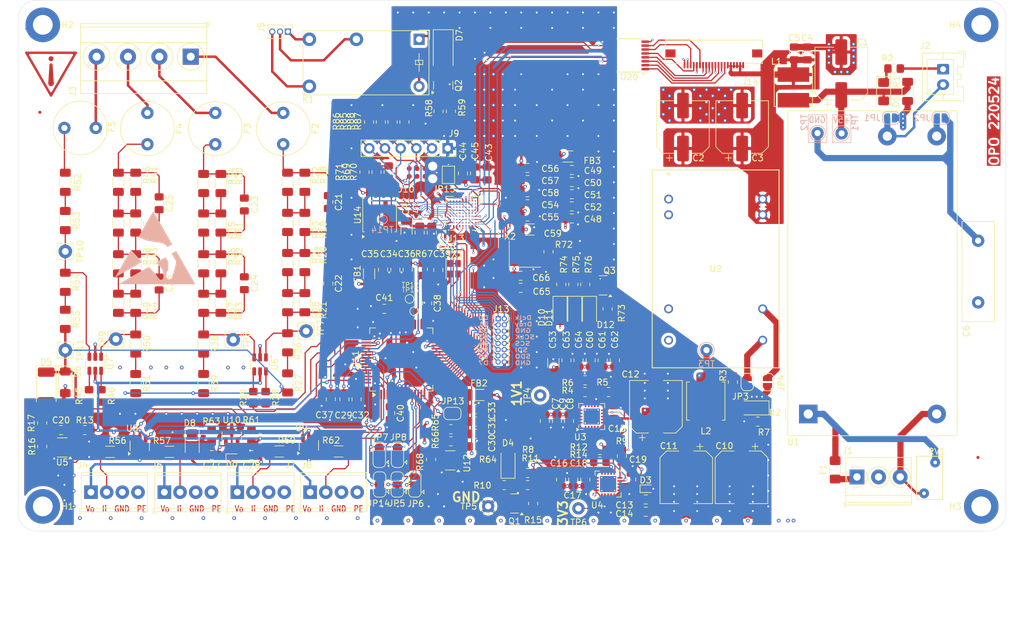
<source format=kicad_pcb>
(kicad_pcb (version 20240108) (generator "pcbnew") (generator_version "8.0")
  (layers (0 "F.Cu" signal "L1 (SIG)") (1 "In1.Cu" signal "L2 (GND)") (2 "In2.Cu" signal "L3 (GND)") (3 "In3.Cu" signal "L4(SIG)") (4 "In4.Cu" signal "L5(GND") (31 "B.Cu" signal "L6 (SIG)") (34 "B.Paste" user) (35 "F.Paste" user) (36 "B.SilkS" user "B.Silkscreen") (37 "F.SilkS" user "F.Silkscreen") (38 "B.Mask" user) (39 "F.Mask" user) (44 "Edge.Cuts" user))
  (net 0 "")
  (net 1 "GND")
  (net 2 "Net-(D1-A)")
  (net 3 "+5V")
  (net 4 "Net-(D2-A)")
  (net 5 "GND3")
  (net 6 "+5VA")
  (net 7 "+1V1")
  (net 8 "+3V3")
  (net 9 "VREF")
  (net 10 "AVDD")
  (net 11 "Net-(C21-Pad2)")
  (net 12 "Net-(C21-Pad1)")
  (net 13 "/(2) Front End/L1_LV")
  (net 14 "Net-(C23-Pad1)")
  (net 15 "Net-(C23-Pad2)")
  (net 16 "/(2) Front End/L2_LV")
  (net 17 "Net-(C25-Pad2)")
  (net 18 "Net-(C25-Pad1)")
  (net 19 "/(2) Front End/L3_LV")
  (net 20 "GNDS")
  (net 21 "IODD")
  (net 22 "Net-(U11-REGCAPB)")
  (net 23 "Net-(U11-DREGCAP)")
  (net 24 "/(2) Front End/Ext5V")
  (net 25 "Net-(D1-K)")
  (net 26 "Net-(D2-K)")
  (net 27 "Net-(D4-K)")
  (net 28 "/(4) FPGA/VCCA")
  (net 29 "Net-(D7-A)")
  (net 30 "/(2) Front End/L1")
  (net 31 "/(2) Front End/L2")
  (net 32 "Net-(F5-Pad1)")
  (net 33 "PE")
  (net 34 "/(2) Front End/L3")
  (net 35 "/(2) Front End/N")
  (net 36 "/(4) FPGA/FPGA_TMS")
  (net 37 "Net-(D8-K)")
  (net 38 "Net-(D10-K)")
  (net 39 "Net-(D11-K)")
  (net 40 "/(4) FPGA/FPGA_TCK")
  (net 41 "/(4) FPGA/FPGA_TDI")
  (net 42 "/(4) FPGA/FPGA_TDO")
  (net 43 "Net-(D12-K)")
  (net 44 "GND2")
  (net 45 "Net-(JP3-B)")
  (net 46 "Net-(JP3-A)")
  (net 47 "Net-(JP4-A)")
  (net 48 "Net-(Q1-B)")
  (net 49 "Net-(Q1-C)")
  (net 50 "Net-(Q2-B)")
  (net 51 "SCLK")
  (net 52 "Net-(U1-AC{slash}L)")
  (net 53 "Net-(J1-Pin_1)")
  (net 54 "Net-(J1-Pin_3)")
  (net 55 "Net-(J4-Pin_2)")
  (net 56 "Net-(J5-Pin_2)")
  (net 57 "Net-(J5-Pin_3)")
  (net 58 "Net-(J5-Pin_1)")
  (net 59 "Net-(J6-Pin_2)")
  (net 60 "Net-(R50-Pad2)")
  (net 61 "L1_sense")
  (net 62 "Net-(R54-Pad2)")
  (net 63 "L2_sense")
  (net 64 "L3_sense")
  (net 65 "N_sense")
  (net 66 "RELAY")
  (net 67 "I2_sense")
  (net 68 "I1_sense")
  (net 69 "I4_sense")
  (net 70 "I3_sense")
  (net 71 "Net-(JP13-A)")
  (net 72 "Net-(JP14-C)")
  (net 73 "Net-(Q3-B)")
  (net 74 "Net-(Q3-C)")
  (net 75 "Net-(U3-EN)")
  (net 76 "Net-(U5-REF)")
  (net 77 "Net-(R18-Pad2)")
  (net 78 "/(3) ADC/MODE0")
  (net 79 "Net-(R20-Pad2)")
  (net 80 "Net-(R26-Pad2)")
  (net 81 "Net-(R28-Pad1)")
  (net 82 "Net-(R29-Pad1)")
  (net 83 "Net-(R30-Pad2)")
  (net 84 "Net-(R32-Pad2)")
  (net 85 "Net-(R38-Pad2)")
  (net 86 "Net-(R40-Pad1)")
  (net 87 "Net-(R41-Pad2)")
  (net 88 "Net-(R43-Pad2)")
  (net 89 "Net-(R45-Pad1)")
  (net 90 "Net-(R52-Pad2)")
  (net 91 "Net-(R58-Pad2)")
  (net 92 "Net-(U11-~{RESET})")
  (net 93 "Net-(U12-REF)")
  (net 94 "Net-(U11-~{START})")
  (net 95 "Net-(X2-OUT)")
  (net 96 "/(3) ADC/MODE1")
  (net 97 "/(3) ADC/MODE2")
  (net 98 "/(3) ADC/MODE3")
  (net 99 "/(4) FPGA/CRST_B")
  (net 100 "/(1) Power Supply/PG")
  (net 101 "/(1) Power Supply/PWR_EN")
  (net 102 "Net-(U11-~{SYNC_OUT})")
  (net 103 "Net-(U13C-GPIOL_21_NSTATUS)")
  (net 104 "DOUT5")
  (net 105 "DCLK")
  (net 106 "SDO")
  (net 107 "DOUT2")
  (net 108 "DOUT0")
  (net 110 "~{DRDY}")
  (net 111 "DOUT1")
  (net 112 "DOUT3")
  (net 114 "DOUT4")
  (net 115 "~{SCS}")
  (net 116 "SDI")
  (net 117 "DOUT7")
  (net 118 "DOUT6")
  (net 119 "Net-(U14-IO2)")
  (net 120 "/(2) Front End/N_LV")
  (net 121 "/(2) Front End/I1")
  (net 122 "/(2) Front End/I2")
  (net 123 "/(2) Front End/I3")
  (net 124 "/(2) Front End/I4")
  (net 125 "/(4) FPGA/FPGA_HOLD")
  (net 126 "/(4) FPGA/FPGA_SS")
  (net 127 "/(4) FPGA/33MHZ_CLK")
  (net 128 "/(4) FPGA/FPGA~{LD1}")
  (net 129 "/(4) FPGA/FPGA~{LD2}")
  (net 130 "/(4) FPGA/CDONE")
  (net 131 "Net-(J7-Pin_2)")
  (net 132 "Net-(J8-Pin_2)")
  (net 133 "Net-(JP1-B)")
  (net 134 "/(3) ADC/XTAL2")
  (net 135 "AUX")
  (net 136 "/(1) Power Supply/Fb_{1V1}")
  (net 137 "/(1) Power Supply/Fb_{3V3}")
  (net 138 "/(1) Power Supply/5V_PSU")
  (net 139 "/(4) FPGA/MOSI")
  (net 148 "/(4) FPGA/CS")
  (net 155 "/(4) FPGA/MISO")
  (net 163 "/(4) FPGA/RPI_3V3")
  (net 164 "/(4) FPGA/SPI0_SCLK")
  (net 165 "/(4) FPGA/Ext_AUX")
  (net 166 "/(4) FPGA/SPI0_~{CS}")
  (net 167 "/(4) FPGA/Ext_RELAY")
  (net 168 "/(4) FPGA/SPI0_MISO")
  (net 169 "/(4) FPGA/SPI0_MOSI")
  (footprint "Resistor_SMD:R_0805_2012Metric_Pad1.20x1.40mm_HandSolder" (layer "F.Cu") (at 116.7 106.05 -90)
    (property "Reference" "R71")
    (property "Value" "10k")
  )
  (footprint "Inductor_SMD:L_1206_3216Metric_Pad1.22x1.90mm_HandSolder" (layer "F.Cu") (at 149.65 103.52)
    (property "Reference" "FB3")
    (property "Value" "FerriteBead_Small")
  )
  (footprint "Capacitor_SMD:C_0805_2012Metric_Pad1.18x1.45mm_HandSolder" (layer "F.Cu") (at 150.29 109.63)
    (property "Reference" "C51")
    (property "Value" "1u")
  )
  (footprint "Resistor_SMD:R_0805_2012Metric_Pad1.20x1.40mm_HandSolder" (layer "F.Cu") (at 130.7 147.7)
    (property "Reference" "R65")
    (property "Value" "15R")
  )
  (footprint "Connector_Pin:Pin_D1.1mm_L8.5mm_W2.5mm_FlatFork" (layer "F.Cu") (at 95.44 133.2 -90)
    (property "Reference" "TP8")
    (property "Value" "L2_lv")
  )
  (footprint "Capacitor_SMD:C_0805_2012Metric_Pad1.18x1.45mm_HandSolder" (layer "F.Cu") (at 143.0975 113.22)
    (property "Reference" "C55")
    (property "Value" "100n")
  )
  (footprint "Capacitor_SMD:C_0805_2012Metric_Pad1.18x1.45mm_HandSolder" (layer "F.Cu") (at 149.42 136.53 90)
    (property "Reference" "C63")
    (property "Value" "10n")
  )
  (footprint "Jumper:SolderJumper-3_P1.3mm_Bridged12_RoundedPad1.0x1.5mm" (layer "F.Cu") (at 119.15 156.65 90)
    (property "Reference" "JP14")
    (property "Value" "SolderJumper_3_Bridged12")
  )
  (footprint "LED_SMD:LED_1206_3216Metric_Pad1.42x1.75mm_HandSolder" (layer "F.Cu") (at 148.38125 128.63 -90)
    (property "Reference" "D10")
    (property "Value" "LED")
  )
  (footprint "Resistor_SMD:R_1206_3216Metric_Pad1.30x1.75mm_HandSolder" (layer "F.Cu") (at 107.04 114.2 -90)
    (property "Reference" "R19")
    (property "Value" "R")
  )
  (footprint "Resistor_SMD:R_0805_2012Metric_Pad1.20x1.40mm_HandSolder" (layer "F.Cu") (at 158.39 152.05 -90)
    (property "Reference" "R9")
    (property "Value" "100K")
  )
  (footprint "Resistor_SMD:R_1206_3216Metric_Pad1.30x1.75mm_HandSolder" (layer "F.Cu") (at 102.9 151.3)
    (property "Reference" "R60")
    (property "Value" "1K")
  )
  (footprint "Resistor_SMD:R_1206_3216Metric_Pad1.30x1.75mm_HandSolder" (layer "F.Cu") (at 90.64 140.3 -90)
    (property "Reference" "R39")
    (property "Value" "R")
  )
  (footprint "Resistor_SMD:R_0805_2012Metric_Pad1.20x1.40mm_HandSolder" (layer "F.Cu") (at 121.26 97.94 -90)
    (property "Reference" "R88")
    (property "Value" "5k")
  )
  (footprint "TerminalBlock_Phoenix:TerminalBlock_Phoenix_MPT-0,5-4-2.54_1x04_P2.54mm_Horizontal" (layer "F.Cu") (at 72.4 157.9)
    (property "Reference" "J4")
    (property "Value" "Curr1 Meas")
  )
  (footprint "Capacitor_SMD:C_1206_3216Metric" (layer "F.Cu") (at 147.29 136.95 90)
    (property "Reference" "C53")
    (property "Value" "47u")
  )
  (footprint "Connector_Pin:Pin_D1.0mm_L10.0mm" (layer "F.Cu") (at 145.16 142.22)
    (property "Reference" "TP4")
    (property "Value" "1V1")
  )
  (footprint "Resistor_SMD:R_1206_3216Metric_Pad1.30x1.75mm_HandSolder" (layer "F.Cu") (at 76.84 120.9 -90)
    (property "Reference" "R48")
    (property "Value" "R")
  )
  (footprint "Capacitor_SMD:C_0805_2012Metric_Pad1.18x1.45mm_HandSolder" (layer "F.Cu") (at 126.85 127.3 -90)
    (property "Reference" "C38")
    (property "Value" "10u")
  )
  (footprint "Package_TO_SOT_SMD:SOT-23" (layer "F.Cu") (at 141.02 159.73 180)
    (property "Reference" "Q1")
    (property "Value" "BC847")
  )
  (footprint "MountingHole:MountingHole_3.2mm_M3_DIN965_Pad" (layer "F.Cu") (at 216.6 82.2)
    (property "Reference" "H4")
    (property "Value" "MountingHole_Pad")
  )
  (footprint "Capacitor_SMD:C_0805_2012Metric_Pad1.18x1.45mm_HandSolder" (layer "F.Cu") (at 188.42 86.83 90)
    (property "Reference" "C4")
    (property "Value" "100n")
  )
  (footprint "Oscillator:Oscillator_SMD_Abracon_ASE-4Pin_3.2x2.5mm_HandSoldering" (layer "F.Cu") (at 142.7 119.33)
    (property "Reference" "X2")
    (property "Value" "ASE-33.333MHZ-LC-T")
  )
  (footprint "Connector:Tag-Connect_TC2030-IDC-NL_2x03_P1.27mm_Vertical" (layer "F.Cu") (at 125.225 106.11)
    (property "Reference" "J10")
    (property "Value" "Conn_ARM_SWD_TagConnect_TC2030")
  )
  (footprint "Inductor_SMD:L_1206_3216Metric_Pad1.22x1.90mm_HandSolder" (layer "F.Cu") (at 117.45 122.5125 90)
    (property "Reference" "FB1")
    (property "Value" "FerriteBead_Small")
  )
  (footprint "Capacitor_SMD:C_0805_2012Metric_Pad1.18x1.45mm_HandSolder" (layer "F.Cu") (at 145.905 146.38 -90)
    (property "Reference" "C7")
    (property "Value" "100n")
  )
  (footprint "Resistor_SMD:R_1206_3216Metric_Pad1.30x1.75mm_HandSolder" (layer "F.Cu") (at 79.64 107.7 -90)
    (property "Reference" "R41")
    (property "Value" "R")
  )
  (footprint "Resistor_SMD:R_1206_3216Metric_Pad1.30x1.75mm_HandSolder" (layer "F.Cu") (at 93.44 107.9 -90)
    (property "Reference" "R30")
    (property "Value" "R")
  )
  (footprint "Resistor_SMD:R_0805_2012Metric_Pad1.20x1.40mm_HandSolder" (layer "F.Cu") (at 152.435 139.77)
    (property "Reference" "R6")
    (property "Value" "4K99,1%")
  )
  (footprint "Resistor_SMD:R_1206_3216Metric_Pad1.30x1.75mm_HandSolder" (layer "F.Cu") (at 93.44 114.3 -90)
    (property "Reference" "R31")
    (property "Value" "R")
  )
  (footprint "Resistor_SMD:R_0805_2012Metric_Pad1.20x1.40mm_HandSolder" (layer "F.Cu") (at 156.245 141.68)
    (property "Reference" "R5")
    (property "Value" "10K")
  )
  (footprint "Connector_Pin:Pin_D1.1mm_L8.5mm_W2.5mm_FlatFork" (layer "F.Cu") (at 76.44 133.1 -90)
    (property "Reference" "TP9")
    (property "Value" "L3_lv")
  )
  (footprint "Resistor_SMD:R_0805_2012Metric_Pad1.20x1.40mm_HandSolder" (layer "F.Cu") (at 64.5 146.7 90)
    (property "Reference" "R17")
    (property "Value" "300R")
  )
  (footprint "Resistor_SMD:R_0805_2012Metric_Pad1.20x1.40mm_HandSolder" (layer "F.Cu") (at 127.5 152.6 -90)
    (property "Reference" "R68")
    (property "Value" "300R")
  )
  (footprint "Capacitor_SMD:C_0805_2012Metric_Pad1.18x1.45mm_HandSolder" (layer "F.Cu") (at 150.29 105.71)
    (property "Reference" "C49")
    (property "Value" "100n")
  )
  (footprint "TestPoint:TestPoint_Pad_D1.0mm" (layer "F.Cu") (at 124.75 128.6)
    (property "Reference" "TP13")
    (property "Value" "TestPoint")
  )
  (footprint "Fiducial:Fiducial_0.5mm_Mask1mm" (layer "F.Cu") (at 63.12 154.98)
    (property "Reference" "FID1" (hide yes))
    (property "Value" "Fiducial")
  )
  (footprint "Resistor_SMD:R_0805_2012Metric_Pad1.20x1.40mm_HandSolder" (layer "F.Cu") (at 98.69 142.6 -90)
    (property "Reference" "R29")
    (property "Value" "50R")
  )
  (footprint "Capacitor_SMD:C_0805_2012Metric_Pad1.18x1.45mm_HandSolder" (layer "F.Cu") (at 127.61 115.86 -90)
    (property "Reference" "C46")
    (property "Value" "10n")
  )
  (footprint "Resistor_SMD:R_0805_2012Metric_Pad1.20x1.40mm_HandSolder" (layer "F.Cu") (at 128.7 96.2 90)
    (property "Reference" "R58")
    (property "Value" "1K")
  )
  (footprint "Resistor_SMD:R_0805_2012Metric_Pad1.20x1.40mm_HandSolder" (layer "F.Cu") (at 180.41 146.46 180)
    (property "Reference" "R7")
    (property "Value" "1K")
  )
  (footprint "LED_SMD:LED_1206_3216Metric_Pad1.42x1.75mm_HandSolder" (layer "F.Cu") (at 88.8 149.9 -90)
    (property "Reference" "D8")
    (property "Value" "LED")
  )
  (footprint "Package_TO_SOT_SMD:SOT-23-6" (layer "F.Cu") (at 107.7 150.3 90)
    (property "Reference" "U9")
    (property "Value" "USBLC6-2SC6")
  )
  (footprint "Package_SO:SSOP-16_3.9x4.9mm_P0.635mm" (layer "F.Cu") (at 159.57 87.1475 180)
    (property "Reference" "U20")
    (property "Value" "ISO7761FDBQ")
  )
  (footprint "Fuse:Fuse_Littelfuse_372_D8.50mm" (layer "F.Cu") (at 81.54 96.46 -90)
    (property "Reference" "F4")
    (property "Value" "Fuse")
  )
  (footprint "Capacitor_SMD:C_0805_2012Metric_Pad1.18x1.45mm_HandSolder" (layer "F.Cu") (at 128.65 121.90625 -90)
    (property "Reference" "C39")
    (property "Value" "100n")
  )
  (footprint "LED_SMD:LED_1206_3216Metric_Pad1.42x1.75mm_HandSolder" (layer "F.Cu") (at 200.7875 93.03 -90)
    (property "Reference" "D1")
    (property "Value" "LED")
  )
  (footprint "Resistor_SMD:R_1206_3216Metric_Pad1.30x1.75mm_HandSolder" (layer "F.Cu") (at 85.1 151.3625 180)
    (property "Reference" "R57")
    (property "Value" "1K")
  )
  (footprint "Capacitor_SMD:C_0805_2012Metric_Pad1.18x1.45mm_HandSolder" (layer "F.Cu") (at 119.7 121.8625 -90)
    (property "Reference" "C35")
    (property "Value" "100n")
  )
  (footprint "Resistor_SMD:R_0805_2012Metric_Pad1.20x1.40mm_HandSolder" (layer "F.Cu") (at 143.13 156.76)
    (property "Reference" "R11")
    (property "Value" "10K")
  )
  (footprint "Capacitor_SMD:C_0805_2012Metric_Pad1.18x1.45mm_HandSolder" (layer "F.Cu") (at 142 124.8)
    (property "Reference" "C65")
    (property "Value" "100n")
  )
  (footprint "Capacitor_SMD:C_0805_2012Metric_Pad1.18x1.45mm_HandSolder" (layer "F.Cu") (at 113.45 142.85 -90)
    (property "Reference" "C29")
    (property "Value" "100n")
  )
  (footprint "Capacitor_SMD:C_0805_2012Metric_Pad1.18x1.45mm_HandSolder" (layer "F.Cu") (at 151.38 136.53 90)
    (property "Reference" "C64")
    (property "Value" "10n")
  )
  (footprint "Fiducial:Fiducial_0.5mm_Mask1mm" (layer "F.Cu") (at 64.12 96.37)
    (property "Reference" "FID2" (hide yes))
    (property "Value" "Fiducial")
  )
  (footprint "Capacitor_SMD:C_0805_2012Metric_Pad1.18x1.45mm_HandSolder" (layer "F.Cu") (at 150.51 155.86 90)
    (property "Reference" "C17")
    (property "Value" "100n")
  )
  (footprint "Resistor_SMD:R_1206_3216Metric_Pad1.30x1.75mm_HandSolder" (layer "F.Cu") (at 104.24 120.7 -90)
    (property "Reference" "R24")
    (property "Value" "R")
  )
  (footprint "Capacitor_SMD:CP_Elec_8x6.9" (layer "F.Cu") (at 177.87 98.75 90)
    (property "Reference" "C3")
    (property "Value" "220u")
  )
  (footprint "Resistor_SMD:R_0805_2012Metric_Pad1.20x1.40mm_HandSolder" (layer "F.Cu") (at 156.08125 128.2125 90)
    (property "Reference" "R73")
    (property "Value" "1K")
  )
  (footprint "Resistor_SMD:R_0805_2012Metric_Pad1.20x1.40mm_HandSolder" (layer "F.Cu") (at 119.35 97.94 -90)
    (property "Reference" "R85")
    (property "Value" "5k")
  )
  (footprint "Capacitor_SMD:C_0805_2012Metric_Pad1.18x1.45mm_HandSolder" (layer "F.Cu") (at 150.29 107.67)
    (property "Reference" "C50")
    (property "Value" "1u")
  )
  (footprint "Resistor_SMD:R_1206_3216Metric_Pad1.30x1.75mm_HandSolder" (layer "F.Cu") (at 75.5 151.3625)
    (property "Reference" "R56")
    (property "Value" "1K")
  )
  (footprint "Resistor_SMD:R_1206_3216Metric_Pad1.30x1.75mm_HandSolder" (layer "F.Cu") (at 104.24 127.2 -90)
    (property "Reference" "R25")
    (property "Value" "R")
  )
  (footprint "Capacitor_SMD:C_0805_2012Metric_Pad1.18x1.45mm_HandSolder" (layer "F.Cu") (at 120.8625 145.1 -90)
    (property "Reference" "C40")
    (property "Value" "1u")
  )
  (footprint "Resistor_SMD:R_0805_2012Metric_Pad1.20x1.40mm_HandSolder" (layer "F.Cu") (at 123.17 97.94 -90)
    (property "Reference" "R87")
    (property "Value" "5k")
  )
  (footprint "Inductor_SMD:L_1206_3216Metric_Pad1.22x1.90mm_HandSolder" (layer "F.Cu") (at 135.25 142.15)
    (property "Reference" "FB2")
    (property "Value" "FerriteBead_Small")
  )
  (footprint "Capacitor_SMD:C_0805_2012Metric_Pad1.18x1.45mm_HandSolder" (layer "F.Cu") (at 152.47 155.86 90)
    (property "Reference" "C18")
    (property "Value" "10u")
  )
  (footprint "Capacitor_SMD:C_0805_2012Metric_Pad1.18x1.45mm_HandSolder" (layer "F.Cu") (at 91.945 151.9 180)
    (property "Reference" "C27")
    (property "Value" "100n")
  )
  (footprint "Package_TO_SOT_SMD:SOT-23" (layer "F.Cu") (at 95.195 148.8 90)
    (property "Reference" "U10")
    (property "Value" "RT9742SNGV")
  )
  (footprint "Capacitor_SMD:C_0805_2012Metric_Pad1.18x1.45mm_HandSolder" (layer "F.Cu") (at 157.095 144.92 90)
    (property "Reference" "C15")
    (property "Value" "10u")
  )
  (footprint "Resistor_SMD:R_0805_2012Metric_Pad1.20x1.40mm_HandSolder" (layer "F.Cu") (at 176.37 140.06 90)
    (property "Reference" "R3")
    (property "Value" "0R")
  )
  (footprint "Resistor_SMD:R_0805_2012Metric_Pad1.20x1.40mm_HandSolder" (layer "F.Cu") (at 130.7 96.2 -90)
    (property "Reference" "R59")
    (property "Value" "1K")
  )
  (footprint "Resistor_SMD:R_0805_2012Metric_Pad1.20x1.40mm_HandSolder" (layer "F.Cu") (at 71.4 147.8375 180)
    (property "Reference" "R13")
    (property "Value" "100R")
  )
  (footprint "Resistor_SMD:R_1206_3216Metric_Pad1.30x1.75mm_HandSolder" (layer "F.Cu") (at 76.84 114.3 -90)
    (property "Reference" "R47")
    (property "Value" "R")
  )
  (footprint "Fuse:Fuse_Littelfuse_372_D8.50mm" (layer "F.Cu") (at 68.1 98.9)
    (property "Reference" "F5")
    (property "Value" "Fuse")
  )
  (footprint "Resistor_SMD:R_0805_2012Metric_Pad1.20x1.40mm_HandSolder" (layer "F.Cu") (at 118.65 106.05 -90)
    (property "Reference" "R69")
    (property "Value" "10k")
  )
  (footprint "Capacitor_SMD:C_0805_2012Metric_Pad1.18x1.45mm_HandSolder" (layer "F.Cu") (at 119.9125 128.2 180)
    (property "Reference" "C41")
    (property "Value" "100n")
  )
  (footprint "Resistor_SMD:R_1206_3216Metric_Pad1.30x1.75mm_HandSolder" (layer "F.Cu") (at 104.24 107.7 -90)
    (property "Reference" "R22")
    (property "Value" "R")
  )
  (footprint "Diode_SMD:D_MELF" (layer "F.Cu") (at 65.15 140.85 -90)
    (property "Reference" "D5")
    (property "Value" "D")
  )
  (footprint "Diode_SMD:D_MELF" (layer "F.Cu") (at 129.45 86.4 -90)
    (property "Reference" "D7")
    (property "Value" "D")
  )
  (footprint "Jumper:SolderJumper-3_P1.3mm_Bridged12_RoundedPad1.0x1.5mm" (layer "F.Cu") (at 119.1 151.85 90)
    (property "Reference" "JP7")
    (property "Value" "SolderJumper_3_Bridged12")
  )
  (footprint "Diode_SMD:D_MiniMELF" (layer "F.Cu") (at 68.24 140.1 -90)
    (property "Reference" "D6")
    (property "Value" "BZV55B2V4")
  )
  (footprint "Connector_Pin:Pin_D1.0mm_L10.0mm" (layer "F.Cu") (at 151.35 160.52 180)
    (property "Reference" "TP6")
    (property "Value" "3V3")
  )
  (footprint "Capacitor_SMD:C_0805_2012Metric_Pad1.18x1.45mm_HandSolder" (layer "F.Cu") (at 132.65 106.26 90)
    (property "Reference" "C44")
    (property "Value" "100n")
  )
  (footprint "Resistor_SMD:R_0805_2012Metric_Pad1.20x1.40mm_HandSolder" (layer "F.Cu") (at 100.69 142.6 -90)
    (property "Reference" "R28")
    (property "Value" "50R")
  )
  (footprint "Capacitor_SMD:C_0805_2012Metric_Pad1.18x1.45mm_HandSolder" (layer "F.Cu") (at 67.55 147.8375 180)
    (property "Reference" "C20")
    (property "Value" "10n")
  )
  (footprint "TerminalBlock_Phoenix:TerminalBlock_Phoenix_MPT-0,5-4-2.54_1x04_P2.54mm_Horizontal" (layer "F.Cu") (at 84.285 157.9)
    (property "Reference" "J6")
    (property "Value" "Curr2 Meas")
  )
  (footprint "Resistor_SMD:R_1206_3216Metric_Pad1.30x1.75mm_HandSolder" (layer "F.Cu") (at 79.64 127.3 -90)
    (property "Reference" "R44")
    (property "Value" "R")
  )
  (footprint "Capacitor_SMD:C_0805_2012Metric_Pad1.18x1.45mm_HandSolder" (layer "F.Cu") (at 134.6 148.45)
    (property "Reference" "C30")
    (property "Value" "100n")
  )
  (footprint "Capacitor_SMD:C_1206_3216Metric" (layer "F.Cu") (at 123.51 115.43 -90)
    (property "Reference" "C42")
    (property "Value" "47u")
  )
  (footprint "Jumper:SolderJumper-3_P1.3mm_Bridged12_RoundedPad1.0x1.5mm" (layer "F.Cu") (at 124.85 156.65 90)
    (property "Reference" "JP6")
    (property "Value" "SolderJumper_3_Bridged12")
  )
  (footprint "Package_TO_SOT_SMD:SOT-23-6" (layer "F.Cu") (at 73.09 137.1 -90)
    (property "Reference" "U7")
    (property "Value" "USBLC6-2SC6")
  )
  (footprint "Capacitor_SMD:C_0805_2012Metric_Pad1.18x1.45mm_HandSolder" (layer "F.Cu") (at 162.27 159.07)
    (property "Reference" "C13")
    (property "Value" "100n")
  )
  (footprint "Capacitor_SMD:C_0805_2012Metric_Pad1.18x1.45mm_HandSolder" (layer "F.Cu") (at 97.24 111.3 -90)
    (property "Reference" "C23")
    (property "Value" "10p")
  )
  (footprint "Resistor_SMD:R_1206_3216Metric_Pad1.30x1.75mm_HandSolder" (layer "F.Cu") (at 79.64 133.9 -90)
    (property "Reference" "R50")
    (property "Value" "R")
  )
  (footprint "MountingHole:MountingHole_3.2mm_M3_DIN965_Pad" (layer "F.Cu") (at 216.6 160.2)
    (property "Reference" "H3")
    (property "Value" "MountingHole_Pad")
  )
  (footprint "Capacitor_SMD:C_0805_2012Metric_Pad1.18x1.45mm_HandSolder" (layer "F.Cu") (at 98.395 151.9 180)
    (property "Reference" "C28")
    (property "Value" "100n")
  )
  (footprint "Connector_Pin:Pin_D1.1mm_L8.5mm_W2.5mm_FlatFork" (layer "F.Cu") (at 107.25 131.8 -90)
    (property "Reference" "TP7")
    (property "Value" "L1_lv")
  )
  (footprint "Resistor_SMD:R_0805_2012Metric_Pad1.20x1.40mm_HandSolder" (layer "F.Cu") (at 150.53125 124.2275 90)
    (property "Reference" "R75")
    (property "Value" "1k")
  )
  (footprint "TerminalBlock_Phoenix:TerminalBlock_Phoenix_MKDS-3-4-5.08_1x04_P5.08mm_Horizontal" (layer "F.Cu") (at 88.56 87.36 180)
    (property "Reference" "J3")
    (property "Value" "AC V MEAS")
  )
  (footprint "Resistor_SMD:R_1206_3216Metric_Pad1.30x1.75mm_HandSolder" (layer "F.Cu") (at 68.24 113.9 -90)
    (property "Reference" "R53")
    (property "Value" "R")
  )
  (footprint "Capacitor_SMD:C_0805_2012Metric_Pad1.18x1.45mm_HandSolder" (layer "F.Cu") (at 186.32 86.83 90)
    (property "Reference" "C5")
    (property "Value" "1n")
  )
  (footprint "Package_TO_SOT_SMD:SOT-23" (layer "F.Cu") (at 155.35125 124.395 180)
    (property "Reference" "Q3")
    (property "Value" "BC847")
  )
  (footprint "Resistor_SMD:R_1206_3216Metric_Pad1.30x1.75mm_HandSolder" (layer "F.Cu") (at 90.64 107.9 -90)
    (property "Reference" "R34")
    (property "Value" "R")
  )
  (footprint "Resistor_SMD:R_1206_3216Metric_Pad1.30x1.75mm_HandSolder" (layer "F.Cu") (at 107.04 127.2 -90)
    (property "Reference" "R21")
    (property "Value" "R")
  )
  (footprint "Jumper:SolderJumper-2_P1.3mm_Open_Pad1.0x1.5mm" (layer "F.Cu") (at 130.3 106.49 -90)
    (property "Reference" "JP15")
    (property "Value" "RST")
  )
  (footprint "Resistor_SMD:R_0805_2012Metric_Pad1.20x1.40mm_HandSolder" (layer "F.Cu") (at 130.7 149.65 180)
    (property "Reference" "R66")
    (property "Value" "190R")
  )
  (footprint "Capacitor_SMD:C_0805_2012Metric_Pad1.18x1.45mm_HandSolder" (layer "F.Cu") (at 134.6 144.45)
    (property "Reference" "C33")
    (property "Value" "1u")
  )
  (footprint "Capacitor_SMD:CP_Elec_8x6.9" (layer "F.Cu") (at 193.92 90.08 90)
    (property "Reference" "C1")
    (property "Value" "220u")
  )
  (footprint "Capacitor_SMD:C_0805_2012Metric_Pad1.18x1.45mm_HandSolder" (layer "F.Cu") (at 157.26 136.53 90)
    (property "Reference" "C62")
    (property "Value" "100n")
  )
  (footprint "Resistor_SMD:R_1206_3216Metric_Pad1.30x1.75mm_HandSolder" (layer "F.Cu") (at 68.24 123.9 -90)
    (property "Reference" "R54")
    (property "Value" "R")
  )
  (footprint "Fuse:Fuse_Littelfuse_372_D8.50mm" (layer "F.Cu") (at 92.54 96.46 -90)
    (property "Reference" "F3")
    (property "Value" "Fuse")
  )
  (footprint "Resistor_SMD:R_1206_3216Metric_Pad1.30x1.75mm_HandSolder" (layer "F.Cu") (at 93.44 120.9 -90)
    (property "Reference" "R32")
    (property "Value" "R")
  )
  (footprint "MountingHole:MountingHole_3.2mm_M3_DIN965_Pad" (layer "F.Cu") (at 64.6 82.2)
    (property "Reference" "H2")
    (property "Value" "MountingHole_Pad")
  )
  (footprint "Capacitor_SMD:C_0805_2012Metric_Pad1.18x1.45mm_HandSolder" (layer "F.Cu") (at 147.875 146.38 -90)
    (property "Reference" "C9")
    (property "Value" "10u")
  )
  (footprint "Varistor:RV_Disc_D7mm_W4.2mm_P5mm" (layer "F.Cu") (at 207.3375 158.08 90)
    (property "Reference" "RV1")
    (property "Value" "Varistor")
  )
  (footprint "Resistor_SMD:R_1206_3216Metric_Pad1.30x1.75mm_HandSolder" (layer "F.Cu") (at 76.84 107.7 -90)
    (property "Reference" "R46")
    (property "Value" "R")
  )
  (footprint "Capacitor_SMD:C_0805_2012Metric_Pad1.18x1.45mm_HandSolder" (layer "F.Cu") (at 110.84 110.9 -90)
    (property "Reference" "C21")
    (property "Value" "10p")
  )
  (footprint "Oscillator:Oscillator_SMD_SeikoEpson_SG210-4Pin_2.5x2.0mm" (layer "F.Cu") (at 131.2 121.7 -90)
    (property "Reference" "X1")
    (property "Value" "SG-210STF")
  )
  (footprint "Inductor_SMD:L_Bourns_SRN6045TA" (layer "F.Cu") (at 186.17 92.33 90)
    (property "Reference" "L1")
    (property "Value" "2u2")
  )
  (footprint "LED_SMD:LED_1206_3216Metric_Pad1.42x1.75mm_HandSolder" (layer "F.Cu") (at 153.15125 128.6325 -90)
    (property "Reference" "D12")
    (property "Value" "LED")
  )
  (footprint "Connector_PinHeader_1.27mm:PinHeader_1x03_P1.27mm_Vertical" (layer "F.Cu") (at 104.3 83.3 -90)
    (property "Reference" "J5")
    (property "Value" "Relay OUT")
  )
  (footprint "Capacitor_SMD:CP_Elec_8x6.9" (layer "F.Cu") (at 163.91 144.06 90)
    (property "Reference" "C12")
    (property "Value" "220u")
  )
  (footprint "Capacitor_SMD:C_0805_2012Metric_Pad1.18x1.45mm_HandSolder" (layer "F.Cu") (at 134.6 146.45)
    (property "Reference" "C31")
    (property "Value" "100n")
  )
  (footprint "Capacitor_SMD:C_0805_2012Metric_Pad1.18x1.45mm_HandSolder" (layer "F.Cu") (at 83.44 111.1 -90)
    (property "Reference" "C25")
    (property "Value" "10p")
  )
  (footprint "Converter_ACDC:Converter_ACDC_MeanWell_IRM-20-xx_THT" (layer "F.Cu") (at 188.5875 145.23 90)
    (property "Reference" "U1")
    (property "Value" "IRM-20-5")
  )
  (footprint "Package_DFN_QFN:MLF-20-1EP_4x4mm_P0.5mm_EP2.6x2.6mm_ThermalVias" (layer "F.Cu") (at 156.16 156.58 90)
    (property "Reference" "U4")
    (property "Value" "NCP59744")
  )
  (footprint "Connector_PinHeader_1.00mm:PinHeader_2x08_P1.00mm_Vertical" (layer "F.Cu") (at 138.35 129.8)
    (property "Reference" "J13")
    (property "Value" "Conn_02x08_Odd_Even")
  )
  (footprint "Symbol:Symbol_Attention_Triangle_8x7mm_Copper" (layer "F.Cu") (at 65.93 90.18 180)
    (property "Reference" "REF**" (hide yes))
    (property "Value" "Symbol_Attention_Triangle_8x7mm_Copper" (hide yes))
  )
  (footprint "Resistor_SMD:R_1206_3216Metric_Pad1.30x1.75mm_HandSolder" (layer "F.Cu") (at 90.64 127.3 -90)
    (property "Reference" "R37")
    (property "Value" "R")
  )
  (footprint "Connector_Pin:Pin_D1.1mm_L8.5mm_W2.5mm_FlatFork" (layer "F.Cu") (at 68.24 134.9 -90)
    (property "Reference" "TP11")
    (property "Value" "lv_ref")
  )
  (footprint "Capacitor_SMD:C_0805_2012Metric_Pad1.18x1.45mm_HandSolder" (layer "F.Cu") (at 111.25 142.85 90)
    (property "Reference" "C37")
    (property "Value" "1u")
  )
  (footprint "Resistor_SMD:R_0805_2012Metric_Pad1.20x1.40mm_HandSolder" (layer "F.Cu") (at 126.15 121.8 90)
    (property "Reference" "R67")
    (property "Value" "1K")
  )
  (footprint "Connector_Pin:Pin_D1.1mm_L8.5mm_W2.5mm_FlatFork" (layer "F.Cu") (at 68.24 118.9 -90)
    (property "Reference" "TP10")
    (property "Value" "N-lv")
  )
  (footprint "Capacitor_SMD:C_0805_2012Metric_Pad1.18x1.45mm_HandSolder" (layer "F.Cu") (at 97.24 124.05 -90)
    (property "Reference" "C24")
    (property "Value" "10p")
  )
  (footprint "Capacitor_THT:C_Disc_D16.0mm_W5.0mm_P10.00mm" (layer "F.Cu") (at 216.1 117.16 -90)
    (property "Reference" "C6")
    (property "Value" "Cy")
  )
  (footprint "Fuse:Fuse_1206_3216Metric_Pad1.42x1.75mm_HandSolder" (layer "F.Cu") (at 192.9375 154.28 90)
    (property "Reference" "F1")
    (property "Value" "Fuse")
  )
  (footprint "Capacitor_SMD:C_0805_2012Metric_Pad1.18x1.45mm_HandSolder" (layer "F.Cu") (at 150.29 113.56)
    (property "Reference" "C48")
    (property "Value" "10nF")
  )
  (footprint "Capacitor_SMD:C_1206_3216Metric" (layer "F.Cu") (at 143.51 115.35)
    (property "Reference" "C59")
    (property "Value" "47u")
  )
  (footprint "TerminalBlock_Phoenix:TerminalBlock_Phoenix_MPT-0,5-4-2.54_1x04_P2.54mm_Horizontal" (layer "F.Cu") (at 96.1 157.9)
    (property "Reference" "J7")
    (property "Value" "Curr3 Meas")
  )
  (footprint "Package_TO_SOT_SMD:SOT-23-6" (layer "F.Cu") (at 80.3 150.3625 90)
    (property "Reference" "U8")
    (property "Value" "USBLC6-2SC6")
  )
  (footprint "Resistor_SMD:R_0805_2012Metric_Pad1.20x1.40mm_HandSolder" (layer "F.Cu") (at 120.61 106.05 -90)
    (property "Reference" "R70")
    (property "Value" "10k")
  )
  (footprint "Resistor_SMD:R_1206_3216Metric_Pad1.30x1.75mm_HandSolder" (layer "F.Cu") (at 107.04 107.7 -90)
    (property "Reference" "R18")
    (property "Value" "R")
  )
  (footprint "Capacitor_SMD:C_0805_2012Metric_Pad1.18x1.45mm_HandSolder" (layer "F.Cu") (at 123.7 121.8625 -90)
    (property "Reference" "C36")
    (property "Value" "1u")
  )
  (footprint "Resistor_SMD:R_0805_2012Metric_Pad1.20x1.40mm_HandSolder" (layer "F.Cu") (at 202.4875 89.28)
    (property "Reference" "R2")
    (property "Value" "1K")
  )
  (footprint "Capacitor_SMD:C_0805_2012Metric_Pad1.18x1.45mm_HandSolder" (layer "F.Cu") (at 134.61 106.26 90)
    (property "Reference" "C45")
    (property "Value" "100n")
  )
  (footprint "Resistor_SMD:R_0805_2012Metric_Pad1.20x1.40mm_HandSolder" (layer "F.Cu") (at 98.395 148.8 -90)
    (property "Reference" "R61")
    (property "Value" "1R")
  )
  (footprint "Capacitor_SMD:C_0805_2012Metric_Pad1.18x1.45mm_HandSolder" (layer "F.Cu") (at 115.42 142.85 -90)
    (property "Reference" "C32")
    (property "Value" "1u")
  )
  (footprint "Capacitor_SMD:C_0805_2012Metric_Pad1.18x1.45mm_HandSolder" (layer "F.Cu") (at 141.995 122.84)
    (property "Reference" "C66")
    (property "Value" "100n")
  )
  (footprint "Jumper:SolderJumper-2_P1.3mm_Open_RoundedPad1.0x1.5mm" (layer "F.Cu") (at 181.98 140.06 -90)
    (property "Reference" "JP4")
    (property "Value" "SolderJumper_2_Open")
  )
  (footprint "Resistor_SMD:R_0805_2012Metric_Pad1.20x1.40mm_HandSolder" (layer "F.Cu") (at 134.65 150.5 180)
    (property "Reference" "R64")
    (property "Value" "DNI")
  )
  (footprint "Capacitor_SMD:C_0805_2012Metric_Pad1.18x1.45mm_HandSolder" (layer "F.Cu") (at 110.84 124.1 -90)
    (property "Reference" "C22")
    (property "Value" "10p")
  )
  (footprint "Connector_JST:JST_XA_B02B-XASK-1_1x02_P2.50mm_Vertical" (layer "F.Cu") (at 210.42 89.38 -90)
    (property "Reference" "J2")
    (property "Value" "5V FAN")
  )
  (footprint "Resistor_SMD:R_1206_3216Metric_Pad1.30x1.75mm_HandSolder" (layer "F.Cu") (at 79.64 114.3 -90)
    (property "Reference" "R42")
    (property "Value" "R")
  )
  (footprint "Resistor_SMD:R_0805_2012Metric_Pad1.20x1.40mm_HandSolder" (layer "F.Cu") (at 64.5 150.5 90)
    (property "Reference" "R16")
    (property "Value" "0R")
  )
  (footprint "Jumper:SolderJumper-2_P1.3mm_Open_RoundedPad1.0x1.5mm" (layer "F.Cu") (at 178.7 140.06 -90)
    (property "Reference" "JP3")
    (property "Value" "SolderJumper_2_Open")
  )
  (footprint "Capacitor_SMD:CP_Elec_8x6.9" (layer "F.Cu") (at 168.82 155.49 -90)
    (property "Reference" "C11")
    (property "Value" "220u")
  )
  (footprint "MountingHole:MountingHole_3.2mm_M3_DIN965_Pad" (layer "F.Cu") (at 64.6 160.2)
    (property "Reference" "H1")
    (property "Value" "MountingHole_Pad")
  )
  (footprint "Resistor_SMD:R_0805_2012Metric_Pad1.20x1.40mm_HandSolder" (layer "F.Cu") (at 152.46125 124.2325 90)
    (property "Reference" "R76")
    (property "Value" "100K")
  )
  (footprint "Capacitor_SMD:C_0805_2012Metric_Pad1.18x1.45mm_HandSolder" (layer "F.Cu") (at 143.11 105.38)
    (property "Reference" "C56")
    (property "Value" "100n")
  )
  (footprint "Capacitor_SMD:C_0805_2012Metric_Pad1.18x1.45mm_HandSolder" (layer "F.Cu") (at 149.835 146.38 -90)
    (property "Reference" "C8")
    (property "Value" "100n")
  )
  (footprint "Capacitor_SMD:C_0805_2012Metric_Pad1.18x1.45mm_HandSolder" (layer "F.Cu") (at 143.11 107.34)
    (property "Reference" "C57")
    (property "Value" "10n")
  )
  (footprint "Resistor_SMD:R_1206_3216Metric_Pad1.30x1.75mm_HandSolder" (layer "F.Cu") (at 68.24 107.7 -90)
    (property "Reference" "R52")
    (property "Value" "R")
  )
  (footprint "Fuse:Fuse_Littelfuse_372_D8.50mm" (layer "F.Cu") (at 103.54 96.46 -90)
    (property "Reference" "F2")
    (property "Value" "Fuse")
  )
  (footprint "TestPoint:TestPoint_Pad_D1.0mm" (layer "F.Cu") (at 124 126.6)
    (property "Reference" "TP12")
    (property "Value" "TestPoint")
  )
  (footprint "Fiducial:Fiducial_0.5mm_Mask1mm" (layer "F.Cu") (at 216.07 152.27)
    (property "Reference" "FID3" (hide yes))
    (property "Value" "Fiducial")
  )
  (footprint "Package_TO_SOT_SMD:SOT-23-5" (layer "F.Cu") (at 130.6 152.75 180)
    (property "Reference" "U12")
    (property "Value" "TL431DBV")
  )
  (footprint "Resistor_SMD:R_0805_2012Metric_Pad1.20x1.40mm_HandSolder" (layer "F.Cu") (at 139.33 156.76)
    (property "Reference" "R10")
    (property "Value" "1K")
  )
  (footprint "Resistor_SMD:R_1206_3216Metric_Pad1.30x1.75mm_HandSolder" (layer "F.Cu") (at 90.64 133.9 -90)
    (property "Reference" "R38")
    (property "Value" "R")
  )
  (footprint "Capacitor_SMD:C_0805_2012Metric_Pad1.18x1.45mm_HandSolder" (layer "F.Cu") (at 136.57 106.27 90)
    (property "Reference" "C43")
    (property "Value" "1u")
  )
  (footprint "Package_TO_SOT_SMD:SOT-23-6" (layer "F.Cu") (at 99.79 137.2 -90)
    (property "Reference" "U6")
    (property "Value" "USBLC6-2SC6")
  )
  (footprint "Package_QFP:LQFP-64_10x10mm_P0.5mm" (layer "F.Cu") (at 122.6625 136.4 90)
    (property "Reference" "U11")
    (property "Value" "AD7768BSTZ")
  )
  (footprint "Resistor_SMD:R_1206_3216Metric_Pad1.30x1.75mm_HandSolder" (layer "F.Cu") (at 107.04 120.7 -90)
    (property "Reference" "R20")
    (property "Value" "R")
  )
  (footprint "Connector_Pin:Pin_D1.0mm_L10.0mm" (layer "F.Cu") (at 136.73 160.18)
    (property "Reference" "TP5")
    (property "Value" "GND3")
  )
  (footprint "LED_SMD:LED_1206_3216Metric_Pad1.42x1.75mm_HandSolder" (layer "F.Cu") (at 179.78 144.24 180)
    (property "Reference" "D2")
    (property "Value" "LED")
  )
  (footprint "Resistor_SMD:R_0805_2012Metric_Pad1.20x1.40mm_HandSolder" (layer "F.Cu") (at 74.09 142.3 -90)
    (property "Reference" "R40")
    (property "Value" "50R")
  )
  (footprint "Resistor_SMD:R_1206_3216Metric_Pad1.30x1.75mm_HandSolder" (layer "F.Cu") (at 104.24 140.2 -90)
    (property "Reference" "R27")
    (property "Value" "R")
  )
  (footprint "Capacitor_SMD:C_0805_2012Metric_Pad1.18x1.45mm_HandSolder" (layer "F.Cu") (at 143.1075 109.3)
    (property "Reference" "C58")
    (property "Value" "10n")
  )
  (footprint "LED_SMD:LED_1206_3216Metric_Pad1.42x1.75mm_HandSolder" (layer "F.Cu") (at 150.77125 128.625 -90)
    (property "Reference" "D11")
    (property "Value" "LED")
  )
  (footprint "Resistor_SMD:R_0805_2012Metric_Pad1.20x1.40mm_HandSolder" (layer "F.Cu") (at 72.09 142.3 -90)
    (property "Reference" "R45")
    (property "Value" "50R")
  )
  (footprint "Capacitor_SMD:C_0805_2012Metric_Pad1.18x1.45mm_HandSolder" (layer "F.Cu") (at 125.65 115.85 -90)
    (property "Reference" "C47")
    (property "Value" "10n")
  )
  (footprint "Inductor_SMD:L_Bourns_SRN6045TA" (layer "F.Cu") (at 171.98 143.14 -90)
    (property "Reference" "L2")
    (property "Value" "2u2")
  )
  (footprint "Resistor_SMD:R_1206_3216Metric_Pad1.30x1.75mm_HandSolder" (layer "F.Cu") (at 93.44 127.3 -90)
    (property "Reference" "R33")
    (property "Value" "R")
  )
  (footprint "Capacitor_SMD:CP_Elec_8x6.9" (layer "F.Cu") (at 168.29 98.75 90)
    (property "Reference" "C2")
    (property "Value" "220u")
  )
  (footprint "Connector_PinSocket_2.54mm:PinSocket_1x06_P2.54mm_Vertical" (layer "F.Cu") (at 130.18 102.2 -90)
    (property "Reference" "J9")
    (property "Value" "Conn_01x06_Pin")
  )
  (footprint "Resistor_SMD:R_0805_2012Metric_Pad1.20x1.40mm_HandSolder" (layer "F.Cu") (at 143.13 154.8)
    (property "Reference" "R8")
    (property "Value" "10K")
  )
  (footprint "Resistor_SMD:R_1206_3216Metric_Pad1.30x1.75mm_HandSolder" (layer "F.Cu") (at 204.67 92.98 90)
    (property "Reference" "R1")
    (property "Value" "R")
  )
  (footprint "Jumper:SolderJumper-3_P1.3mm_Bridged12_RoundedPad1.0x1.5mm" (layer "F.Cu") (at 122.0075 156.65 90)
    (property "Reference" "JP5")
    (property "Value" "SolderJumper_3_Bridged12")
  )
  (footprint "Package_DFN_QFN:MLF-20-1EP_4x4mm_P0.5mm_EP2.6x2.6mm_ThermalVias" (layer "F.Cu") (at 153.515 145.64 90)
    (property "Reference" "U3")
    (property "Value" "NCP59744")
  )
  (footprint "Resistor_SMD:R_0805_2012Metric_Pad1.20x1.40mm_HandSolder" (layer "F.Cu") (at 144.02 159.73 90)
    (property "Reference" "R15")
    (property "Value" "10K")
  )
  (footprint "Resistor_SMD:R_0805_2012Metric_Pad1.20x1.40mm_HandSolder" (layer "F.Cu") (at 148.58125 124.2275 90)
    (property "Reference" "R74")
    (property "Value" "1k")
  )
  (footprint "Resistor_SMD:R_1206_3216Metric_Pad1.30x1.75mm_HandSolder" (layer "F.Cu") (at 104.24 133.7 -90)
    (property "Reference" "R26")
    (property "Value" "R")
  )
  (footprint "Resistor_SMD:R_1206_3216Metric_Pad1.30x1.75mm_HandSolder" (layer "F.Cu") (at 104.24 114.2 -90)
    (property "Reference" "R23")
    (property "Value" "R")
  )
  (footprint "LED_SMD:LED_1206_3216Metric_Pad1.42x1.75mm_HandSolder" (layer "F.Cu") (at 139.95 153.1775 90)
    (property "Reference" "D4")
    (property "Value" "LED")
  )
  (footprint "Jumper:SolderJumper-2_P1.3mm_Bridged_RoundedPad1.0x1.5mm" (layer "F.Cu") (at 130.9375 145.15 180)
    (property "Reference" "JP13")
    (property "Value" "SolderJumper_2_Bridged")
  )
  (footprint "Library:DIP24_31.8X20.3X10.2_RCP" (layer "F.Cu") (at 165.96 110.419601)
    (property "Reference" "U2")
    (property "Value" "REC5A-0505SW/H2")
  )
  (footprint "Jumper:SolderJumper-3_P1.3mm_Bridged12_RoundedPad1.0x1.5mm" (layer "F.Cu") (at 122.05 151.85 90)
    (property "Reference" "JP8")
    (property "Value" "SolderJumper_3_Bridged12")
  )
  (footprint "Resistor_SMD:R_0805_2012Metric_Pad1.20x1.40mm_HandSolder" (layer "F.Cu") (at 154.83 151.06)
    (property "Reference" "R12")
    (property "Value" "3K57,1%")
  )
  (footprint "Library:BGA-81_5x5mm_Layout9x9_P0.5mm_Ball0.25mm_Pad0.2mm_NSMD" (layer "F.Cu") (at 132.65 112.72 90)
    (property "Reference" "U13")
    (property "Value" "T8F81C2")
  )
  (footprint "Resistor_SMD:R_1206_3216Metric_Pad1.30x1.75mm_HandSolder" (layer "F.Cu") (at 79.64 120.9 -90)
    (property "Reference" "R43")
    (property "Value" "R")
  )
  (footprint "Resistor_SMD:R_0805_2012Metric_Pad1.20x1.40mm_HandSolder" (layer "F.Cu") (at 154.83 152.96 180)
    (property "Reference" "R14")
    (property "Value" "1K15,1%")
  )
  (footprint "Resistor_SMD:R_1206_3216Metric_Pad1.30x1.75mm_HandSolder" (layer "F.Cu") (at 79.64 140.3 -90)
    (property "Reference" "R51")
    (property "Value" "R")
  )
  (footprint "Capacitor_SMD:C_0805_2012Metric_Pad1.18x1.45mm_HandSolder" (layer "F.Cu") (at 121.7 121.8625 -90)
    (property "Reference" "C34")
    (property "Value" "100n")
  )
  (footprint "Capacitor_SMD:C_0805_2012Metric_Pad1.18x1.45mm_HandSolder" (layer "F.Cu") (at 83.44 124.1 -90)
    (property "Reference" "C26")
    (property "Value" "10p")
  )
  (footprint "Diode_SMD:Nexperia_DSN1608-2_1.6x0.8mm" (layer "F.Cu") (at 95.285 152.3)
    (property "Reference" "D9")
    (property "Value" "PTVS7V5Z1USK")
  )
  (footprint "Capacitor_SMD:CP_Elec_8x6.9" (layer "F.Cu") (at 177.77 155.49 -90)
    (property "Reference" "C10")
    (property "Value" "220u")
  )
  (footprint "Capacitor_SMD:C_0805_2012Metric_Pad1.18x1.45mm_HandSolder" (layer "F.Cu") (at 162.2675 161.06)
    (property "Reference" "C14")
    (property "Value" "1n")
  )
  (footprint "Resistor_SMD:R_1206_3216Metric_Pad1.30x1.75mm_HandSolder" (layer "F.Cu") (at 90.64 114.3 -90)
    (property "Reference" "R35")
    (property "Value" "R")
  )
  (footprint "TerminalBlock_Phoenix:TerminalBlock_Phoenix_MPT-0,5-4-2.54_1x04_P2.54mm_Horizontal" (layer "F.Cu") (at 107.9 157.9)
    (property "Reference" "J8")
    (property "Value" "Curr4 Meas")
  )
  (footprint "Package_TO_SOT_SMD:SOT-23-5" (layer "F.Cu") (at 67.75 150.65 180)
    (property "Reference" "U5")
    (property "Value" "TL431DBV")
  )
  (footprint "Resistor_SMD:R_1206_3216Metric_Pad1.30x1.75mm_HandSolder" (layer "F.Cu") (at 68.24 129.9 -90)
    (property "Reference" "R55")
    (property "Value" "R")
  )
  (footprint "Diode_SMD:Nexperia_DSN1608-2_1.6x0.8mm" (layer "F.Cu") (at 162.35 157.34)
    (property "Reference" "D3")
    (property "Value" "PTVS5V0Z1USK")
  )
  (footprint "Resistor_SMD:R_0805_2012Metric_Pad1.20x1.40mm_HandSolder" (layer "F.Cu") (at 152.435 141.68 180)
    (property "Reference" "R4")
    (property "Value" "1K87,1%")
  )
  (footprint "Capacitor_SMD:C_0805_2012Metric_Pad1.18x1.45mm_HandSolder" (layer "F.Cu") (at 155.3 136.5275 90)
    (property "Reference" "C61")
    (property "Value" "100n")
  )
  (footprint "Resistor_SMD:R_0805_2012Metric_Pad1.20x1.40mm_HandSolder" (layer "F.Cu") (at 146.505 118.96 -90)
    (property "Reference" "R72")
    (property "Value" "33R")
  )
  (footprint "Capacitor_SMD:C_0805_2012Metric_Pad1.18x1.45mm_HandSolder" (layer "F.Cu") (at 159.9 155.85 90)
    (property "Reference" "C19")
    (property "Value" "10u")
  )
  (footprint "Resistor_SMD:R_0805_2012Metric_Pad1.20x1.40mm_HandSolder" (layer "F.Cu") (at 91.945 148.8 90)
    (property "Reference" "R63")
    (property "Value" "1K")
  )
  (footprint "Capacitor_SMD:C_0805_2012Metric_Pad1.18x1.45mm_HandSolder" (layer "F.Cu") (at 143.1075 111.26)
    (property "Reference" "C54")
    (property "Value" "1u")
  )
  (footprint "Resistor_SMD:R_0805_2012Metric_Pad1.20x1.40mm_HandSolder" (layer "F.Cu") (at 117.45 97.94 -90)
    (property "Reference" "R86")
    (property "Value" "5k")
  )
  (footprint "Resistor_SMD:R_1206_3216Metric_Pad1.30x1.75mm_HandSolder" (layer "F.Cu") (at 90.64 120.9 -90)
    (property "Reference" "R36")
    (property "Value" "R")
  )
  (footprint "Capacitor_SMD:C_0805_2012Metric_Pad1.18x1.45mm_HandSolder" (layer "F.Cu") (at 153.34 136.53 90)
    (property "Reference" "C60")
    (property "Value" "1u")
  )
  (footprint "Package_TO_SOT_SMD:SOT-23" (layer "F.Cu") (at 129.45 92 90)
    (property "Reference" "Q2")
    (property "Value" "BC847")
  )
  (footprint "Resistor_SMD:R_1206_3216Metric_Pad1.30x1.75mm_HandSolder" (layer "F.Cu") (at 112.5 151.3 180)
    (property "Reference" "R62")
    (property "Value" "1K")
  )
  (footprint "Package_SO:SOIC-8_5.23x5.23mm_P1.27mm" (layer "F.Cu") (at 119.15 113 90)
    (property "Reference" "U14")
    (property "Value" "W25Q128JVS")
  )
  (footprint "Capacitor_SMD:C_0805_2012Metric_Pad1.18x1.45mm_HandSolder" (layer "F.Cu") (at 148.55 155.86 90)
    (property "Reference" "C16")
    (property "Value" "100n")
  )
  (footprint "Resistor_SMD:R_1206_3216Metric_Pad1.30x1.75mm_HandSolder" (layer "F.Cu") (at 76.84 127.3 -90)
    (property "Reference" "R49")
    (property "Value" "R")
  )
  (footprint "Library:687120183722" (layer "F.Cu") (at 173.29 86.83 180)
    (property "Reference" "J14")
    (property "Value" "687120183722")
  )
  (footprint "TerminalBlock_Phoenix:TerminalBlock_Phoenix_PT-1,5-3-3.5-H_1x03_P3.50mm_Horizontal" (layer "F.Cu") (at 196.47 155.43)
    (property "Reference" "J1")
    (property "Value" "AC PWR IN")
  )
  (footprint "Relay_THT:Relay_SPDT_Finder_32.21-x000" (layer "F.Cu") (at 125.5475 84.5425 180)
    (property "Reference" "K1")
    (property "Value" "Relay_SPDT")
  )
  (footprint "Capacitor_SMD:C_0805_2012Metric_Pad1.18x1.45mm_HandSolder" (layer "F.Cu") (at 150.29 111.6)
    (property "Reference" "C52")
    (property "Value" "1u")
  )
  (footprint "Jumper:SolderJumper-2_P1.3mm_Open_RoundedPad1.0x1.5mm" (layer "B.Cu") (at 210.0375 97.28)
    (property "Reference" "JP2")
    (property "Value" "SolderJumper_2_Open" (hide yes))
  )
  (footprint "Symbol:ESD-Logo_13.2x12mm_SilkScreen" (layer "B.Cu") (at 82.8 118.29 180)
    (property "Reference" "REF**" (hide yes))
    (property "Value" "ESD-Logo_13.2x12mm_SilkScreen" (hide yes))
  )
  (footprint "Connector_Pin:Pin_D1.0mm_L10.0mm" (layer "B.Cu") (at 190.0875 99.73 90)
    (property "Reference" "TP2")
    (property "Value" "GND" (hide yes))
  )
  (footprint "Jumper:SolderJumper-2_P1.3mm_Open_RoundedPad1.0x1.5mm" (layer "B.Cu") (at 201.9875 97.28)
    (property "Reference" "JP1")
    (property "Value" "SolderJumper_2_Open" (hide yes))
  )
  (footprint "TestPoint:TestPoint_Pad_D1.0mm" (layer "B.Cu") (at 119.71 113.72 180)
    (property "Reference" "TP14")
    (property "Value" "NSTATUS" (hide yes))
  )
  (footprint "Connector_Pin:Pin_D1.0mm_L10.0mm" (layer "B.Cu") (at 172.1 134.88 180)
    (property "Reference" "TP3")
    (property "Value" "5VB")
  )
  (footprint "Connector_Pin:Pin_D1.0mm_L10.0mm" (layer "B.Cu") (at 193.9875 99.78 -90)
    (property "Reference" "TP1")
    (property "Value" "5VA" (hide yes))
  )
  (gr_rect (start 192.4875 96.78) (end 195.4875 101.28) (stroke (width 0.1)) (fill none) (layer "B.SilkS"))
  (gr_rect (start 188.5875 96.78) (end 191.5875 101.28) (stroke (width 0.1)) (fill none) (layer "B.SilkS"))
  (gr_line (start 60.6 161.2) (end 60.6 81.2) (stroke (width 0.05)) (layer "Edge.Cuts"))
  (gr_arc (start 60.6 81.2) (mid 61.47868 79.07868) (end 63.6 78.2) (stroke (width 0.05)) (layer "Edge.Cuts"))
  (gr_arc (start 220.6 161.2) (mid 219.72132 163.32132) (end 217.6 164.2) (stroke (width 0.05)) (layer "Edge.Cuts"))
  (gr_line (start 220.6 81.2) (end 220.6 161.2) (stroke (width 0.05)) (layer "Edge.Cuts"))
  (gr_arc (start 217.6 78.2) (mid 219.72132 79.07868) (end 220.6 81.2) (stroke (width 0.05)) (layer "Edge.Cuts"))
  (gr_line (start 63.6 164.2) (end 217.6 164.2) (stroke (width 0.05)) (layer "Edge.Cuts"))
  (gr_line (start 63.6 78.2) (end 217.6 78.2) (stroke (width 0.05)) (layer "Edge.Cuts"))
  (gr_arc (start 63.6 164.2) (mid 61.47868 163.32132) (end 60.6 161.2) (stroke (width 0.05)) (layer "Edge.Cuts"))
  (gr_text "Vo  Ii  GND  PE" (at 106.6 161.2 0) (layer "F.Cu") (effects (font (size 1 0.8) (thickness 0.15) (bold yes)) (justify left bottom)))
  (gr_text "Vo  Ii  GND  PE" (at 83.6 161.2 0) (layer "F.Cu") (effects (font (size 1 0.8) (thickness 0.15) (bold yes)) (justify left bottom)))
  (gr_text "Vo  Ii  GND  PE" (at 71.48 161.2 0) (layer "F.Cu") (effects (font (size 1 0.8) (thickness 0.15) (bold yes)) (justify left bottom)))
  (gr_text "OPO 220524" (at 219.6 105.2 90) (layer "F.Cu" knockout) (effects (font (size 1.5 1.5) (thickness 0.3) (bold yes)) (justify left bottom)))
  (gr_text "Vo  Ii  GND  PE" (at 95.6 161.2 0) (layer "F.Cu") (effects (font (size 1 0.8) (thickness 0.15) (bold yes)) (justify left bottom)))
  (gr_text "+5V" (at 195.48125 98.18625 0) (layer "B.SilkS") (effects (font (size 1 0.9)) (justify left bottom mirror)))
  (gr_text "GND" (at 191.4875 98.18 0) (layer "B.SilkS") (effects (font (size 1 0.9)) (justify left bottom mirror)))
  (gr_text "Dclk\nDrdy\nGND\nSCLK\nSCS\nSDI\nSDO\nGND" (at 140.97 137.34 0) (layer "B.SilkS") (effects (font (size 0.65 0.85) (thickness 0.145) (bold yes)) (justify right bottom mirror)))
  (gr_text "D0\nD1\nD2\nD3\nD4\nD5\nD6\nD7" (at 136.9 137.35 0) (layer "B.SilkS") (effects (font (size 0.65 0.85) (thickness 0.145) (bold yes)) (justify left bottom mirror)))
  (gr_text "1V1" (at 142.24 144.16 90) (layer "F.SilkS") (effects (font (size 1.5 1.5) (thickness 0.3) (bold yes)) (justify left bottom)))
  (gr_text "3V3" (at 149.72 163.58 90) (layer "F.SilkS") (effects (font (size 1.5 1.5) (thickness 0.3) (bold yes)) (justify left bottom)))
  (gr_text "GND" (at 130.69 159.57 0) (layer "F.SilkS") (effects (font (size 1.5 1.5) (thickness 0.3) (bold yes)) (justify left bottom)))
  (segment (start 70.15 150.65) (end 66.15 150.65) (width 0.8) (layer "F.Cu") (net 0))
  (segment (start 131.7375 152.75) (end 129.2125 152.75) (width 0.6) (layer "F.Cu") (net 0))
  (segment (start 131.7375 152.75) (end 133.0125 152.75) (width 0.6) (layer "F.Cu") (net 0))
  (segment (start 133.0125 151.85) (end 133.0125 154) (width 0.6) (layer "F.Cu") (net 0))
  (segment (start 162.17 84.925) (end 163.055 84.925) (width 0.2) (layer "F.Cu") (net 1))
  (segment (start 170.545 88.88) (end 170.545 89.88) (width 0.2) (layer "F.Cu") (net 1))
  (segment (start 163.055 84.925) (end 163.34 84.64) (width 0.2) (layer "F.Cu") (net 1))
  (segment (start 171.545 88.88) (end 171.545 89.88) (width 0.2) (layer "F.Cu") (net 1))
  (segment (start 172.545 88.88) (end 172.545 89.88) (width 0.2) (layer "F.Cu") (net 1))
  (segment (start 186.32 85.7925) (end 193.1075 85.7925) (width 1) (layer "F.Cu") (net 1))
  (segment (start 173.545 88.88) (end 173.545 89.88) (width 0.2) (layer "F.Cu") (net 1))
  (segment (start 169.045 87.815) (end 169.06 87.8) (width 0.2) (layer "F.Cu") (net 1))
  (segment (start 168.545 87.975) (end 168.545 88.88) (width 0.2) (layer "F.Cu") (net 1))
  (segment (start 168.33 87.76) (end 168.545 87.975) (width 0.2) (layer "F.Cu") (net 1))
  (segment (start 169.045 88.88) (end 169.045 87.815) (width 0.2) (layer "F.Cu") (net 1))
  (segment (start 193.1075 85.7925) (end 193.92 86.605) (width 1) (layer "F.Cu") (net 1))
  (segment (start 174.545 88.88) (end 174.545 89.88) (width 0.2) (layer "F.Cu") (net 1))
  (segment (start 203.4875 89.28) (end 209.3875 89.28) (width 0.4) (layer "F.Cu") (net 1))
  (via (at 172.545 89.88) (size 0.35) (drill 0.2) (layers "F.Cu" "B.Cu") (net 1))
  (via (at 171.1 97.7) (size 0.6) (drill 0.3) (layers "F.Cu" "B.Cu") (net 1))
  (via (at 195.92 85.33) (size 0.6) (drill 0.3) (layers "F.Cu" "B.Cu") (net 1))
  (via (at 175.1 93.7) (size 0.6) (drill 0.3) (layers "F.Cu" "B.Cu") (net 1))
  (via (at 171.545 89.88) (size 0.35) (drill 0.2) (layers "F.Cu" "B.Cu") (net 1))
  (via (at 195.92 87.33) (size 0.6) (drill 0.3) (layers "F.Cu" "B.Cu") (net 1))
  (via (at 192.92 89.83) (size 0.6) (drill 0.3) (layers "F.Cu" "B.Cu") (net 1))
  (via (at 166.1 95.7) (size 0.6) (drill 0.3) (layers "F.Cu" "B.Cu") (net 1))
  (via (at 172.1 94.7) (size 0.6) (drill 0.3) (layers "F.Cu" "B.Cu") (net 1))
  (via (at 191.92 88.33) (size 0.6) (drill 0.3) (layers "F.Cu" "B.Cu") (net 1))
  (via (at 170.545 89.88) (size 0.35) (drill 0.2) (layers "F.Cu" "B.Cu") (net 1))
  (via (at 191.92 86.33) (size 0.6) (drill 0.3) (layers "F.Cu" "B.Cu") (net 1))
  (via (at 174.1 92.7) (size 0.6) (drill 0.3) (layers "F.Cu" "B.Cu") (net 1))
  (via (at 174.1 94.7) (size 0.6) (drill 0.3) (layers "F.Cu" "B.Cu") (net 1))
  (via (at 176.1 92.7) (size 0.6) (drill 0.3) (layers "F.Cu" "B.Cu") (net 1))
  (via (at 166.1 93.7) (size 0.6) (drill 0.3) (layers "F.Cu" "B.Cu") (net 1))
  (via (at 195.92 86.33) (size 0.6) (drill 0.3) (layers "F.Cu" "B.Cu") (net 1))
  (via (at 165.1 92.7) (size 0.6) (drill 0.3) (layers "F.Cu" "B.Cu") (net 1))
  (via (at 174.1 96.7) (size 0.6) (drill 0.3) (layers "F.Cu" "B.Cu") (net 1))
  (via (at 175.1 97.7) (size 0.6) (drill 0.3) (layers "F.Cu" "B.Cu") (net 1))
  (via (at 173.1 95.7) (size 0.6) (drill 0.3) (layers "F.Cu" "B.Cu") (net 1))
  (via (at 165.1 94.7) (size 0.6) (drill 0.3) (layers "F.Cu" "B.Cu") (net 1))
  (via (at 174.545 89.88) (size 0.35) (drill 0.2) (layers "F.Cu" "B.Cu") (net 1))
  (via (at 166.1 97.7) (size 0.6) (drill 0.3) (layers "F.Cu" "B.Cu") (net 1))
  (via (at 173.1 93.7) (size 0.6) (drill 0.3) (layers "F.Cu" "B.Cu") (net 1))
  (via (at 175.1 95.7) (size 0.6) (drill 0.3) (layers "F.Cu" "B.Cu") (net 1))
  (via (at 171.1 95.7) (size 0.6) (drill 0.3) (layers "F.Cu" "B.Cu") (net 1))
  (via (at 173.1 97.7) (size 0.6) (drill 0.3) (layers "F.Cu" "B.Cu") (net 1))
  (via (at 193.92 89.83) (size 0.6) (drill 0.3) (layers "F.Cu" "B.Cu") (net 1))
  (via (at 170.1 92.7) (size 0.6) (drill 0.3) (layers "F.Cu" "B.Cu") (net 1))
  (via (at 172.1 92.7) (size 0.6) (drill 0.3) (layers "F.Cu" "B.Cu") (net 1))
  (via (at 195.92 88.33) (size 0.6) (drill 0.3) (layers "F.Cu" "B.Cu") (net 1))
  (via (at 169.06 87.8) (size 0.35) (drill 0.2) (layers "F.Cu" "B.Cu") (net 1))
  (via (at 168.33 87.76) (size 0.35) (drill 0.2) (layers "F.Cu" "B.Cu") (net 1))
  (via (at 191.92 85.33) (size 0.6) (drill 0.3) (layers "F.Cu" "B.Cu") (net 1))
  (via (at 172.1 96.7) (size 0.6) (drill 0.3) (layers "F.Cu" "B.Cu") (net 1))
  (via (at 194.92 89.83) (size 0.6) (drill 0.3) (layers "F.Cu" "B.Cu") (net 1))
  (via (at 171.1 93.7) (size 0.6) (drill 0.3) (layers "F.Cu" "B.Cu") (net 1))
  (via (at 163.34 84.64) (size 0.35) (drill 0.2) (layers "F.Cu" "B.Cu") (net 1))
  (via (at 173.545 89.88) (size 0.35) (drill 0.2) (layers "F.Cu" "B.Cu") (net 1))
  (via (at 191.92 87.33) (size 0.6) (drill 0.3) (layers "F.Cu" "B.Cu") (net 1))
  (via (at 165.1 96.7) (size 0.6) (drill 0.3) (layers "F.Cu" "B.Cu") (net 1))
  (segment (start 216.1 117.04) (end 211.5875 112.5275) (width 1) (layer "B.Cu") (net 1))
  (segment (start 210.5875 103.78) (end 211.4875 102.88) (width 1) (layer "B.Cu") (net 1))
  (segment (start 211.5875 104.78) (end 211.5875 104.82) (width 1) (layer "B.Cu") (net 1))
  (segment (start 210.5875 103.78) (end 211.5875 104.78) (width 1) (layer "B.Cu") (net 1))
  (segment (start 211.4875 102.83) (end 211.5875 102.73) (width 1) (layer "B.Cu") (net 1))
  (segment (start 211.5875 104.82) (end 211.5875 98.18) (width 1) (layer "B.Cu") (net 1))
  (segment (start 211.5875 102.73) (end 211.5875 98.18) (width 1) (layer "B.Cu") (net 1))
  (segment (start 191.2375 103.78) (end 210.5875 103.78) (width 1) (layer "B.Cu") (net 1))
  (segment (start 190.0875 102.63) (end 191.2375 103.78) (width 1) (layer "B.Cu") (net 1))
  (segment (start 211.4875 102.88) (end 211.4875 102.83) (width 1) (layer "B.Cu") (net 1))
  (segment (start 190.0875 99.73) (end 190.0875 102.63) (width 1) (layer "B.Cu") (net 1))
  (segment (start 211.5875 112.5275) (end 211.5875 104.82) (width 1) (layer "B.Cu") (net 1))
  (segment (start 216.1 117.16) (end 216.1 117.04) (width 1) (layer "B.Cu") (net 1))
  (segment (start 211.5875 98.18) (end 210.6875 97.28) (width 1) (layer "B.Cu") (net 1))
  (segment (start 193.92 93.555) (end 194.445 93.03) (width 1) (layer "F.Cu") (net 2))
  (segment (start 190.095 94.405) (end 191.47 93.03) (width 1) (layer "F.Cu") (net 2))
  (segment (start 193.9875 99.78) (end 193.92 99.7125) (width 1) (layer "F.Cu") (net 2))
  (segment (start 194.445 93.03) (end 200.9375 93.03) (width 1) (layer "F.Cu") (net 2))
  (segment (start 193.395 93.03) (end 193.92 93.555) (width 1) (layer "F.Cu") (net 2))
  (segment (start 186.17 94.405) (end 190.095 94.405) (width 1) (layer "F.Cu") (net 2))
  (segment (start 191.47 93.03) (end 193.395 93.03) (width 1) (layer "F.Cu") (net 2))
  (segment (start 204.67 92.38) (end 204.02 93.03) (width 1) (layer "F.Cu") (net 2))
  (segment (start 193.92 99.7125) (end 193.92 93.555) (width 1) (layer "F.Cu") (net 2))
  (segment (start 204.02 93.03) (end 200.9375 93.03) (width 1) (layer "F.Cu") (net 2))
  (segment (start 204.67 91.43) (end 204.67 92.38) (width 1) (layer "F.Cu") (net 2))
  (segment (start 200.7875 93.18) (end 200.9375 93.03) (width 0.4) (layer "F.Cu") (net 2))
  (segment (start 200.7875 94.5175) (end 200.7875 93.18) (width 0.4) (layer "F.Cu") (net 2))
  (segment (start 193.6625 100.005) (end 193.9125 99.755) (width 1) (layer "F.Cu") (net 2))
  (segment (start 176.045 88.88) (end 176.045 89.98) (width 0.4) (layer "F.Cu") (net 3))
  (segment (start 182.62 89.98) (end 182.895 90.255) (width 0.4) (layer "F.Cu") (net 3))
  (segment (start 176.045 89.98) (end 176.205 90.14) (width 0.8) (layer "F.Cu") (net 3))
  (segment (start 188.42 87.8675) (end 186.32 87.8675) (width 1) (layer "F.Cu") (net 3))
  (segment (start 186.055 90.14) (end 186.17 90.255) (width 0.8) (layer "F.Cu") (net 3))
  (segment (start 182.895 90.255) (end 182.045 90.255) (width 1) (layer "F.Cu") (net 3))
  (segment (start 176.205 90.14) (end 178.09 90.14) (width 0.8) (layer "F.Cu") (net 3))
  (segment (start 186.3075 87.88) (end 186.32 87.8675) (width 0.4) (layer "F.Cu") (net 3))
  (segment (start 179.8 90.14) (end 186.055 90.14) (width 0.8) (layer "F.Cu") (net 3))
  (segment (start 177.545 88.88) (end 177.545 90.14) (width 0.4) (layer "F.Cu") (net 3))
  (segment (start 181.05 110.269601) (end 181.2 110.419601) (width 1) (layer "F.Cu") (net 3))
  (segment (start 186.27 87.9175) (end 186.32 87.8675) (width 1) (layer "F.Cu") (net 3))
  (segment (start 175.545 88.88) (end 178.045 88.88) (width 0.2) (layer "F.Cu") (net 3))
  (segment (start 186.17 90.255) (end 182.895 90.255) (width 1) (layer "F.Cu") (net 3))
  (segment (start 186.27 90.155) (end 186.27 87.9175) (width 1) (layer "F.Cu") (net 3))
  (segment (start 186.17 90.255) (end 186.27 90.155) (width 1) (layer "F.Cu") (net 3))
  (segment (start 178.09 90.14) (end 179.8 90.14) (width 0.8) (layer "F.Cu") (net 3))
  (segment (start 172.18 139) (end 170.95 139) (width 1) (layer "F.Cu") (net 4))
  (segment (start 173.78 138.98) (end 176.29 138.98) (width 1) (layer "F.Cu") (net 4))
  (segment (start 178.2925 144.24) (end 176.61 144.24) (width 0.4) (layer "F.Cu") (net 4))
  (segment (start 173.78 138.98) (end 173.78 140.955) (width 1) (layer "F.Cu") (net 4))
  (segment (start 176.61 143.6) (end 174.075 141.065) (width 1) (layer "F.Cu") (net 4))
  (segment (start 173.76 139) (end 170.95 139) (width 1) (layer "F.Cu") (net 4))
  (segment (start 174.075 141.065) (end 171.98 141.065) (width 1) (layer "F.Cu") (net 4))
  (segment (start 170.95 140.035) (end 171.98 141.065) (width 1) (layer "F.Cu") (net 4))
  (segment (start 172.18 140.905) (end 173.005 141.73) (width 1) (layer "F.Cu") (net 4))
  (segment (start 172.18 139) (end 173.76 139) (width 1) (layer "F.Cu") (net 4))
  (segment (start 173.78 140.955) (end 173.005 141.73) (width 1) (layer "F.Cu") (net 4))
  (segment (start 172.18 139) (end 172.18 140.905) (width 1) (layer "F.Cu") (net 4))
  (segment (start 174.055 141.065) (end 171.98 141.065) (width 0.2) (layer "F.Cu") (net 4))
  (segment (start 173.03 139.73) (end 171.52 139.73) (width 1) (layer "F.Cu") (net 4))
  (segment (start 177.77 152.015) (end 177.77 149.08) (width 1) (layer "F.Cu") (net 4))
  (segment (start 172.1 138.92) (end 172.18 139) (width 1) (layer "F.Cu") (net 4))
  (segment (start 176.61 144.24) (end 176.61 143.6) (width 1) (layer "F.Cu") (net 4))
  (segment (start 170.95 139) (end 170.95 140.035) (width 1) (layer "F.Cu") (net 4))
  (segment (start 176.61 147.92) (end 176.61 144.24) (width 1) (layer "F.Cu") (net 4))
  (segment (start 176.29 138.98) (end 176.37 139.06) (width 1) (layer "F.Cu") (net 4))
  (segment (start 172.1 134.88) (end 172.1 138.92) (width 1) (layer "F.Cu") (net 4))
  (segment (start 177.77 149.08) (end 176.61 147.92) (width 1) (layer "F.Cu") (net 4))
  (segment (start 173.76 139) (end 173.78 138.98) (width 1) (layer "F.Cu") (net 4))
  (segment (start 173.78 138.98) (end 173.03 139.73) (width 1) (layer "F.Cu") (net 4))
  (via (at 170.95 139) (size 0.6) (drill 0.3) (layers "F.Cu" "B.Cu") (net 4))
  (segment (start 170.95 139) (end 170.97 138.98) (width 1) (layer "B.Cu") (net 4))
  (segment (start 68.24 140.71) (end 68.25 140.7) (width 0.4) (layer "F.Cu") (net 5))
  (segment (start 116.9875 135.65) (end 118 135.65) (width 0.2) (layer "F.Cu") (net 5))
  (segment (start 144.985 115.35) (end 144.135 114.5) (width 0.4) (layer "F.Cu") (net 5))
  (segment (start 65.85 145.7) (end 64.5 145.7) (width 0.4) (layer "F.Cu") (net 5))
  (segment (start 130.372345 115.377321) (end 130.372345 115.389846) (width 0.2) (layer "F.Cu") (net 5))
  (segment (start 135.6375 148.8625) (end 135.6375 148.5) (width 0.2) (layer "F.Cu") (net 5))
  (segment (start 132.65 110.53) (end 132.65 110.72) (width 0.2) (layer "F.Cu") (net 5))
  (segment (start 121.9125 141.1) (end 121.9125 142.075) (width 0.2) (layer "F.Cu") (net 5))
  (segment (start 129.963959 114.345) (end 130.316041 114.345) (width 0.2) (layer "F.Cu") (net 5))
  (segment (start 132.674364 113.295697) (end 132.674364 113.244364) (width 0.2) (layer "F.Cu") (net 5))
  (segment (start 123.51 116.905) (end 127.6025 116.905) (width 0.4) (layer "F.Cu") (net 5))
  (segment (start 116.9875 137.15) (end 118.4125 137.15) (width 0.2) (layer "F.Cu") (net 5))
  (segment (start 132.674364 113.244364) (end 132.65 113.22) (width 0.2) (layer "F.Cu") (net 5))
  (segment (start 135.65 150.25) (end 134.95 149.55) (width 0.2) (layer "F.Cu") (net 5))
  (segment (start 124.85 157.95) (end 125.605 157.95) (width 0.2) (layer "F.Cu") (net 5))
  (segment (start 121.2 139.87) (end 120.9125 140.1575) (width 0.2) (layer "F.Cu") (net 5))
  (segment (start 144.145 105.3825) (end 144.1475 105.38) (width 0.4) (layer "F.Cu") (net 5))
  (segment (start 144.135 111.27) (end 144.145 111.26) (width 0.4) (layer "F.Cu") (net 5))
  (segment (start 154.97625 123.395) (end 156.23875 123.395) (width 0.2) (layer "F.Cu") (net 5))
  (segment (start 121.7 122.9) (end 122.1 122.9) (width 0.4) (layer "F.Cu") (net 5))
  (segment (start 151.435 139.77) (end 151.435 139.59) (width 0.2) (layer "F.Cu") (net 5))
  (segment (start 130.348607 115.401059) (end 130.372345 115.377321) (width 0.2) (layer "F.Cu") (net 5))
  (segment (start 118.66977 133.142731) (end 118.162501 133.65) (width 0.2) (layer "F.Cu") (net 5))
  (segment (start 118 135.15) (end 116.9875 135.15) (width 0.2) (layer "F.Cu") (net 5))
  (segment (start 156.95125 84.95) (end 156.95875 84.9575) (width 0.2) (layer "F.Cu") (net 5))
  (segment (start 117.79491 133.15) (end 116.9875 133.15) (width 0.2) (layer "F.Cu") (net 5))
  (segment (start 162.95 157.34) (end 163.5 157.34) (width 0.2) (layer "F.Cu") (net 5))
  (segment (start 67.35 143.25) (end 65.15 143.25) (width 0.4) (layer "F.Cu") (net 5))
  (segment (start 107.7 151.4375) (end 107.7 152.68) (width 0.4) (layer "F.Cu") (net 5))
  (segment (start 68.24 142.36) (end 67.35 143.25) (width 0.4) (layer "F.Cu") (net 5))
  (segment (start 136.57 105.2325) (end 132.66 105.2325) (width 0.4) (layer "F.Cu") (net 5))
  (segment (start 127.84 130.14) (end 126.9975 130.14) (width 0.2) (layer "F.Cu") (net 5))
  (segment (start 150.4125 135.4925) (end 150.39 135.47) (width 0.4) (layer "F.Cu") (net 5))
  (segment (start 129.2125 153.95) (end 129.4625 153.7) (width 0.2) (layer "F.Cu") (net 5))
  (segment (start 144.135 113.22) (end 145.09 113.22) (width 0.4) (layer "F.Cu") (net 5))
  (segment (start 118.9125 143.2175) (end 118.9125 142.075) (width 0.2) (layer "F.Cu") (net 5))
  (segment (start 141.9575 158.3975) (end 141.56 158) (width 0.2) (layer "F.Cu") (net 5))
  (segment (start 66.5125 146.3625) (end 65.85 145.7) (width 0.4) (layer "F.Cu") (net 5))
  (segment (start 152.3575 135.4925) (end 150.4125 135.4925) (width 0.4) (layer "F.Cu") (net 5))
  (segment (start 127.61 116.37) (end 127.95 116.03) (width 0.4) (layer "F.Cu") (net 5))
  (segment (start 181.98 141.55) (end 181.98 140.71) (width 1) (layer "F.Cu") (net 5))
  (segment (start 122.4125 132.05) (end 121.9125 131.55) (width 0.2) (layer "F.Cu") (net 5))
  (segment (start 120.9125 140.1575) (end 120.9125 142.075) (width 0.2) (layer "F.Cu") (net 5))
  (segment (start 123.9125 140.9) (end 123.9125 142.075) (width 0.2) (layer "F.Cu") (net 5))
  (segment (start 130.316041 114.345) (end 130.441041 114.22) (width 0.2) (layer "F.Cu") (net 5))
  (segment (start 149.5625 154.8225) (end 149.53 154.79) (width 0.2) (layer "F.Cu") (net 5))
  (segment (start 126.4 127.2) (end 126.4 126.7125) (width 0.2) (layer "F.Cu") (net 5))
  (segment (start 119.15 157.95) (end 124.85 157.95) (width 0.2) (layer "F.Cu") (net 5))
  (segment (start 181.1 142.43) (end 179.44 142.43) (width 1) (layer "F.Cu") (net 5))
  (segment (start 130.4 92.9375) (end 130.4 91.93) (width 0.4) (layer "F.Cu") (net 5))
  (segment (start 144.075 121.7975) (end 143.0325 122.84) (width 0.2) (layer "F.Cu") (net 5))
  (segment (start 118.41 139.61) (end 117.95 139.15) (width 0.2) (layer "F.Cu") (net 5))
  (segment (start 152.47 154.8225) (end 149.5625 154.8225) (width 0.2) (layer "F.Cu") (net 5))
  (segment (start 157.095 143.8825) (end 157.8725 143.8825) (width 0.4) (layer "F.Cu") (net 5))
  (segment (start 122.3125 140.7) (end 121.9125 141.1) (width 0.2) (layer "F.Cu") (net 5))
  (segment (start 143.0375 122.845) (end 143.0325 122.84) (width 0.2) (layer "F.Cu") (net 5))
  (segment (start 156.3025 135.4925) (end 156.29 135.48) (width 0.4) (layer "F.Cu") (net 5))
  (segment (start 132.094841 114.775159) (end 132.15 114.72) (width 0.2) (layer "F.Cu") (net 5))
  (segment (start 144.985 115.35) (end 144.55 115.35) (width 0.4) (layer "F.Cu") (net 5))
  (segment (start 154.3725 135.4925) (end 154.34 135.46) (width 0.4) (layer "F.Cu") (net 5))
  (segment (start 95.195 148.5) (end 93.4 148.5) (width 0.2) (layer "F.Cu") (net 5))
  (segment (start 130.902679 115.377321) (end 131.15 115.13) (width 0.2) (layer "F.Cu") (net 5))
  (segment (start 118 135.65) (end 118.25 135.4) (width 0.2) (layer "F.Cu") (net 5))
  (segment (start 119.7 122.9) (end 120.1 122.9) (width 0.4) (layer "F.Cu") (net 5))
  (segment (start 128.65 122.94375) (end 130.15625 122.94375) (width 0.2) (layer "F.Cu") (net 5))
  (segment (start 117.75 127.75) (end 118.425 127.75) (width 0.4) (layer "F.Cu") (net 5))
  (segment (start 93.4 148.5) (end 92.1 149.8) (width 0.2) (layer "F.Cu") (net 5))
  (segment (start 135.6375 146.5) (end 135.6375 144.5) (width 0.2) (layer "F.Cu") (net 5))
  (segment (start 152.4025 135.4925) (end 152.38 135.47) (width 0.4) (layer "F.Cu") (net 5))
  (segment (start 118.0625 132.88241) (end 117.79491 133.15) (width 0.2) (layer "F.Cu") (net 5))
  (segment (start 156.2775 135.4925) (end 154.3725 135.4925) (width 0.4) (layer "F.Cu") (net 5))
  (segment (start 144.1475 104.9125) (end 144.65 104.41) (width 0.4) (layer "F.Cu") (net 5))
  (segment (start 151.3325 106.6525) (end 151.37 106.69) (width 0.4) (layer "F.Cu") (net 5))
  (segment (start 144.64 109.3) (end 145 108.94) (width 0.4) (layer "F.Cu") (net 5))
  (segment (start 135.65 150.5) (end 135.65 148.5125) (width 0.2) (layer "F.Cu") (net 5))
  (segment (start 132.066641 112.636641) (end 132.15 112.72) (width 0.2) (layer "F.Cu") (net 5))
  (segment (start 131.15 115.13) (end 131.15 114.72) (width 0.2) (layer "F.Cu") (net 5))
  (segment (start 127.117976 106.127024) (end 126.495 106.75) (width 0.2) (layer "F.Cu") (net 5))
  (segment (start 151.3325 105.71) (end 151.3325 106.6525) (width 0.4) (layer "F.Cu") (net 5))
  (segment (start 151.3325 114.4875) (end 151.29 114.53) (width 0.4) (layer "F.Cu") (net 5))
  (segment (start 120.6 153.15) (end 122.05 153.15) (width 0.2) (layer "F.Cu") (net 5))
  (segment (start 151.3325 112.6025) (end 151.3325 114.4875) (width 0.4) (layer "F.Cu") (net 5))
  (segment (start 149.4975 154.8225) (end 148.55 154.8225) (width 0.2) (layer "F.Cu") (net 5))
  (segment (start 162.95 157.34) (end 162.95 160.705) (width 0.2) (layer "F.Cu") (net 5))
  (segment (start 132.65 105.2225) (end 132.65 104.08) (width 0.4) (layer "F.Cu") (net 5))
  (segment (start 144.145 111.26) (end 144.145 105.3825) (width 0.4) (layer "F.Cu") (net 5))
  (segment (start 118.41 140.27) (end 118.41 139.61) (width 0.2) (layer "F.Cu") (net 5))
  (segment (start 156.29 135.48) (end 156.2775 135.4925) (width 0.4) (layer "F.Cu") (net 5))
  (segment (start 154.015 143.715) (end 154.015 143.04) (width 0.2) (layer "F.Cu") (net 5))
  (segment (start 119.2 140.42) (end 119.9125 141.1325) (width 0.2) (layer "F.Cu") (net 5))
  (segment (start 118.162501 133.65) (end 116.9875 133.65) (width 0.2) (layer "F.Cu") (net 5))
  (segment (start 120.3625 147.4) (end 120.3625 146.6375) (width 0.2) (layer "F.Cu") (net 5))
  (segment (start 151.35 108.65) (end 151.3325 108.6675) (width 0.4) (layer "F.Cu") (net 5))
  (segment (start 144.145 109.3) (end 144.64 109.3) (width 0.4) (layer "F.Cu") (net 5))
  (segment (start 95.885 152.3) (end 96.085 152.1) (width 0.2) (layer "F.Cu") (net 5))
  (segment (start 123.3 122.9) (end 122.7 122.3) (width 0.4) (layer "F.Cu") (net 5))
  (segment (start 127.61 116.8975) (end 127.61 116.37) (width 0.4) (layer "F.Cu") (net 5))
  (segment (start 120.3625 146.6375) (end 120.8625 146.1375) (width 0.2) (layer "F.Cu") (net 5))
  (segment (start 109.75 143.9) (end 109.7625 143.8875) (width 0.2) (layer "F.Cu") (net 5))
  (segment (start 149.53 154.79) (end 149.4975 154.8225) (width 0.2) (layer "F.Cu") (net 5))
  (segment (start 116.75 143.9) (end 116.7375 143.8875) (width 0.2) (layer "F.Cu") (net 5))
  (segment (start 91.945 150.8625) (end 91.945 149.8) (width 0.2) (layer "F.Cu") (net 5))
  (segment (start 144.135 113.22) (end 144.135 111.27) (width 0.4) (layer "F.Cu") (net 5))
  (segment (start 145.09 113.22) (end 145.1 113.21) (width 0.4) (layer "F.Cu") (net 5))
  (segment (start 123.0625 140.7) (end 122.9125 140.85) (width 0.2) (layer "F.Cu") (net 5))
  (segment (start 134.701455 115.387537) (end 134.701455 115.579007) (width 0.2) (layer "F.Cu") (net 5))
  (segment (start 123.51 116.16) (end 123.19 115.84) (width 0.4) (layer "F.Cu") (net 5))
  (segment (start 95.8875 147.8625) (end 95.9 147.85) (width 0.2) (layer "F.Cu") (net 5))
  (segment (start 120.6 153.65) (end 120.6 153.15) (width 0.2) (layer "F.Cu") (net 5))
  (segment (start 154.34 135.46) (end 154.3075 135.4925) (width 0.4) (layer "F.Cu") (net 5))
  (segment (start 97.45 151.9) (end 98.2 151.15) (width 0.2) (layer "F.Cu") (net 5))
  (segment (start 154.90125 123.32) (end 154.97625 123.395) (width 0.2) (layer "F.Cu") (net 5))
  (segment (start 122.1 122.9) (end 122.7 122.3) (width 0.4) (layer "F.Cu") (net 5))
  (segment (start 152.38 135.47) (end 152.3575 135.4925) (width 0.4) (layer "F.Cu") (net 5))
  (segment (start 118.44 143.69) (end 118.9125 143.2175) (width 0.2) (layer "F.Cu") (net 5))
  (segment (start 157.26 135.4925) (end 156.3025 135.4925) (width 0.4) (layer "F.Cu") (net 5))
  (segment (start 109.7625 143.8875) (end 113.35 143.8875) (width 0.2) (layer "F.Cu") (net 5))
  (segment (start 64.5 143.9) (end 65.15 143.25) (width 0.2) (layer "F.Cu") (net 5))
  (segment (start 130.3 104.81) (end 130.3 105.84) (width 0.2) (layer "F.Cu") (net 5))
  (segment (start 151.3325 112.5775) (end 151.32 112.59) (width 0.4) (layer "F.Cu") (net 5))
  (segment (start 135.6375 148.5) (end 135.6375 146.5) (width 0.2) (layer "F.Cu") (net 5))
  (segment (start 132.094841 114.990044) (end 132.094841 114.775159) (width 0.2) (layer "F.Cu") (net 5))
  (segment (start 130.372345 115.389846) (end 130.335 115.427191) (width 0.2) (layer "F.Cu") (net 5))
  (segment (start 151.3325 106.7275) (end 151.3325 108.6325) (width 0.4) (layer "F.Cu") (net 5))
  (segment (start 121.9125 131.55) (end 121.9125 130.725) (width 0.2) (layer "F.Cu") (net 5))
  (segment (start 151.29 114.53) (end 151.3325 114.5725) (width 0.4) (layer "F.Cu") (net 5))
  (segment (start 118.06759 132.88241) (end 118.0625 132.88241) (width 0.2) (layer "F.Cu") (net 5))
  (segment (start 148.86 147.4) (end 148.8775 147.4175) (width 0.2) (layer "F.Cu") (net 5))
  (segment (start 118.881793 133.142731) (end 118.66977 133.142731) (width 0.2) (layer "F.Cu") (net 5))
  (segment (start 159.85 153.96) (end 160.13 153.68) (width 0.2) (layer "F.Cu") (net 5))
  (segment (start 128.385 106.127024) (end 127.117976 106.127024) (width 0.2) (layer "F.Cu") (net 5))
  (segment (start 127.2 153.75) (end 129.4125 153.75) (width 0.2) (layer "F.Cu") (net 5))
  (segment (start 135.6375 143.8875) (end 135.2 143.45) (width 0.2) (layer "F.Cu") (net 5))
  (segment (start 127.05 153.15) (end 127.5 153.6) (width 0.2) (layer "F.Cu") (net 5))
  (segment (start 144.55 115.35) (end 144.19 114.99) (width 0.4) (layer "F.Cu") (net 5))
  (segment (start 162.95 160.705) (end 163.305 161.06) (width 0.2) (layer "F.Cu") (net 5))
  (segment (start 150.39 135.47) (end 150.3675 135.4925) (width 0.4) (layer "F.Cu") (net 5))
  (segment (start 73.09 133.9625) (end 73.09 135.9625) (width 0.4) (layer "F.Cu") (net 5))
  (segment (start 135.65 150.5) (end 135.65 150.25) (width 0.2) (layer "F.Cu") (net 5))
  (segment (start 148.8425 147.4175) (end 148.86 147.4) (width 0.2) (layer "F.Cu") (net 5))
  (segment (start 155.24875 84.95) (end 156.95125 84.95) (width 0.2) (layer "F.Cu") (net 5))
  (segment (start 152.47 153.81) (end 152.47 154.8225) (width 0.2) (layer "F.Cu") (net 5))
  (segment (start 144.02 158.73) (end 142.0075 158.73) (width 0.2) (layer "F.Cu") (net 5))
  (segment (start 122.1 122.9) (end 121.3 122.9) (width 0.4) (layer "F.Cu") (net 5))
  (segment (start 133.592528 114.277472) (end 133.65 114.22) (width 0.2) (layer "F.Cu") (net 5))
  (segment (start 97.3575 151.9) (end 97.45 151.9) (width 0.2) (layer "F.Cu") (net 5))
  (segment (start 133.592528 114.298902) (end 133.592528 114.277472) (width 0.2) (layer "F.Cu") (net 5))
  (segment (start 128.65 122.94375) (end 128.65 124.25625) (width 0.2) (layer "F.Cu") (net 5))
  (segment (start 120.9125 132.05) (end 120.9625 132.1) (width 0.2) (layer "F.Cu") (net 5))
  (segment (start 141.9575 158.78) (end 141.9575 158.3975) (width 0.2) (layer "F.Cu") (net 5))
  (segment (start 179.41 146.46) (end 178.25 146.46) (width 0.4) (layer "F.Cu") (net 5))
  (segment (start 130.441041 114.22) (end 130.65 114.22) (width 0.2) (layer "F.Cu") (net 5))
  (segment (start 134.15 114.72) (end 134.15 114.836082) (width 0.2) (layer "F.Cu") (net 5))
  (segment (start 119.2 132.2) (end 119.24491 132.2) (width 0.2) (layer "F.Cu") (net 5))
  (segment (start 156.66 153.79) (end 155.83 152.96) (width 0.2) (layer "F.Cu") (net 5))
  (segment (start 126.86 133.34) (end 127.05 133.15) (width 0.2) (layer "F.Cu") (net 5))
  (segment (start 129.798332 114.212858) (end 129.831817 114.212858) (width 0.2) (layer "F.Cu") (net 5))
  (segment (start 156.23875 123.395) (end 156.28875 123.445) (width 0.2) (layer "F.Cu") (net 5))
  (segment (start 145.905 147.4175) (end 146.8875 147.4175) (width 0.2) (layer "F.Cu") (net 5))
  (segment (start 135.65 148.5125) (end 135.6375 148.5) (width 0.2) (layer "F.Cu") (net 5))
  (segment (start 147.29 135.475) (end 147.29 136.34) (width 0.4) (layer "F.Cu") (net 5))
  (segment (start 80.3 152.68) (end 80.3 151.5) (width 0.4) (layer "F.Cu") (net 5))
  (segment (start 123.51 116.905) (end 123.51 116.16) (width 0.4) (layer "F.Cu") (net 5))
  (segment (start 66.6125 151.6) (end 66.45 151.7625) (width 0.2) (layer "F.Cu") (net 5))
  (segment (start 118.3 132.65) (end 118.06759 132.88241) (width 0.2) (layer "F.Cu") (net 5))
  (segment (start 129.4125 153.75) (end 129.4625 153.7) (width 0.2) (layer "F.Cu") (net 5))
  (segment (start 121.3 122.9) (end 120.7 122.3) (width 0.4) (layer "F.Cu") (net 5))
  (segment (start 90.9075 151.9) (end 91.945 150.8625) (width 0.2) (layer "F.Cu") (net 5))
  (segment (start 181.1 142.43) (end 181.98 141.55) (width 1) (layer "F.Cu") (net 5))
  (segment (start 119.067718 132.956806) (end 118.881793 133.142731) (width 0.2) (layer "F.Cu") (net 5))
  (segment (start 129.831817 114.212858) (end 129.963959 114.345) (width 0.2) (layer "F.Cu") (net 5))
  (segment (start 144.135 114.5) (end 144.135 113.22) (width 0.4) (layer "F.Cu") (net 5))
  (segment (start 97.28 152.1) (end 97.48 151.9) (width 0.2) (layer "F.Cu") (net 5))
  (segment (start 127.5 156.055) (end 127.5 153.6) (width 0.2) (layer "F.Cu") (net 5))
  (segment (start 123.390045 132.009955) (end 122.9125 131.53241) (width 0.2) (layer "F.Cu") (net 5))
  (segment (start 66.5125 147.8375) (end 66.5125 146.3625) (width 0.4) (layer "F.Cu") (net 5))
  (segment (start 117.95 139.15) (end 116.9875 139.15) (width 0.2) (layer "F.Cu") (net 5))
  (segment (start 134.61 105.2225) (end 134.61 104.1) (width 0.4) (layer "F.Cu") (net 5))
  (segment (start 66.45 151.7625) (end 66.45 152.45) (width 0.2) (layer "F.Cu") (net 5))
  (segment (start 118.4125 137.15) (end 118.4625 137.2) (width 0.2) (layer "F.Cu") (net 5))
  (segment (start 118.425 127.75) (end 118.875 128.2) (width 0.4) (layer "F.Cu") (net 5))
  (segment (start 119.24491 132.2) (end 119.9125 131.53241) (width 0.2) (layer "F.Cu") (net 5))
  (segment (start 127.6025 116.905) (end 127.61 116.8975) (width 0.4) (layer "F.Cu") (net 5))
  (segment (start 121.9 117.2) (end 121.055 117.2) (width 0.2) (layer "F.Cu") (net 5))
  (segment (start 99.79 134.2) (end 99.79 136.0625) (width 0.4) (layer "F.Cu") (net 5))
  (segment (start 120.1 122.9) (end 120.7 122.3) (width 0.4) (layer "F.Cu") (net 5))
  (segment (start 159.85 154.8025) (end 159.85 153.96) (width 0.2) (layer "F.Cu") (net 5))
  (segment (start 130.4 91.93) (end 130.5 91.83) (width 0.2) (layer "F.Cu") (net 5))
  (segment (start 115.33 139.55) (end 115.43 139.65) (width 0.2) (layer "F.Cu") (net 5))
  (segment (start 64.5 145.7) (end 64.5 143.9) (width 0.4) (layer "F.Cu") (net 5))
  (segment (start 122.9125 140.85) (end 122.9125 142.075) (width 0.2) (layer "F.Cu") (net 5))
  (segment (start 116.7375 143.8875) (end 113.35 143.8875) (width 0.2) (layer "F.Cu") (net 5))
  (segment (start 156.66 153.79) (end 156.66 154.655) (width 0.2) (layer "F.Cu") (net 5))
  (segment (start 68.24 141.85) (end 68.24 142.36) (width 0.4) (layer "F.Cu") (net 5))
  (segment (start 118.25 135.4) (end 118 135.15) (width 0.2) (layer "F.Cu") (net 5))
  (segment (start 127.05 133.15) (end 128.3375 133.15) (width 0.2) (layer "F.Cu") (net 5))
  (segment (start 119.1 153.15) (end 122.05 153.15) (width 0.2) (layer "F.Cu") (net 5))
  (segment (start 132.36 110.24) (end 132.65 110.53) (width 0.2) (layer "F.Cu") (net 5))
  (segment (start 148.8775 147.4175) (end 149.835 147.4175) (width 0.2) (layer "F.Cu") (net 5))
  (segment (start 122.4125 140.7) (end 122.3125 140.7) (width 0.2) (layer "F.Cu") (net 5))
  (segment (start 146.8875 147.4175) (end 146.89 147.42) (width 0.2) (layer "F.Cu") (net 5))
  (segment (start 146.8925 147.4175) (end 148.8425 147.4175) (width 0.2) (layer "F.Cu") (net 5))
  (segment (start 121.055 117.2) (end 121.055 116.6) (width 0.2) (layer "F.Cu") (net 5))
  (segment (start 154.015 143.04) (end 154.235 142.82) (width 0.2) (layer "F.Cu") (net 5))
  (segment (start 151.37 106.69) (end 151.3325 106.7275) (width 0.4) (layer "F.Cu") (net 5))
  (segment (start 68.24 141.85) (end 68.24 140.71) (width 0.4) (layer "F.Cu") (net 5))
  (segment (start 119.9125 141.1325) (end 119.9125 142.075) (width 0.2) (layer "F.Cu") (net 5))
  (segment (start 119.9125 131.53241) (end 119.9125 130.725) (width 0.2) (layer "F.Cu") (net 5))
  (segment (start 155.25625 84.9575) (end 155.24875 84.95) (width 0.2) (layer "F.Cu") (net 5))
  (segment (start 151.3325 108.6675) (end 151.3325 112.5775) (width 0.4) (layer "F.Cu") (net 5))
  (segment (start 134.15 114.836082) (end 134.701455 115.387537) (width 0.2) (layer "F.Cu") (net 5))
  (segment (start 151.32 112.59) (end 151.3325 112.6025) (width 0.4) (layer "F.Cu") (net 5))
  (segment (start 126.9975 130.14) (end 126.4125 130.725) (width 0.2) (layer "F.Cu") (net 5))
  (segment (start 178.25 146.46) (end 178.21 146.42) (width 0.4) (layer "F.Cu") (net 5))
  (segment (start 118.5175 130.33) (end 118.9125 130.725) (width 0.2) (layer "F.Cu") (net 5))
  (segment (start 144.1475 105.38) (end 144.1475 104.9125) (width 0.4) (layer "F.Cu") (net 5))
  (segment (start 134.95 149.55) (end 135.6375 148.8625) (width 0.2) (layer "F.Cu") (net 5))
  (segment (start 120.9125 130.725) (end 120.9125 132.05) (width 0.2) (layer "F.Cu") (net 5))
  (segment (start 118.325 127.65) (end 118.875 128.2) (width 0.2) (layer "F.Cu") (net 5))
  (segment (start 132.066113 112.636641) (end 132.066641 112.636641) (width 0.2) (layer "F.Cu") (net 5))
  (segment (start 151.435 139.59) (end 152.375 138.65) (width 0.2) (layer "F.Cu") (net 5))
  (segment (start 151.3325 108.6325) (end 151.35 108.65) (width 0.4) (layer "F.Cu") (net 5))
  (segment (start 126.4 126.7125) (end 126.85 126.2625) (width 0.2) (layer "F.Cu") (net 5))
  (segment (start 92.1 149.8) (end 91.945 149.8) (width 0.2) (layer "F.Cu") (net 5))
  (segment (start 123.7 122.9) (end 123.3 122.9) (width 0.4) (layer "F.Cu") (net 5))
  (segment (start 121.7 122.9) (end 121.3 122.9) (width 0.4) (layer "F.Cu") (net 5))
  (segment (start 125.605 157.95) (end 127.5 156.055) (width 0.2) (layer "F.Cu") (net 5))
  (segment (start 123.7125 140.7) (end 123.9125 140.9) (width 0.2) (layer "F.Cu") (net 5))
  (segment (start 142.0075 158.73) (end 141.9575 158.78) (width 0.2) (layer "F.Cu") (net 5))
  (segment (start 95.195 147.8625) (end 95.8875 147.8625) (width 0.2) (layer "F.Cu") (net 5))
  (segment (start 132.66 105.2325) (end 132.65 105.2225) (width 0.4) (layer "F.Cu") (net 5))
  (segment (start 130.372345 115.377321) (end 130.902679 115.377321) (width 0.2) (layer "F.Cu") (net 5))
  (segment (start 122.9125 131.53241) (end 122.9125 130.725) (width 0.2) (layer "F.Cu") (net 5))
  (segment (start 129.2125 154.7) (end 129.2125 153.95) (width 0.2) (layer "F.Cu") (net 5))
  (segment (start 146.89 147.42) (end 146.8925 147.4175) (width 0.2) (layer "F.Cu") (net 5))
  (segment (start 130.15625 122.94375) (end 130.55 122.55) (width 0.2) (layer "F.Cu") (net 5))
  (segment (start 96.085 152.1) (end 97.28 152.1) (width 0.2) (layer "F.Cu") (net 5))
  (segment (start 134.61 104.1) (end 134.62 104.09) (width 0.4) (layer "F.Cu") (net 5))
  (segment (start 135.6375 144.5) (end 135.6375 143.8875) (width 0.2) (layer "F.Cu") (net 5))
  (segment (start 144.075 120.43) (end 144.075 121.7975) (width 0.2) (layer "F.Cu") (net 5))
  (segment (start 154.3075 135.4925) (end 152.4025 135.4925) (width 0.4) (layer "F.Cu") (net 5))
  (segment (start 115.43 139.65) (end 116.9875 139.65) (width 0.2) (layer "F.Cu") (net 5))
  (segment (start 147.3075 135.4925) (end 147.29 135.475) (width 0.4) (layer "F.Cu") (net 5))
  (segment (start 143.0375 124.8) (end 143.0375 122.845) (width 0.2) (layer "F.Cu") (net 5))
  (segment (start 118.1 130.33) (end 118.5175 130.33) (width 0.2) (layer "F.Cu") (net 5))
  (segment (start 150.3675 135.4925) (end 147.3075 135.4925) (width 0.4) (layer "F.Cu") (net 5))
  (segment (start 157.8725 143.8825) (end 158.2 144.21) (width 0.4) (layer "F.Cu") (net 5))
  (via (at 154.6 102.7) (size 0.6) (drill 0.3) (layers "F.Cu" "B.Cu") (net 5))
  (via (at 119.2 140.42) (size 0.6) (drill 0.3) (layers "F.Cu" "B.Cu") (net 5))
  (via (at 175.85 156.95) (size 0.6) (drill 0.3) (layers "F.Cu" "B.Cu") (net 5))
  (via (at 136.15 86.7) (size 0.6) (drill 0.3) (layers "F.Cu" "B.Cu") (net 5))
  (via (at 144.6 135.2) (size 0.6) (drill 0.3) (layers "F.Cu" "B.Cu") (net 5))
  (via (at 66.45 152.45) (size 0.6) (drill 0.3) (layers "F.Cu" "B.Cu") (net 5))
  (via (at 72.1 149.7) (size 0.6) (drill 0.3) (layers "F.Cu" "B.Cu") (net 5))
  (via (at 166.85 159.45) (size 0.6) (drill 0.3) (layers "F.Cu" "B.Cu") (net 5))
  (via (at 144.6 100.2) (size 0.6) (drill 0.3) (layers "F.Cu" "B.Cu") (net 5))
  (via (at 120.1 136.2) (size 0.6) (drill 0.3) (layers "F.Cu" "B.Cu") (net 5))
  (via (at 144.6 132.7) (size 0.6) (drill 0.3) (layers "F.Cu" "B.Cu") (net 5))
  (via (at 113.6 137.2) (size 0.6) (drill 0.3) (layers "F.Cu" "B.Cu") (net 5))
  (via (at 94.6 137.7) (size 0.6) (drill 0.3) (layers "F.Cu" "B.Cu") (net 5))
  (via (at 157.1 112.7) (size 0.6) (drill 0.3) (layers "F.Cu" "B.Cu") (net 5))
  (via (at 152.1 92.7) (size 0.6) (drill 0.3) (layers "F.Cu" "B.Cu") (net 5))
  (via (at 118.3 132.65) (size 0.6) (drill 0.3) (layers "F.Cu" "B.Cu") (net 5))
  (via (at 154.6 95.2) (size 0.6) (drill 0.3) (layers "F.Cu" "B.Cu") (net 5))
  (via (at 144.075 121.7975) (size 0.6) (drill 0.3) (layers "F.Cu" "B.Cu") (net 5))
  (via (at 129.6 100.2) (size 0.6) (drill 0.3) (layers "F.Cu" "B.Cu") (net 5))
  (via (at 123.0625 140.7) (size 0.6) (drill 0.3) (layers "F.Cu" "B.Cu") (net 5))
  (via (at 154.6 161.2) (size 0.6) (drill 0.3) (layers "F.Cu" "B.Cu") (net 5))
  (via (at 152.1 82.7) (size 0.6) (drill 0.3) (layers "F.Cu" "B.Cu") (net 5))
  (via (at 141.1 95.2) (size 0.6) (drill 0.3) (layers "F.Cu" "B.Cu") (net 5))
  (via (at 147.1 92.7) (size 0.6) (drill 0.3) (layers "F.Cu" "B.Cu") (net 5))
  (via (at 99.79 134.2) (size 0.6) (drill 0.3) (layers "F.Cu" "B.Cu") (net 5))
  (via (at 119.2 132.2) (size 0.6) (drill 0.3) (layers "F.Cu" "B.Cu") (net 5))
  (via (at 139.1 95.2) (size 0.6) (drill 0.3) (layers "F.Cu" "B.Cu") (net 5))
  (via (at 114.6 102.2) (size 0.6) (drill 0.3) (layers "F.Cu" "B.Cu") (net 5))
  (via (at 132.1 80.2) (size 0.6) (drill 0.3) (layers "F.Cu" "B.Cu") (net 5))
  (via (at 165.85 142.7) (size 0.6) (drill 0.3) (layers "F.Cu" "B.Cu") (net 5))
  (via (at 139.6 146.2) (size 0.6) (drill 0.3) (layers "F.Cu" "B.Cu") (net 5))
  (via (at 127.1 160.2) (size 0.6) (drill 0.3) (layers "F.Cu" "B.Cu") (net 5))
  (via (at 179.44 142.43) (size 0.6) (drill 0.3) (layers "F.Cu" "B.Cu") (net 5))
  (via (at 134.6 90.2) (size 0.6) (drill 0.3) (layers "F.Cu" "B.Cu") (net 5))
  (via (at 77.1 145.2) (size 0.6) (drill 0.3) (layers "F.Cu" "B.Cu") (net 5))
  (via (at 132.674364 113.295697) (size 0.25) (drill 0.15) (layers "F.Cu" "B.Cu") (remove_unused_layers yes) (zone_layer_connections "F.Cu" "In1.Cu" "In2.Cu" "In4.Cu" "B.Cu") (net 5))
  (via (at 129.6 80.2) (size 0.6) (drill 0.3) (layers "F.Cu" "B.Cu") (net 5))
  (via (at 114.6 110.2) (size 0.6) (drill 0.3) (layers "F.Cu" "B.Cu") (net 5))
  (via (at 175.85 158.2) (size 0.6) (drill 0.3) (layers "F.Cu" "B.Cu") (net 5))
  (via (at 139.1 100.2) (size 0.6) (drill 0.3) (layers "F.Cu" "B.Cu") (net 5))
  (via (at 149.6 90.2) (size 0.6) (drill 0.3) (layers "F.Cu" "B.Cu") (net 5))
  (via (at 92.1 145.2) (size 0.6) (drill 0.3) (layers "F.Cu" "B.Cu") (net 5))
  (via (at 137.6 92.7) (size 0.6) (drill 0.3) (layers "F.Cu" "B.Cu") (net 5))
  (via (at 156.6 139.2) (size 0.6) (drill 0.3) (layers "F.Cu" "B.Cu") (net 5))
  (via (at 87.1 137.7) (size 0.6) (drill 0.3) (layers "F.Cu" "B.Cu") (net 5))
  (via (at 181.1 142.43) (size 0.6) (drill 0.3) (layers "F.Cu" "B.Cu") (net 5))
  (via (at 151.29 114.53) (size 0.6) (drill 0.3) (layers "F.Cu" "B.Cu") (net 5))
  (via (at 136.1 121.2) (size 0.6) (drill 0.3) (layers "F.Cu" "B.Cu") (net 5))
  (via (at 118.41 140.27) (size 0.6) (drill 0.3) (layers "F.Cu" "B.Cu") (net 5))
  (via (at 94.6 145.2) (size 0.6) (drill 0.3) (layers "F.Cu" "B.Cu") (net 5))
  (via (at 130.3 104.81) (size 0.35) (drill 0.2) (layers "F.Cu" "B.Cu") (net 5))
  (via (at 144.6 130.2) (size 0.6) (drill 0.3) (layers "F.Cu" "B.Cu") (net 5))
  (via (at 162.1 141.45) (size 0.6) (drill 0.3) (layers "F.Cu" "B.Cu") (net 5))
  (via (at 178.21 146.42) (size 0.6) (drill 0.3) (layers "F.Cu" "B.Cu") (net 5))
  (via (at 139.6 110.2) (size 0.6) (drill 0.3) (layers "F.Cu" "B.Cu") (net 5))
  (via (at 136.1 100.2) (size 0.6) (drill 0.3) (layers "F.Cu" "B.Cu") (net 5))
  (via (at 152.38 135.47) (size 0.6) (drill 0.3) (layers "F.Cu" "B.Cu") (net 5))
  (via (at 165.85 141.45) (size 0.6) (drill 0.3) (layers "F.Cu" "B.Cu") (net 5))
  (via (at 157.1 117.7) (size 0.6) (drill 0.3) (layers "F.Cu" "B.Cu") (net 5))
  (via (at 133.592528 114.298902) (size 0.25) (drill 0.15) (layers "F.Cu" "B.Cu") (net 5))
  (via (at 95.9 147.85) (size 0.6) (drill 0.3) (layers "F.Cu" "B.Cu") (net 5))
  (via (at 139.1 92.7) (size 0.6) (drill 0.3) (layers "F.Cu" "B.Cu") (net 5))
  (via (at 144.6 137.7) (size 0.6) (drill 0.3) (layers "F.Cu" "B.Cu") (net 5))
  (via (at 68.25 140.7) (size 0.6) (drill 0.3) (layers "F.Cu" "B.Cu") (net 5))
  (via (at 149.6 95.2) (size 0.6) (drill 0.3) (layers "F.Cu" "B.Cu") (net 5))
  (via (at 110.34 139.24) (size 0.6) (drill 0.3) (layers "F.Cu" "B.Cu") (net 5))
  (via (at 132.1 82.7) (size 0.6) (drill 0.3) (layers "F.Cu" "B.Cu") (net 5))
  (via (at 136.1 90.2) (size 0.6) (drill 0.3) (layers "F.Cu" "B.Cu") (net 5))
  (via (at 134.6 87.7) (size 0.6) (drill 0.3) (layers "F.Cu" "B.Cu") (net 5))
  (via (at 115.6 131.2) (size 0.6) (drill 0.3) (layers "F.Cu" "B.Cu") (net 5))
  (via (at 160.13 153.68) (size 0.6) (drill 0.3) (layers "F.Cu" "B.Cu") (net 5))
  (via (at 141.1 100.2) (size 0.6) (drill 0.3) (layers "F.Cu" "B.Cu") (net 5))
  (via (at 157.1 115.2) (size 0.6) (drill 0.3) (layers "F.Cu" "B.Cu") (net 5))
  (via (at 127.95 116.03) (size 0.6) (drill 0.3) (layers "F.Cu" "B.Cu") (net 5))
  (via (at 133.65 111.72) (size 0.25) (drill 0.15) (layers "F.Cu" "B.Cu") (net 5))
  (via (at 127.567021 113.86) (size 0.35) (drill 0.2) (layers "F.Cu" "B.Cu") (net 5))
  (via (at 130.5 91.83) (size 0.6) (drill 0.3) (layers "F.Cu" "B.Cu") (net 5))
  (via (at 142.1 135.2) (size 0.6) (drill 0.3) (layers "F.Cu" "B.Cu") (net 5))
  (via (at 135.2 143.45) (size 0.6) (drill 0.3) (layers "F.Cu" "B.Cu") (net 5))
  (via (at 179.6 159.45) (size 0.6) (drill 0.3) (layers "F.Cu" "B.Cu") (net 5))
  (via (at 124.6 135.2) (size 0.6) (drill 0.3) (layers "F.Cu" "B.Cu") (net 5))
  (via (at 69.6 155.2) (size 0.6) (drill 0.3) (layers "F.Cu" "B.Cu") (net 5))
  (via (at 114.6 120.2) (size 0.6) (drill 0.3) (layers "F.Cu" "B.Cu") (net 5))
  (via (at 114.19 140.71) (size 0.6) (drill 0.3) (layers "F.Cu" "B.Cu") (net 5))
  (via (at 154.6 80.2) (size 0.6) (drill 0.3) (layers "F.Cu" "B.Cu") (net 5))
  (via (at 141.56 158) (size 0.6) (drill 0.3) (layers "F.Cu" "B.Cu") (net 5))
  (via (at 137.1 80.2) (size 0.6) (drill 0.3) (layers "F.Cu" "B.Cu") (net 5))
  (via (at 137.6 95.2) (size 0.6) (drill 0.3) (layers "F.Cu" "B.Cu") (net 5))
  (via (at 142.1 130.2) (size 0.6) (drill 0.3) (layers "F.Cu" "B.Cu") (net 5))
  (via (at 121.9 117.2) (size 0.6) (drill 0.3) (layers "F.Cu" "B.Cu") (net 5))
  (via (at 151.32 112.59) (size 0.6) (drill 0.3) (layers "F.Cu" "B.Cu") (net 5))
  (via (at 154.739997 88.09) (size 0.35) (drill 0.2) (layers "F.Cu" "B.Cu") (net 5))
  (via (at 127.84 130.14) (size 0.6) (drill 0.3) (layers "F.Cu" "B.Cu") (net 5))
  (via (at 137.6 90.2) (size 0.6) (drill 0.3) (layers "F.Cu" "B.Cu") (net 5))
  (via (at 123.390045 132.009955) (size 0.6) (drill 0.3) (layers "F.Cu" "B.Cu") (net 5))
  (via (at 139.1 90.2) (size 0.6) (drill 0.3) (layers "F.Cu" "B.Cu") (net 5))
  (via (at 119.067718 132.956806) (size 0.6) (drill 0.3) (layers "F.Cu" "B.Cu") (net 5))
  (via (at 147.1 82.7) (size 0.6) (drill 0.3) (layers "F.Cu" "B.Cu") (net 5))
  (via (at 118.1 130.33) (size 0.6) (drill 0.3) (layers "F.Cu" "B.Cu") (net 5))
  (via (at 143.6 149.2) (size 0.6) (drill 0.3) (layers "F.Cu" "B.Cu") (net 5))
  (via (at 120.9625 132.1) (size 0.6) (drill 0.3) (layers "F.Cu" "B.Cu") (net 5))
  (via (at 132.65 104.08) (size 0.6) (drill 0.3) (layers "F.Cu" "B.Cu") (net 5))
  (via (at 69.6 160.2) (size 0.6) (drill 0.3) (layers "F.Cu" "B.Cu") (net 5))
  (via (at 144.19 114.99) (size 0.6) (drill 0.3) (layers "F.Cu" "B.Cu") (net 5))
  (via (at 137.6 123.2) (size 0.6) (drill 0.3) (layers "F.Cu" "B.Cu") (net 5))
  (via (at 68.1 159.2) (size 0.6) (drill 0.3) (layers "F.Cu" "B.Cu") (net 5))
  (via (at 124.6 95.2) (size 0.6) (drill 0.3) (layers "F.Cu" "B.Cu") (net 5))
  (via (at 122.4125 132.05) (size 0.6) (drill 0.3) (layers "F.Cu" "B.Cu") (net 5))
  (via (at 136.1 95.2) (size 0.6) (drill 0.3) (layers "F.Cu" "B.Cu") (net 5))
  (via (at 119.6 95.2) (size 0.6) (drill 0.3) (layers "F.Cu" "B.Cu") (net 5))
  (via (at 141.1 92.7) (size 0.6) (drill 0.3) (layers "F.Cu" "B.Cu") (net 5))
  (via (at 118.44 143.69) (size 0.6) (drill 0.3) (layers "F.Cu" "B.Cu") (net 5))
  (via (at 132.066113 112.636641) (size 0.25) (drill 0.15) (layers "F.Cu" "B.Cu") (net 5))
  (via (at 129.6 160.2) (size 0.6) (drill 0.3) (layers "F.Cu" "B.Cu") (net 5))
  (via (at 126.4 127.2) (size 0.6) (drill 0.3) (layers "F.Cu" "B.Cu") (net 5))
  (via (at 115.6 128.2) (size 0.6) (drill 0.3) (layers "F.Cu" "B.Cu") (net 5))
  (via (at 146.1 122.2) (size 0.6) (drill 0.3) (layers "F.Cu" "B.Cu") (net 5))
  (via (at 130.335 115.427191) (size 0.35) (drill 0.2) (layers "F.Cu" "B.Cu") (net 5))
  (via (at 80.3 152.68) (size 0.6) (drill 0.3) (layers "F.Cu" "B.Cu") (net 5))
  (via (at 121.2 139.87) (size 0.6) (drill 0.3) (layers "F.Cu" "B.Cu") (net 5))
  (via (at 114.6 95.2) (size 0.6) (drill 0.3) (layers "F.Cu" "B.Cu") (net 5))
  (via (at 123.19 115.84) (size 0.6) (drill 0.3) (layers "F.Cu" "B.Cu") (net 5))
  (via (at 179.6 156.95) (size 0.6) (drill 0.3) (layers "F.Cu" "B.Cu") (net 5))
  (via (at 154.235 142.82) (size 0.6) (drill 0.3) (layers "F.Cu" "B.Cu") (net 5))
  (via (at 166.85 160.95) (size 0.6) (drill 0.3) (layers "F.Cu" "B.Cu") (net 5))
  (via (at 84.6 145.2) (size 0.6) (drill 0.3) (layers "F.Cu" "B.Cu") (net 5))
  (via (at 123.6 133.7) (size 0.6) (drill 0.3) (layers "F.Cu" "B.Cu") (net 5))
  (via (at 156.66 153.79) (size 0.6) (drill 0.3) (layers "F.Cu" "B.Cu") (net 5))
  (via (at 157.1 82.7) (size 0.6) (drill 0.3) (layers "F.Cu" "B.Cu") (net 5))
  (via (at 162.1 138.7) (size 0.6) (drill 0.3) (layers "F.Cu" "B.Cu") (net 5))
  (via (at 116.75 143.9) (size 0.6) (drill 0.3) (layers "F.Cu" "B.Cu") (net 5))
  (via (at 118.4625 137.2) (size 0.6) (drill 0.3) (layers "F.Cu" "B.Cu") (net 5))
  (via (at 142.1 132.7) (size 0.6) (drill 0.3) (layers "F.Cu" "B.Cu") (net 5))
  (via (at 151.35 108.65) (size 0.6) (drill 0.3) (layers "F.Cu" "B.Cu") (net 5))
  (via (at 154.34 135.46) (size 0.6) (drill 0.3) (layers "F.Cu" "B.Cu") (net 5))
  (via (at 122.7 122.3) (size 0.6) (drill 0.3) (layers "F.Cu" "B.Cu") (net 5))
  (via (at 142.1 82.7) (size 0.6) (drill 0.3) (layers "F.Cu" "B.Cu") (net 5))
  (via (at 124.6 160.2) (size 0.6) (drill 0.3) (layers "F.Cu" "B.Cu") (net 5))
  (via (at 175.85 160.95) (size 0.6) (drill 0.3) (layers "F.Cu" "B.Cu") (net 5))
  (via (at 144.6 95.2) (size 0.6) (drill 0.3) (layers "F.Cu" "B.Cu") (net 5))
  (via (at 179.6 158.2) (size 0.6) (drill 0.3) (layers "F.Cu" "B.Cu") (net 5))
  (via (at 157.1 105.2) (size 0.6) (drill 0.3) (layers "F.Cu" "B.Cu") (net 5))
  (via (at 151.6 119.2) (size 0.6) (drill 0.3) (layers "F.Cu" "B.Cu") (net 5))
  (via (at 134.95 149.55) (size 0.6) (drill 0.3) (layers "F.Cu" "B.Cu") (net 5))
  (via (at 137.1 82.7) (size 0.6) (drill 0.3) (layers "F.Cu" "B.Cu") (net 5))
  (via (at 98.2 151.15) (size 0.6) (drill 0.3) (layers "F.Cu" "B.Cu") (net 5))
  (via (at 148.86 147.4) (size 0.6) (drill 0.3) (layers "F.Cu" "B.Cu") (net 5))
  (via (at 149.6 80.2) (size 0.6) (drill 0.3) (layers "F.Cu" "B.Cu") (net 5))
  (via (at 157.1 107.7) (size 0.6) (drill 0.3) (layers "F.Cu" "B.Cu") (net 5))
  (via (at 162.1 140.2) (size 0.6) (drill 0.3) (layers "F.Cu" "B.Cu") (net 5))
  (via (at 120.7 122.3) (size 0.6) (drill 0.3) (layers "F.Cu" "B.Cu") (net 5))
  (via (at 142.1 80.2) (size 0.6) (drill 0.3) (layers "F.Cu" "B.Cu") (net 5))
  (via (at 134.6 100.2) (size 0.6) (drill 0.3) (layers "F.Cu" "B.Cu") (net 5))
  (via (at 136.1 97.7) (size 0.6) (drill 0.3) (layers "F.Cu" "B.Cu") (net 5))
  (via (at 147.1 80.2) (size 0.6) (drill 0.3) (layers "F.Cu" "B.Cu") (net 5))
  (via (at 132.094841 114.990044) (size 0.25) (drill 0.15) (layers "F.Cu" "B.Cu") (net 5))
  (via (at 175.85 159.45) (size 0.6) (drill 0.3) (layers "F.Cu" "B.Cu") (net 5))
  (via (at 122.1 80.2) (size 0.6) (drill 0.3) (layers "F.Cu" "B.Cu") (net 5))
  (via (at 115.33 139.55) (size 0.6) (drill 0.3) (layers "F.Cu" "B.Cu") (net 5))
  (via (at 154.90125 123.32) (size 0.35) (drill 0.2) (layers "F.Cu" "B.Cu") (net 5))
  (via (at 157.1 102.7) (size 0.6) (drill 0.3) (layers "F.Cu" "B.Cu") (net 5))
  (via (at 123.7125 140.7) (size 0.6) (drill 0.3) (layers "F.Cu" "B.Cu") (net 5))
  (via (at 179.6 160.95) (size 0.6) (drill 0.3) (layers "F.Cu" "B.Cu") (net 5))
  (via (at 154.6 100.2) (size 0.6) (drill 0.3) (layers "F.Cu" "B.Cu") (net 5))
  (via (at 73.09 133.9625) (size 0.6) (drill 0.3) (layers "F.Cu" "B.Cu") (net 5))
  (via (at 129.6 160.2) (size 0.6) (drill 0.3) (layers "F.Cu" "B.Cu") (net 5))
  (via (at 166.85 158.2) (size 0.6) (drill 0.3) (layers "F.Cu" "B.Cu") (net 5))
  (via (at 142.1 90.2) (size 0.6) (drill 0.3) (layers "F.Cu" "B.Cu") (net 5))
  (via (at 114.6 116.2) (size 0.6) (drill 0.3) (layers "F.Cu" "B.Cu") (net 5))
  (via (at 182.1 160.2) (size 0.6) (drill 0.3) (layers "F.Cu" "B.Cu") (net 5))
  (via (at 126.6 98.2) (size 0.6) (drill 0.3) (layers "F.Cu" "B.Cu") (net 5))
  (via (at 182.1 155.2) (size 0.6) (drill 0.3) (layers "F.Cu" "B.Cu") (net 5))
  (via (at 145.1 113.21) (size 0.6) (drill 0.3) (layers "F.Cu" "B.Cu") (net 5))
  (via (at 149.6 100.2) (size 0.6) (drill 0.3) (layers "F.Cu" "B.Cu") (net 5))
  (via (at 163.5 157.34) (size 0.6) (drill 0.3) (layers "F.Cu" "B.Cu") (net 5))
  (via (at 139.6 80.2) (size 0.6) (drill 0.3) (layers "F.Cu" "B.Cu") (net 5))
  (via (at 109.75 143.9) (size 0.6) (drill 0.3) (layers "F.Cu" "B.Cu") (net 5))
  (via (at 157.1 110.2) (size 0.6) (drill 0.3) (layers "F.Cu" "B.Cu") (net 5))
  (via (at 182.1 150.2) (size 0.6) (drill 0.3) (layers "F.Cu" "B.Cu") (net 5))
  (via (at 89.6 145.2) (size 0.6) (drill 0.3) (layers "F.Cu" "B.Cu") (net 5))
  (via (at 182.1 152.7) (size 0.6) (drill 0.3) (layers "F.Cu" "B.Cu") (net 5))
  (via (at 117.84 146.28) (size 0.6) (drill 0.3) (layers "F.Cu" "B.Cu") (net 5))
  (via (at 134.6 92.7) (size 0.6) (drill 0.3) (layers "F.Cu" "B.Cu") (net 5))
  (via (at 85.6 148.2) (size 0.6) (drill 0.3) (layers "F.Cu" "B.Cu") (net 5))
  (via (at 156.29 135.48) (size 0.6) (drill 0.3) (layers "F.Cu" "B.Cu") (net 5))
  (via (at 141.1 97.7) (size 0.6) (drill 0.3) (layers "F.Cu" "B.Cu") (net 5))
  (via (at 79.6 145.2) (size 0.6) (drill 0.3) (layers "F.Cu" "B.Cu") (net 5))
  (via (at 119.6 160.2) (size 0.6) (drill 0.3) (layers "F.Cu" "B.Cu") (net 5))
  (via (at 170.6 158.2) (size 0.6) (drill 0.3) (layers "F.Cu" "B.Cu") (net 5))
  (via (at 129.2125 154.7) (size 0.6) (drill 0.3) (layers "F.Cu" "B.Cu") (net 5))
  (via (at 134.6 97.7) (size 0.6) (drill 0.3) (layers "F.Cu" "B.Cu") (net 5))
  (via (at 132.36 110.24) (size 0.35) (drill 0.2) (layers "F.Cu" "B.Cu") (net 5))
  (via (at 157.1 92.7) (size 0.6) (drill 0.3) (layers "F.Cu" "B.Cu") (net 5))
  (via (at 155.6 160.2) (size 0.6) (drill 0.3) (layers "F.Cu" "B.Cu") (net 5))
  (via (at 162.1 142.7) (size 0.6) (drill 0.3) (layers "F.Cu" "B.Cu") (net 5))
  (via (at 68.1 156.7) (size 0.6) (drill 0.3) (layers "F.Cu" "B.Cu") (net 5))
  (via (at 124.6 80.2) (size 0.6) (drill 0.3) (layers "F.Cu" "B.Cu") (net 5))
  (via (at 170.6 159.45) (size 0.6) (drill 0.3) (layers "F.Cu" "B.Cu") (net 5))
  (via (at 114.6 146.2) (size 0.6) (drill 0.3) (layers "F.Cu" "B.Cu") (net 5))
  (via (at 152.47 153.81) (size 0.6) (drill 0.3) (layers "F.Cu" "B.Cu") (net 5))
  (via (at 154.6 90.2) (size 0.6) (drill 0.3) (layers "F.Cu" "B.Cu") (net 5))
  (via (at 117.75 127.75) (size 0.6) (drill 0.3) (layers "F.Cu" "B.Cu") (net 5))
  (via (at 158.2 144.21) (size 0.6) (drill 0.3) (layers "F.Cu" "B.Cu") (net 5))
  (via (at 142.1 142.7) (size 0.6) (drill 0.3) (layers "F.Cu" "B.Cu") (net 5))
  (via (at 182.1 157.7) (size 0.6) (drill 0.3) (layers "F.Cu" "B.Cu") (net 5))
  (via (at 149.53 154.79) (size 0.6) (drill 0.3) (layers "F.Cu" "B.Cu") (net 5))
  (via (at 165.85 138.7) (size 0.6) (drill 0.3) (layers "F.Cu" "B.Cu") (net 5))
  (via (at 127.1 80.2) (size 0.6) (drill 0.3) (layers "F.Cu" "B.Cu") (net 5))
  (via (at 144.6 80.2) (size 0.6) (drill 0.3) (layers "F.Cu" "B.Cu") (net 5))
  (via (at 180.23 142.43) (size 0.6) (drill 0.3) (layers "F.Cu" "B.Cu") (net 5))
  (via (at 134.62 104.09) (size 0.6) (drill 0.3) (layers "F.Cu" "B.Cu") (net 5))
  (via (at 170.6 160.95) (size 0.6) (drill 0.3) (layers "F.Cu" "B.Cu") (net 5))
  (via (at 145 108.94) (size 0.6) (drill 0.3) (layers "F.Cu" "B.Cu") (net 5))
  (via (at 157.1 95.2) (size 0.6) (drill 0.3) (layers "F.Cu" "B.Cu") (net 5))
  (via (at 111.1 146.2) (size 0.6) (drill 0.3) (layers "F.Cu" "B.Cu") (net 5))
  (via (at 144.65 104.41) (size 0.6) (drill 0.3) (layers "F.Cu" "B.Cu") (net 5))
  (via (at 142.1 137.7) (size 0.6) (drill 0.3) (layers "F.Cu" "B.Cu") (net 5))
  (via (at 122.1 160.2) (size 0.6) (drill 0.3) (layers "F.Cu" "B.Cu") (net 5))
  (via (at 67.1 155.2) (size 0.6) (drill 0.3) (layers "F.Cu" "B.Cu") (net 5))
  (via (at 147.1 97.7) (size 0.6) (drill 0.3) (layers "F.Cu" "B.Cu") (net 5))
  (via (at 107.7 152.68) (size 0.6) (drill 0.3) (layers "F.Cu" "B.Cu") (net 5))
  (via (at 155.24875 84.95) (size 0.6) (drill 0.3) (layers "F.Cu" "B.Cu") (net 5))
  (via (at 129.798332 114.212858) (size 0.25) (drill 0.15) (layers "F.Cu" "B.Cu") (net 5))
  (via (at 157.1 97.7) (size 0.6) (drill 0.3) (layers "F.Cu" "B.Cu") (net 5))
  (via (at 156.6 161.2) (size 0.6) (drill 0.3) (layers "F.Cu" "B.Cu") (net 5))
  (via (at 151.6 117.2) (size 0.6) (drill 0.3) (layers "F.Cu" "B.Cu") (net 5))
  (via (at 136.1 92.7) (size 0.6) (drill 0.3) (layers "F.Cu" "B.Cu") (net 5))
  (via (at 170.6 156.95) (size 0.6) (drill 0.3) (layers "F.Cu" "B.Cu") (net 5))
  (via (at 166.85 156.95) (size 0.6) (drill 0.3) (layers "F.Cu" "B.Cu") (net 5))
  (via (at 152.375 138.65) (size 0.6) (drill 0.3) (layers "F.Cu" "B.Cu") (net 5))
  (via (at 84.6 137.7) (size 0.6) (drill 0.3) (layers "F.Cu" "B.Cu") (net 5))
  (via (at 134.6 95.2) (size 0.6) (drill 0.3) (layers "F.Cu" "B.Cu") (net 5))
  (via (at 134.701455 115.579007) (size 0.35) (drill 0.2) (layers "F.Cu" "B.Cu") (net 5))
  (via (at 150.39 135.47) (size 0.6) (drill 0.3) (layers "F.Cu" "B.Cu") (net 5))
  (via (at 69.6 157.7) (size 0.6) (drill 0.3) (layers "F.Cu" "B.Cu") (net 5))
  (via (at 128.65 124.25625) (size 0.6) (drill 0.3) (layers "F.Cu" "B.Cu") (net 5))
  (via (at 120.6 153.65) (size 0.6) (drill 0.3) (layers "F.Cu" "B.Cu") (net 5))
  (via (at 152.1 97.7) (size 0.6) (drill 0.3) (layers "F.Cu" "B.Cu") (net 5))
  (via (at 151.37 106.69) (size 0.6) (drill 0.3) (layers "F.Cu" "B.Cu") (net 5))
  (via (at 118.25 135.4) (size 0.6) (drill 0.3) (layers "F.Cu" "B.Cu") (net 5))
  (via (at 134.6 80.2) (size 0.6) (drill 0.3) (layers "F.Cu" "B.Cu") (net 5))
  (via (at 122.4125 140.7) (size 0.6) (drill 0.3) (layers "F.Cu" "B.Cu") (net 5))
  (via (at 120.3625 147.4) (size 0.6) (drill 0.3) (layers "F.Cu" "B.Cu") (net 5))
  (via (at 82.1 137.7) (size 0.6) (drill 0.3) (layers "F.Cu" "B.Cu") (net 5))
  (via (at 136.1 124.7) (size 0.6) (drill 0.3) (layers "F.Cu" "B.Cu") (net 5))
  (via (at 112.3 140.71) (size 0.6) (drill 0.3) (layers "F.Cu" "B.Cu") (net 5))
  (via (at 128.6 158.2) (size 0.6) (drill 0.3) (layers "F.Cu" "B.Cu") (net 5))
  (via (at 152.1 90.2) (size 0.6) (drill 0.3) (layers "F.Cu" "B.Cu") (net 5))
  (via (at 137.6 100.2) (size 0.6) (drill 0.3) (layers "F.Cu" "B.Cu") (net 5))
  (via (at 72.1 152.2) (size 0.6) (drill 0.3) (layers "F.Cu" "B.Cu") (net 5))
  (via (at 125.1 137.7) (size 0.6) (drill 0.3) (layers "F.Cu" "B.Cu") (net 5))
  (via (at 147.29 136.34) (size 0.6) (drill 0.3) (layers "F.Cu" "B.Cu") (net 5))
  (via (at 152.1 80.2) (size 0.6) (drill 0.3) (layers "F.Cu" "B.Cu") (net 5))
  (via (at 139.1 97.7) (size 0.6) (drill 0.3) (layers "F.Cu" "B.Cu") (net 5))
  (via (at 132.6 156.2) (size 0.6) (drill 0.3) (layers "F.Cu" "B.Cu") (net 5))
  (via (at 131.15 111.72) (size 0.25) (drill 0.15) (layers "F.Cu" "B.Cu") (net 5))
  (via (at 146.89 147.42) (size 0.6) (drill 0.3) (layers "F.Cu" "B.Cu") (net 5))
  (via (at 126.86 133.34) (size 0.6) (drill 0.3) (layers "F.Cu" "B.Cu") (net 5))
  (via (at 97.1 137.7) (size 0.6) (drill 0.3) (layers "F.Cu" "B.Cu") (net 5))
  (via (at 137.6 97.7) (size 0.6) (drill 0.3) (layers "F.Cu" "B.Cu") (net 5))
  (via (at 157.1 80.2) (size 0.6) (drill 0.3) (layers "F.Cu" "B.Cu") (net 5))
  (via (at 157.1 120.2) (size 0.6) (drill 0.3) (layers "F.Cu" "B.Cu") (net 5))
  (via (at 77.1 137.7) (size 0.6) (drill 0.3) (layers "F.Cu" "B.Cu") (net 5))
  (via (at 137.6 120.2) (size 0.6) (drill 0.3) (layers "F.Cu" "B.Cu") (net 5))
  (via (at 152.6 158.2) (size 0.6) (drill 0.3) (layers "F.Cu" "B.Cu") (net 5))
  (via (at 87.1 145.2) (size 0.6) (drill 0.3) (layers "F.Cu" "B.Cu") (net 5))
  (via (at 159.6 158.2) (size 0.6) (drill 0.3) (layers "F.Cu" "B.Cu") (net 5))
  (via (at 147.6 152.2) (size 0.6) (drill 0.3) (layers "F.Cu" "B.Cu") (net 5))
  (via (at 165.85 140.2) (size 0.6) (drill 0.3) (layers "F.Cu" "B.Cu") (net 5))
  (via (at 128.385 106.127024) (size 0.6) (drill 0.3) (layers "F.Cu" "B.Cu") (net 5))
  (segment (start 158.08 153.36) (end 158.08 155.575) (width 0.2) (layer "F.Cu") (net 6))
  (segment (start 160.0175 145.9575) (end 158.85 145.9575) (width 0.4) (layer "F.Cu") (net 6))
  (segment (start 98.395 149.8) (end 99.225 149.8) (width 0.4) (layer "F.Cu") (net 6))
  (segment (start 138.18 142.15) (end 144.98 148.95) (width 0.4) (layer "F.Cu") (net 6))
  (segment (start 154.79 147.565) (end 155.44 146.915) (width 0.2) (layer "F.Cu") (net 6))
  (segment (start 158.85 145.9575) (end 157.095 145.9575) (width 0.4) (layer "F.Cu") (net 6))
  (segment (start 73.5525 147.85) (end 72.2475 147.85) (width 0.4) (layer "F.Cu") (net 6))
  (segment (start 99.225 149.8) (end 99.825 149.2) (width 0.4) (layer "F.Cu") (net 6))
  (segment (start 160.348529 153.05) (end 161.21 153.911471) (width 0.2) (layer "F.Cu") (net 6))
  (segment (start 157.435 158.505) (end 157.185 158.505) (width 0.35) (layer "F.Cu") (net 6))
  (segment (start 162.12 144.62) (end 162.12 147.0675) (width 0.4) (layer "F.Cu") (net 6))
  (segment (start 93.275 150.625) (end 93.525 150.375) (width 0.2) (layer "F.Cu") (net 6))
  (segment (start 155.44 145.64) (end 155.44 146.64) (width 0.2) (layer "F.Cu") (net 6))
  (segment (start 155.625 144.22) (end 155.625 143.3) (width 0.2) (layer "F.Cu") (net 6))
  (segment (start 129.45 84) (end 126.09 84) (width 0.4) (layer "F.Cu") (net 6))
  (segment (start 162.12 144.62) (end 165.6 144.62) (width 0.4) (layer "F.Cu") (net 6))
  (segment (start 157.435 158.505) (end 158.085 157.855) (width 0.4) (layer "F.Cu") (net 6))
  (segment (start 154.515 147.565) (end 154.79 147.565) (width 0.2) (layer "F.Cu") (net 6))
  (segment (start 162.065 157.34) (end 162.065 158.1775) (width 0.2) (layer "F.Cu") (net 6))
  (segment (start 157.79 148.95) (end 158.855 147.885) (width 0.4) (layer "F.Cu") (net 6))
  (segment (start 73.09 139.9625) (end 73.09 138.2375) (width 0.4) (layer "F.Cu") (net 6))
  (segment (start 161.21 156.8875) (end 161.6125 156.8875) (width 0.4) (layer "F.Cu") (net 6))
  (segment (start 163.91 147.535) (end 161.595 147.535) (width 0.4) (layer "F.Cu") (net 6))
  (segment (start 161.21 153.911471) (end 161.6 154.2) (width 0.2) (layer "F.Cu") (net 6))
  (segment (start 163.86 154.64) (end 163.86 152.95) (width 0.4) (layer "F.Cu") (net 6))
  (segment (start 158.085 156.58) (end 159.5525 156.58) (width 0.35) (layer "F.Cu") (net 6))
  (segment (start 162.12 147.0675) (end 162.5875 147.535) (width 0.4) (layer "F.Cu") (net 6))
  (segment (start 158.8 143.235) (end 158.8 145.9075) (width 0.2) (layer "F.Cu") (net 6))
  (segment (start 155.44 144.405) (end 155.625 144.22) (width 0.2) (layer "F.Cu") (net 6))
  (segment (start 155.44 146.915) (end 155.44 146.64) (width 0.2) (layer "F.Cu") (net 6))
  (segment (start 158.39 153.05) (end 158.08 153.36) (width 0.2) (layer "F.Cu") (net 6))
  (segment (start 93.525 150.375) (end 94.245 150.375) (width 0.2) (layer "F.Cu") (net 6))
  (segment (start 158.085 157.855) (end 158.085 157.08) (width 0.4) (layer "F.Cu") (net 6))
  (segment (start 92.9825 150.9175) (end 93.25 150.65) (width 0.2) (layer "F.Cu") (net 6))
  (segment (start 157.245 141.68) (end 157.245 142.235) (width 0.2) (layer "F.Cu") (net 6))
  (segment (start 136.9125 142.15) (end 138.18 142.15) (width 0.4) (layer "F.Cu") (net 6))
  (segment (start 158.085 156.58) (end 158.085 157.08) (width 0.35) (layer "F.Cu") (net 6))
  (segment (start 93.25 150.625) (end 93.275 150.625) (width 0.2) (layer "F.Cu") (net 6))
  (segment (start 157.245 141.68) (end 158.8 143.235) (width 0.2) (layer "F.Cu") (net 6))
  (segment (start 162.5875 147.535) (end 163.91 147.535) (width 0.4) (layer "F.Cu") (net 6))
  (segment (start 155.625 143.3) (end 157.245 141.68) (width 0.2) (layer "F.Cu") (net 6))
  (segment (start 158.8 145.9075) (end 158.85 145.9575) (width 0.2) (layer "F.Cu") (net 6))
  (segment (start 162.065 158.1775) (end 161.1825 159.06) (width 0.2) (layer "F.Cu") (net 6))
  (segment (start 107.7 149.1625) (end 107.7 147.92) (width 0.4) (layer "F.Cu") (net 6))
  (segment (start 158.39 153.05) (end 160.348529 153.05) (width 0.2) (layer "F.Cu") (net 6))
  (segment (start 99.79 140.2) (end 99.79 138.3375) (width 0.4) (layer "F.Cu") (net 6))
  (segment (start 159.9 156.8875) (end 160.9225 156.8875) (width 0.2) (layer "F.Cu") (net 6))
  (segment (start 161.6125 156.8875) (end 162.065 157.34) (width 0.2) (layer "F.Cu") (net 6))
  (segment (start 93.25 150.65) (end 93.25 150.625) (width 0.2) (layer "F.Cu") (net 6))
  (segment (start 161.6 154.2) (end 161.21 156.8875) (width 0.2) (layer "F.Cu") (net 6))
  (segment (start 144.98 148.95) (end 157.79 148.95) (width 0.4) (layer "F.Cu") (net 6))
  (segment (start 161.6125 156.8875) (end 163.86 154.64) (width 0.4) (layer "F.Cu") (net 6))
  (segment (start 161.23 161.06) (end 161.23 159.1075) (width 0.2) (layer "F.Cu") (net 6))
  (segment (start 126.09 84) (end 125.5475 84.5425) (width 0.2) (layer "F.Cu") (net 6))
  (segment (start 156.6525 145.9575) (end 157.095 145.9575) (width 0.2) (layer "F.Cu") (net 6))
  (segment (start 161.595 147.535) (end 160.0175 145.9575) (width 0.4) (layer "F.Cu") (net 6))
  (segment (start 158.08 155.575) (end 158.085 155.58) (width 0.2) (layer "F.Cu") (net 6))
  (segment (start 156.9125 146.14) (end 155.44 146.14) (width 0.2) (layer "F.Cu") (net 6))
  (segment (start 157.095 145.9575) (end 156.9125 146.14) (width 0.2) (layer "F.Cu") (net 6))
  (segment (start 161.23 159.1075) (end 161.1825 159.06) (width 0.2) (layer "F.Cu") (net 6))
  (segment (start 80.3 147.92) (end 80.3 149.225) (width 0.4) (layer "F.Cu") (net 6))
  (segment (start 159.5525 156.58) (end 159.85 156.8775) (width 0.2) (layer "F.Cu") (net 6))
  (segment (start 92.9825 151.9) (end 92.9825 150.9175) (width 0.2) (layer "F.Cu") (net 6))
  (segment (start 159.9 156.8875) (end 161.21 156.8875) (width 0.4) (layer "F.Cu") (net 6))
  (segment (start 157.225 142.02) (end 157.225 142.115) (width 0.2) (layer "F.Cu") (net 6))
  (segment (start 155.44 144.405) (end 155.44 144.64) (width 0.2) (layer "F.Cu") (net 6))
  (via (at 73.5525 147.85) (size 0.6) (drill 0.3) (layers "F.Cu" "B.Cu") (net 6))
  (via (at 80.3 147.92) (size 0.6) (drill 0.3) (layers "F.Cu" "B.Cu") (net 6))
  (via (at 162.12 144.62) (size 0.6) (drill 0.3) (layers "F.Cu" "B.Cu") (net 6))
  (via (at 93.25 150.625) (size 0.6) (drill 0.3) (layers "F.Cu" "B.Cu") (net 6))
  (via (at 161.6 154.2) (size 0.6) (drill 0.3) (layers "F.Cu" "B.Cu") (net 6))
  (via (at 107.7 147.92) (size 0.6) (drill 0.3) (layers "F.Cu" "B.Cu") (net 6))
  (via (at 99.79 140.2) (size 0.6) (drill 0.3) (layers "F.Cu" "B.Cu") (net 6))
  (via (at 99.825 149.2) (size 0.6) (drill 0.3) (layers "F.Cu" "B.Cu") (net 6))
  (via (at 76.1 148.2) (size 0.6) (drill 0.3) (layers "F.Cu" "B.Cu") (net 6))
  (via (at 158.855 147.885) (size 0.6) (drill 0.3) (layers "F.Cu" "B.Cu") (net 6))
  (via (at 73.09 139.9625) (size 0.6) (drill 0.3) (layers "F.Cu" "B.Cu") (net 6))
  (via (at 138.18 142.15) (size 0.6) (drill 0.3) (layers "F.Cu" "B.Cu") (net 6))
  (segment (start 73.3275 140.2) (end 73.09 139.9625) (width 0.4) (layer "B.Cu") (net 6))
  (segment (start 93.725 149.2) (end 93.275 149.65) (width 0.4) (layer "B.Cu") (net 6))
  (segment (start 99.79 140.2) (end 73.3275 140.2) (width 0.4) (layer "B.Cu") (net 6))
  (segment (start 93.725 149.2) (end 99.825 149.2) (width 0.4) (layer "B.Cu") (net 6))
  (segment (start 93.275 150.6) (end 93.25 150.625) (width 0.4) (layer "B.Cu") (net 6))
  (segment (start 106.42 149.2) (end 107.7 147.92) (width 0.4) (layer "B.Cu") (net 6))
  (segment (start 73.5525 140.425) (end 73.09 139.9625) (width 0.4) (layer "B.Cu") (net 6))
  (segment (start 73.6225 147.92) (end 73.5525 147.85) (width 0.4) (layer "B.Cu") (net 6))
  (segment (start 76.38 147.92) (end 76.1 148.2) (width 0.4) (layer "B.Cu") (net 6))
  (segment (start 80.3 147.92) (end 76.38 147.92) (width 0.4) (layer "B.Cu") (net 6))
  (segment (start 76.1 148.2) (end 75.82 147.92) (width 0.4) (layer "B.Cu") (net 6))
  (segment (start 99.825 149.2) (end 106.42 149.2) (width 0.4) (layer "B.Cu") (net 6))
  (segment (start 73.5525 147.85) (end 73.5525 140.425) (width 0.4) (layer "B.Cu") (net 6))
  (segment (start 80.3 147.92) (end 81.58 149.2) (width 0.4) (layer "B.Cu") (net 6))
  (segment (start 81.58 149.2) (end 93.725 149.2) (width 0.4) (layer "B.Cu") (net 6))
  (segment (start 75.82 147.92) (end 73.6225 147.92) (width 0.4) (layer "B.Cu") (net 6))
  (segment (start 93.275 149.65) (end 93.275 150.6) (width 0.4) (layer "B.Cu") (net 6))
  (segment (start 151.59 147.23) (end 151.925 147.565) (width 0.2) (layer "F.Cu") (net 7))
  (segment (start 146.8675 145.3425) (end 146.9 145.31) (width 0.2) (layer "F.Cu") (net 7))
  (segment (start 132.66 107.3075) (end 132.65 107.2975) (width 0.4) (layer "F.Cu") (net 7))
  (segment (start 131.971359 115.424984) (end 131.92874 115.424984) (width 0.2) (layer "F.Cu") (net 7))
  (segment (start 148.85 145.31) (end 148.8825 145.3425) (width 0.2) (layer "F.Cu") (net 7))
  (segment (start 151.59 146.64) (end 151.59 145.64) (width 0.2) (layer "F.Cu") (net 7))
  (segment (start 148.8825 145.3425) (end 150.853114 145.3425) (width 0.2) (layer "F.Cu") (net 7))
  (segment (start 132.65 107.2975) (end 132.65 107.65) (width 0.2) (layer "F.Cu") (net 7))
  (segment (start 127.61 114.67) (end 128.22 114.06) (width 0.4) (layer "F.Cu") (net 7))
  (segment (start 150.853114 145.3425) (end 150.967807 145.457193) (width 0.2) (layer "F.Cu") (net 7))
  (segment (start 124.3775 114.8225) (end 123.51 113.955) (width 0.4) (layer "F.Cu") (net 7))
  (segment (start 131.92874 115.424984) (end 131.65 115.146244) (width 0.2) (layer "F.Cu") (net 7))
  (segment (start 127.61 114.8225) (end 124.3775 114.8225) (width 0.4) (layer "F.Cu") (net 7))
  (segment (start 150.865 142.25) (end 150.865 145.354386) (width 0.2) (layer "F.Cu") (net 7))
  (segment (start 151.925 147.565) (end 152.515 147.565) (width 0.2) (layer "F.Cu") (net 7))
  (segment (start 147.9875 103.52) (end 148.56 103.52) (width 0.4) (layer "F.Cu") (net 7))
  (segment (start 145.905 145.3425) (end 146.8675 145.3425) (width 0.2) (layer "F.Cu") (net 7))
  (segment (start 151.435 141.68) (end 150.865 142.25) (width 0.2) (layer "F.Cu") (net 7))
  (segment (start 134.61 107.2975) (end 132.65 107.2975) (width 0.2) (layer "F.Cu") (net 7))
  (segment (start 131.65 115.146244) (end 131.65 114.72) (width 0.2) (layer "F.Cu") (net 7))
  (segment (start 136.57 107.3075) (end 132.66 107.3075) (width 0.4) (layer "F.Cu") (net 7))
  (segment (start 133.15 110.47) (end 133.15 110.15) (width 0.2) (layer "F.Cu") (net 7))
  (segment (start 148.56 103.52) (end 148.99 103.09) (width 0.4) (layer "F.Cu") (net 7))
  (segment (start 146.9 145.31) (end 146.9325 145.3425) (width 0.2) (layer "F.Cu") (net 7))
  (segment (start 150.967807 145.457193) (end 151.150614 145.64) (width 0.2) (layer "F.Cu") (net 7))
  (segment (start 151.150614 145.64) (end 151.59 145.64) (width 0.2) (layer "F.Cu") (net 7))
  (segment (start 133.15 110.47) (end 133.15 110.72) (width 0.2) (layer "F.Cu") (net 7))
  (segment (start 148.8175 145.3425) (end 148.85 145.31) (width 0.2) (layer "F.Cu") (net 7))
  (segment (start 151.59 146.64) (end 151.59 147.23) (width 0.2) (layer "F.Cu") (net 7))
  (segment (start 146.9325 145.3425) (end 148.8175 145.3425) (width 0.2) (layer "F.Cu") (net 7))
  (segment (start 127.61 114.8225) (end 127.61 114.67) (width 0.4) (layer "F.Cu") (net 7))
  (segment (start 132.65 107.65) (end 133.13 108.13) (width 0.2) (layer "F.Cu") (net 7))
  (segment (start 150.865 145.354386) (end 150.967807 145.457193) (width 0.2) (layer "F.Cu") (net 7))
  (via (at 131.971359 115.424984) (size 0.25) (drill 0.15) (layers "F.Cu" "B.Cu") (net 7))
  (via (at 133.13 108.13) (size 0.6) (drill 0.3) (layers "F.Cu" "B.Cu") (net 7))
  (via (at 133.15 110.15) (size 0.35) (drill 0.2) (layers "F.Cu" "B.Cu") (net 7))
  (via (at 132.15 113.22) (size 0.25) (drill 0.15) (layers "F.Cu" "B.Cu") (net 7))
  (via (at 128.22 114.06) (size 0.6) (drill 0.3) (layers "F.Cu" "B.Cu") (net 7))
  (via (at 146.9 145.31) (size 0.6) (drill 0.3) (layers "F.Cu" "B.Cu") (net 7))
  (via (at 133.15 114.22) (size 0.25) (drill 0.15) (layers "F.Cu" "B.Cu") (net 7))
  (via (at 148.85 145.31) (size 0.6) (drill 0.3) (layers "F.Cu" "B.Cu") (net 7))
  (via (at 132.65 112.72) (size 0.25) (drill 0.15) (layers "F.Cu" "B.Cu") (net 7))
  (via (at 148.99 103.09) (size 0.6) (drill 0.3) (layers "F.Cu" "B.Cu") (net 7))
  (segment (start 130.05 110.91) (end 128.62 109.48) (width 0.4) (layer "F.Cu") (net 8))
  (segment (start 148.55 156.8975) (end 149.5175 156.8975) (width 0.2) (layer "F.Cu") (net 8))
  (segment (start 140.9625 118.5925) (end 141.325 118.23) (width 0.2) (layer "F.Cu") (net 8))
  (segment (start 157.26 137.5675) (end 156.29 137.5675) (width 0.4) (layer "F.Cu") (net 8))
  (segment (start 129.96 113.33) (end 129.794834 113.164834) (width 0.2) (layer "F.Cu") (net 8))
  (segment (start 142.06 113.22) (end 142.06 112.6) (width 0.4) (layer "F.Cu") (net 8))
  (segment (start 142.07 108.81) (end 142.45 108.43) (width 0.4) (layer "F.Cu") (net 8))
  (segment (start 116.65 96.95) (end 117.35 96.95) (width 0.2) (layer "F.Cu") (net 8))
  (segment (start 116.45 109.4) (end 115.26 108.21) (width 0.2) (layer "F.Cu") (net 8))
  (segment (start 126.43 149.86) (end 126.43 147.07) (width 0.4) (layer "F.Cu") (net 8))
  (segment (start 148.055 137.66) (end 148.1475 137.5675) (width 0.4) (layer "F.Cu") (net 8))
  (segment (start 139.95 151.69) (end 139.96 151.69) (width 0.2) (layer "F.Cu") (net 8))
  (segment (start 150.51 156.8975) (end 152.47 156.8975) (width 0.4) (layer "F.Cu") (net 8))
  (segment (start 149.54 156.92) (end 149.5625 156.8975) (width 0.2) (layer "F.Cu") (net 8))
  (segment (start 153.41 157.08) (end 154.235 157.08) (width 0.4) (layer "F.Cu") (net 8))
  (segment (start 151.51 156.9) (end 151.5125 156.8975) (width 0.2) (layer "F.Cu") (net 8))
  (segment (start 148.55 156.8975) (end 144.5325 152.88) (width 0.2) (layer "F.Cu") (net 8))
  (segment (start 116.35 97.25) (end 116.65 96.95) (width 0.2) (layer "F.Cu") (net 8))
  (segment (start 149.5625 156.8975) (end 151.5075 156.8975) (width 0.2) (layer "F.Cu") (net 8))
  (segment (start 134.95 115.02) (end 134.65 114.72) (width 0.2) (layer "F.Cu") (net 8))
  (segment (start 153.2275 156.8975) (end 153.41 157.08) (width 0.4) (layer "F.Cu") (net 8))
  (segment (start 142.035 115.35) (end 142.89 115.35) (width 0.4) (layer "F.Cu") (net 8))
  (segment (start 151.5075 156.8975) (end 151.51 156.9) (width 0.2) (layer "F.Cu") (net 8))
  (segment (start 142.0725 105.38) (end 142.0725 104.2675) (width 0.4) (layer "F.Cu") (net 8))
  (segment (start 142.035 105.4175) (end 142.0725 105.38) (width 0.4) (layer "F.Cu") (net 8))
  (segment (start 115.26 105.66) (end 115.87 105.05) (width 0.2) (layer "F.Cu") (net 8))
  (segment (start 154.235 157.995) (end 153.94 158.29) (width 0.2) (layer "F.Cu") (net 8))
  (segment (start 142.06 112.6) (end 142.32 112.34) (width 0.4) (layer "F.Cu") (net 8))
  (segment (start 115.825 124.175) (end 115.8 124.15) (width 0.4) (layer "F.Cu") (net 8))
  (segment (start 142.45 108.43) (end 142.73 108.43) (width 0.4) (layer "F.Cu") (net 8))
  (segment (start 123.275 107.43) (end 123.955 106.75) (width 0.2) (layer "F.Cu") (net 8))
  (segment (start 117.245 109.4) (end 116.45 109.4) (width 0.2) (layer "F.Cu") (net 8))
  (segment (start 150.77875 130.12) (end 150.77125 130.1125) (width 0.2) (layer "F.Cu") (net 8))
  (segment (start 140.9625 121.7) (end 140.9625 118.5925) (width 0.2) (layer "F.Cu") (net 8))
  (segment (start 148.38125 130.1175) (end 148.38125 131.2225) (width 0.2) (layer "F.Cu") (net 8))
  (segment (start 142.035 117.52) (end 141.325 118.23) (width 0.4) (layer "F.Cu") (net 8))
  (segment (start 142.035 115.35) (end 142.035 117.52) (width 0.4) (layer "F.Cu") (net 8))
  (segment (start 142.89 115.35) (end 142.9 115.34) (width 0.4) (layer "F.Cu") (net 8))
  (segment (start 154.92 158.505) (end 154.235 157.82) (width 0.2) (layer "F.Cu") (net 8))
  (segment (start 115.26 108.21) (end 115.26 105.66) (width 0.2) (layer "F.Cu") (net 8))
  (segment (start 142.0725 104.2675) (end 142.11 104.23) (width 0.4) (layer "F.Cu") (net 8))
  (segment (start 130.05 111.44) (end 130.33 111.72) (width 0.2) (layer "F.Cu") (net 8))
  (segment (start 142.13 153.86) (end 142.13 154.8) (width 0.2) (layer "F.Cu") (net 8))
  (segment (start 150.51 156.8975) (end 148.55 156.8975) (width 0.4) (layer "F.Cu") (net 8))
  (segment (start 129.794834 112.644125) (end 130.04 112.398959) (width 0.2) (layer "F.Cu") (net 8))
  (segment (start 157.26 137.5675) (end 149.42 137.5675) (width 0.4) (layer "F.Cu") (net 8))
  (segment (start 129.794834 113.164834) (end 129.794834 112.644125) (width 0.2) (layer "F.Cu") (net 8))
  (segment (start 135.26 115.02) (end 134.95 115.02) (width 0.2) (layer "F.Cu") (net 8))
  (segment (start 117.45 96.94) (end 123.17 96.94) (width 0.2) (layer "F.Cu") (net 8))
  (segment (start 148.38125 131.2225) (end 148.39125 131.2325) (width 0.2) (layer "F.Cu") (net 8))
  (segment (start 152.47 156.8975) (end 153.2275 156.8975) (width 0.4) (layer "F.Cu") (net 8))
  (segment (start 154.235 157.82) (end 154.235 156.58) (width 0.2) (layer "F.Cu") (net 8))
  (segment (start 120.575 105.05) (end 118.65 105.05) (width 0.2) (layer "F.Cu") (net 8))
  (segment (start 130.05 110.91) (end 130.05 111.44) (width 0.2) (layer "F.Cu") (net 8))
  (segment (start 155.16 158.505) (end 153.145 160.52) (width 0.2) (layer "F.Cu") (net 8))
  (segment (start 116.35 101.07) (end 116.35 97.25) (width 0.2) (layer "F.Cu") (net 8))
  (segment (start 130.04 110.92) (end 130.05 110.91) (width 0.2) (layer "F.Cu") (net 8))
  (segment (start 143.11 152.88) (end 142.13 153.86) (width 0.2) (layer "F.Cu") (net 8))
  (segment (start 147.38 137.66) (end 148.055 137.66) (width 0.4) (layer "F.Cu") (net 8))
  (segment (start 149.42 137.5675) (end 148.1475 137.5675) (width 0.4) (layer "F.Cu") (net 8))
  (segment (start 142.32 112.34) (end 142.7 112.34) (width 0.4) (layer "F.Cu") (net 8))
  (segment (start 142.07 109.3) (end 142.07 108.81) (width 0.4) (layer "F.Cu") (net 8))
  (segment (start 154.235 157.82) (end 154.235 157.995) (width 0.2) (layer "F.Cu") (net 8))
  (segment (start 155.83 151.06) (end 155.83 150.93) (width 0.2) (layer "F.Cu") (net 8))
  (segment (start 123.275 107.45) (end 123.275 107.43) (width 0.2) (layer "F.Cu") (net 8))
  (segment (start 145.62 89.37) (end 156.97 89.37) (width 0.4) (layer "F.Cu") (net 8))
  (segment (start 144.5325 152.88) (end 143.11 152.88) (width 0.2) (layer "F.Cu") (net 8))
  (segment (start 142.11 92.88) (end 145.62 89.37) (width 0.4) (layer "F.Cu") (net 8))
  (segment (start 142.035 115.35) (end 142.035 105.4175) (width 0.4) (layer "F.Cu") (net 8))
  (segment (start 130.04 112.398959) (end 130.04 110.92) (width 0.2) (layer "F.Cu") (net 8))
  (segment (start 148.38125 130.1175) (end 150.78125 130.1175) (width 0.2) (layer "F.Cu") (net 8))
  (segment (start 130.33 111.72) (end 130.65 111.72) (width 0.2) (layer "F.Cu") (net 8))
  (segment (start 149.5175 156.8975) (end 149.54 156.92) (width 0.2) (layer "F.Cu") (net 8))
  (segment (start 153.16125 130.12) (end 150.77875 130.12) (width 0.2) (layer "F.Cu") (net 8))
  (segment (start 126.43 147.07) (end 126.84 146.66) (width 0.4) (layer "F.Cu") (net 8))
  (segment (start 152.37 137.5675) (end 153.34 137.5675) (width 0.4) (layer "F.Cu") (net 8))
  (segment (start 140.9625 124.8) (end 140.9625 121.7) (width 0.2) (layer "F.Cu") (net 8))
  (segment (start 148.1475 137.5675) (end 147.29 138.425) (width 0.4) (layer "F.Cu") (net 8))
  (segment (start 117.48 102.2) (end 116.35 101.07) (width 0.2) (layer "F.Cu") (net 8))
  (segment (start 155.83 150.93) (end 155.05 150.15) (width 0.2) (layer "F.Cu") (net 8))
  (segment (start 155.16 158.505) (end 154.92 158.505) (width 0.2) (layer "F.Cu") (net 8))
  (segment (start 142.11 104.23) (end 142.11 92.88) (width 0.4) (layer "F.Cu") (net 8))
  (segment (start 153.145 160.52) (end 151.35 160.52) (width 0.2) (layer "F.Cu") (net 8))
  (segment (start 115.87 105.05) (end 118.65 105.05) (width 0.2) (layer "F.Cu") (net 8))
  (segment (start 117.45 124.175) (end 115.825 124.175) (width 0.4) (layer "F.Cu") (net 8))
  (segment (start 139.96 151.69) (end 142.13 153.86) (width 0.2) (layer "F.Cu") (net 8))
  (via (at 135.26 115.02) (size 0.35) (drill 0.2) (layers "F.Cu" "B.Cu") (net 8))
  (via (at 115.8 124.15) (size 0.6) (drill 0.3) (layers "F.Cu" "B.Cu") (net 8))
  (via (at 126.84 146.66) (size 0.6) (drill 0.3) (layers "F.Cu" "B.Cu") (net 8))
  (via (at 156.29 137.5675) (size 0.6) (drill 0.3) (layers "F.Cu" "B.Cu") (net 8))
  (via (at 128.62 109.48) (size 0.35) (drill 0.2) (layers "F.Cu" "B.Cu") (net 8))
  (via (at 142.7 112.34) (size 0.6) (drill 0.3) (layers "F.Cu" "B.Cu") (net 8))
  (via (at 142.9 115.34) (size 0.6) (drill 0.3) (layers "F.Cu" "B.Cu") (net 8))
  (via (at 148.39125 131.2325) (size 0.35) (drill 0.2) (layers "F.Cu" "B.Cu") (net 8))
  (via (at 130.05 110.91) (size 0.35) (drill 0.2) (layers "F.Cu" "B.Cu") (net 8))
  (via (at 116.45 109.4) (size 0.6) (drill 0.3) (layers "F.Cu" "B.Cu") (net 8))
  (via (at 147.38 137.66) (size 0.6) (drill 0.3) (layers "F.Cu" "B.Cu") (net 8))
  (via (at 129.96 113.33) (size 0.35) (drill 0.2) (layers "F.Cu" "B.Cu") (net 8))
  (via (at 126.43 149.86) (size 0.6) (drill 0.3) (layers "F.Cu" "B.Cu") (net 8))
  (via (at 123.275 107.45) (size 0.6) (drill 0.3) (layers "F.Cu" "B.Cu") (net 8))
  (via (at 142.73 108.43) (size 0.6) (drill 0.3) (layers "F.Cu" "B.Cu") (net 8))
  (via (at 151.51 156.9) (size 0.6) (drill 0.3) (layers "F.Cu" "B.Cu") (net 8))
  (via (at 155.05 150.15) (size 0.6) (drill 0.3) (layers "F.Cu" "B.Cu") (net 8))
  (via (at 152.37 137.5675) (size 0.6) (drill 0.3) (layers "F.Cu" "B.Cu") (net 8))
  (via (at 134.15 111.72) (size 0.25) (drill 0.15) (layers "F.Cu" "B.Cu") (net 8))
  (via (at 149.54 156.92) (size 0.6) (drill 0.3) (layers "F.Cu" "B.Cu") (net 8))
  (via (at 131.15 114.21) (size 0.25) (drill 0.15) (layers "F.Cu" "B.Cu") (net 8))
  (via (at 142.11 104.23) (size 0.6) (drill 0.3) (layers "F.Cu" "B.Cu") (net 8))
  (via (at 135.99 117.96) (size 0.35) (drill 0.2) (layers "F.Cu" "B.Cu") (net 8))
  (via (at 153.94 158.29) (size 0.6) (drill 0.3) (layers "F.Cu" "B.Cu") (net 8))
  (via (at 140.9625 121.7) (size 0.6) (drill 0.3) (layers "F.Cu" "B.Cu") (net 8))
  (segment (start 123.275 107.45) (end 122.73 107.45) (width 0.2) (layer "B.Cu") (net 8))
  (segment (start 130.151041 113.33) (end 129.96 113.33) (width 0.2) (layer "B.Cu") (net 8))
  (segment (start 130.81 114.21) (end 130.565 113.965) (width 0.2) (layer "B.Cu") (net 8))
  (segment (start 134.15 111.72) (end 134.15 111.578579) (width 0.2) (layer "B.Cu") (net 8))
  (segment (start 135.99 115.75) (end 135.26 115.02) (width 0.4) (layer "B.Cu") (net 8))
  (segment (start 130.565 113.965) (end 130.565 113.743959) (width 0.2) (layer "B.Cu") (net 8))
  (segment (start 122.73 107.45) (end 117.48 102.2) (width 0.2) (layer "B.Cu") (net 8))
  (segment (start 135.99 117.96) (end 135.99 115.75) (width 0.4) (layer "B.Cu") (net 8))
  (segment (start 130.565 113.743959) (end 130.151041 113.33) (width 0.2) (layer "B.Cu") (net 8))
  (segment (start 134.15 111.578579) (end 133.481421 110.91) (width 0.2) (layer "B.Cu") (net 8))
  (segment (start 123.275 107.445) (end 123.275 107.45) (width 0.2) (layer "B.Cu") (net 8))
  (segment (start 133.481421 110.91) (end 130.05 110.91) (width 0.2) (layer "B.Cu") (net 8))
  (segment (start 131.15 114.21) (end 130.81 114.21) (width 0.2) (layer "B.Cu") (net 8))
  (segment (start 120.8625 144.0625) (end 121.4125 143.5125) (width 0.2) (layer "F.Cu") (net 9))
  (segment (start 121.4125 140.851471) (end 121.4125 142.075) (width 0.2) (layer "F.Cu") (net 9))
  (segment (start 122.395837 137.685837) (end 121.8125 137.1025) (width 0.2) (layer "F.Cu") (net 9))
  (segment (start 122.395837 139.900171) (end 122.3638 139.900171) (width 0.2) (layer "F.Cu") (net 9))
  (segment (start 130.2875 145.15) (end 128.9625 145.15) (width 0.2) (layer "F.Cu") (net 9))
  (segment (start 122.3638 139.900171) (end 121.4125 140.851471) (width 0.2) (layer "F.Cu") (net 9))
  (segment (start 121.4125 128.6625) (end 121.4125 130.725) (width 0.2) (layer "F.Cu") (net 9))
  (segment (start 121.4125 131.701471) (end 121.4125 130.725) (width 0.2) (layer "F.Cu") (net 9))
  (segment (start 121.8125 137.1025) (end 121.8125 132.101471) (width 0.2) (layer "F.Cu") (net 9))
  (segment (start 128.9625 145.15) (end 128.5625 144.75) (width 0.2) (layer "F.Cu") (net 9))
  (segment (start 120.95 128.2) (end 121.4125 128.6625) (width 0.2) (layer "F.Cu") (net 9))
  (segment (start 121.4125 143.5125) (end 121.4125 142.075) (width 0.2) (layer "F.Cu") (net 9))
  (segment (start 121.8125 132.101471) (end 121.4125 131.701471) (width 0.2) (layer "F.Cu") (net 9))
  (segment (start 122.395837 139.900171) (end 122.395837 137.685837) (width 0.2) (layer "F.Cu") (net 9))
  (via (at 128.5625 144.75) (size 0.6) (drill 0.3) (layers "F.Cu" "B.Cu") (net 9))
  (via (at 122.395837 139.900171) (size 0.6) (drill 0.3) (layers "F.Cu" "B.Cu") (net 9))
  (segment (start 122.396008 139.9) (end 123.761029 139.9) (width 0.2) (layer "B.Cu") (net 9))
  (segment (start 123.761029 139.9) (end 128.5625 144.701471) (width 0.2) (layer "B.Cu") (net 9))
  (segment (start 122.395837 139.900171) (end 122.396008 139.9) (width 0.2) (layer "B.Cu") (net 9))
  (segment (start 128.5625 144.701471) (end 128.5625 144.75) (width 0.2) (layer "B.Cu") (net 9))
  (segment (start 116.9875 134.65) (end 118.85 134.65) (width 0.2) (layer "F.Cu") (net 10))
  (segment (start 127.95 147.05) (end 128.6 147.7) (width 0.2) (layer "F.Cu") (net 10))
  (segment (start 127.95 144.2) (end 127.95 147.05) (width 0.2) (layer "F.Cu") (net 10))
  (segment (start 116.9875 138.65) (end 116.9875 138.15) (width 0.2) (layer "F.Cu") (net 10))
  (segment (start 119.10134 134.408219) (end 119.65 133.859559) (width 0.2) (layer "F.Cu") (net 10))
  (segment (start 133.5625 142.175) (end 133.5875 142.15) (width 0.2) (layer "F.Cu") (net 10))
  (segment (start 120.4 139.32) (end 120.4125 139.3325) (width 0.2) (layer "F.Cu") (net 10))
  (segment (start 115.7 134.65) (end 115.05 135.3) (width 0.2) (layer "F.Cu") (net 10))
  (segment (start 120.4125 140.413971) (end 118.148529 138.15) (width 0.2) (layer "F.Cu") (net 10))
  (segment (start 119.65 133.859559) (end 119.65 133.2) (width 0.2) (layer "F.Cu") (net 10))
  (segment (start 128.9 143.25) (end 127.95 144.2) (width 0.2) (layer "F.Cu") (net 10))
  (segment (start 115.4 141.8125) (end 113.35 141.8125) (width 0.2) (layer "F.Cu") (net 10))
  (segment (start 118.148529 138.15) (end 116.9875 138.15) (width 0.2) (layer "F.Cu") (net 10))
  (segment (start 133.5625 148.5) (end 133.5625 142.175) (width 0.2) (layer "F.Cu") (net 10))
  (segment (start 119.091781 134.408219) (end 119.10134 134.408219) (width 0.2) (layer "F.Cu") (net 10))
  (segment (start 115.05 135.3) (end 115.05 137.7) (width 0.2) (layer "F.Cu") (net 10))
  (segment (start 115.05 137.7) (end 115.5 138.15) (width 0.2) (layer "F.Cu") (net 10))
  (segment (start 120.3625 132.4875) (end 120.3625 130.775) (width 0.2) (layer "F.Cu") (net 10))
  (segment (start 115.5 138.15) (end 116.9875 138.15) (width 0.2) (layer "F.Cu") (net 10))
  (segment (start 118.85 134.65) (end 119.091781 134.408219) (width 0.2) (layer "F.Cu") (net 10))
  (segment (start 128.6 147.7) (end 129.7 147.7) (width 0.2) (layer "F.Cu") (net 10))
  (segment (start 120.4125 142.075) (end 120.4125 140.413971) (width 0.2) (layer "F.Cu") (net 10))
  (segment (start 119.65 133.2) (end 120.3625 132.4875) (width 0.2) (layer "F.Cu") (net 10))
  (segment (start 120.3625 130.775) (end 120.4125 130.725) (width 0.2) (layer "F.Cu") (net 10))
  (segment (start 113.35 140.75) (end 113.35 141.8125) (width 0.2) (layer "F.Cu") (net 10))
  (segment (start 133.5625 143.25) (end 128.9 143.25) (width 0.2) (layer "F.Cu") (net 10))
  (segment (start 128.9 143.25) (end 128.55 142.9) (width 0.2) (layer "F.Cu") (net 10))
  (segment (start 116.9875 134.65) (end 115.7 134.65) (width 0.2) (layer "F.Cu") (net 10))
  (segment (start 120.4125 139.3325) (end 120.4125 140.413971) (width 0.2) (layer "F.Cu") (net 10))
  (via (at 128.55 142.9) (size 0.6) (drill 0.3) (layers "F.Cu" "B.Cu") (net 10))
  (via (at 115.05 137.7) (size 0.6) (drill 0.3) (layers "F.Cu" "B.Cu") (net 10))
  (via (at 120.4 139.32) (size 0.6) (drill 0.3) (layers "F.Cu" "B.Cu") (net 10))
  (via (at 113.35 140.75) (size 0.6) (drill 0.3) (layers "F.Cu" "B.Cu") (net 10))
  (segment (start 115.05 137.7) (end 113.35 139.4) (width 0.2) (layer "B.Cu") (net 10))
  (segment (start 120.4 139.29) (end 121.29 138.4) (width 0.2) (layer "B.Cu") (net 10))
  (segment (start 120.4 139.32) (end 120.4 139.29) (width 0.2) (layer "B.Cu") (net 10))
  (segment (start 121.29 138.4) (end 124.05 138.4) (width 0.2) (layer "B.Cu") (net 10))
  (segment (start 113.35 139.4) (end 113.35 140.75) (width 0.2) (layer "B.Cu") (net 10))
  (segment (start 124.05 138.4) (end 128.55 142.9) (width 0.2) (layer "B.Cu") (net 10))
  (segment (start 110.84 115.25) (end 110.34 115.75) (width 0.2) (layer "F.Cu") (net 11))
  (segment (start 107.04 119.15) (end 107.04 115.75) (width 0.2) (layer "F.Cu") (net 11))
  (segment (start 104.24 119.15) (end 104.24 115.75) (width 0.2) (layer "F.Cu") (net 11))
  (segment (start 107.04 119.15) (end 110.34 119.15) (width 0.2) (layer "F.Cu") (net 11))
  (segment (start 110.34 119.15) (end 110.84 119.65) (width 0.2) (layer "F.Cu") (net 11))
  (segment (start 110.84 112.375) (end 110.84 115.25) (width 0.2) (layer "F.Cu") (net 11))
  (segment (start 110.34 115.75) (end 107.04 115.75) (width 0.2) (layer "F.Cu") (net 11))
  (segment (start 104.24 119.15) (end 107.04 119.15) (width 0.2) (layer "F.Cu") (net 11))
  (segment (start 110.84 119.65) (end 110.84 122.625) (width 0.2) (layer "F.Cu") (net 11))
  (segment (start 110.34 106.15) (end 110.84 106.65) (width 0.2) (layer "F.Cu") (net 12))
  (segment (start 104.24 106.15) (end 110.34 106.15) (width 0.2) (layer "F.Cu") (net 12))
  (segment (start 103.54 105.45) (end 104.24 106.15) (width 0.2) (layer "F.Cu") (net 12))
  (segment (start 110.84 106.65) (end 110.84 109.425) (width 0.2) (layer "F.Cu") (net 12))
  (segment (start 103.54 101.54) (end 103.54 105.45) (width 0.2) (layer "F.Cu") (net 12))
  (segment (start 101.94 132.15) (end 104.24 132.15) (width 0.2) (layer "F.Cu") (net 13))
  (segment (start 110.84 125.575) (end 110.84 128.25) (width 0.2) (layer "F.Cu") (net 13))
  (segment (start 104.24 132.15) (end 104.59 131.8) (width 0.2) (layer "F.Cu") (net 13))
  (segment (start 100.74 136.0625) (end 100.74 133.35) (width 0.2) (layer "F.Cu") (net 13))
  (segment (start 104.24 132.15) (end 104.24 128.75) (width 0.2) (layer "F.Cu") (net 13))
  (segment (start 100.74 133.35) (end 101.94 132.15) (width 0.2) (layer "F.Cu") (net 13))
  (segment (start 110.84 128.25) (end 110.34 128.75) (width 0.2) (layer "F.Cu") (net 13))
  (segment (start 107.04 128.75) (end 104.24 128.75) (width 0.2) (layer "F.Cu") (net 13))
  (segment (start 104.59 131.8) (end 107.54 131.8) (width 0.2) (layer "F.Cu") (net 13))
  (segment (start 110.34 128.75) (end 107.04 128.75) (width 0.2) (layer "F.Cu") (net 13))
  (segment (start 90.64 106.35) (end 90.64 102.06) (width 0.2) (layer "F.Cu") (net 14))
  (segment (start 91.04 101.66) (end 92.42 101.66) (width 0.2) (layer "F.Cu") (net 14))
  (segment (start 97.24 106.85) (end 97.24 109.825) (width 0.2) (layer "F.Cu") (net 14))
  (segment (start 96.74 106.35) (end 97.24 106.85) (width 0.2) (layer "F.Cu") (net 14))
  (segment (start 90.64 106.35) (end 96.74 106.35) (width 0.2) (layer "F.Cu") (net 14))
  (segment (start 90.64 102.06) (end 91.04 101.66) (width 0.2) (layer "F.Cu") (net 14))
  (segment (start 92.42 101.66) (end 92.54 101.54) (width 0.2) (layer "F.Cu") (net 14))
  (segment (start 97.24 115.35) (end 96.74 115.85) (width 0.2) (layer "F.Cu") (net 15))
  (segment (start 93.44 119.35) (end 93.44 115.85) (width 0.2) (layer "F.Cu") (net 15))
  (segment (start 97.24 119.85) (end 97.24 122.575) (width 0.2) (layer "F.Cu") (net 15))
  (segment (start 96.74 119.35) (end 97.24 119.85) (width 0.2) (layer "F.Cu") (net 15))
  (segment (start 96.74 115.85) (end 93.44 115.85) (width 0.2) (layer "F.Cu") (net 15))
  (segment (start 90.64 115.85) (end 90.64 119.35) (width 0.2) (layer "F.Cu") (net 15))
  (segment (start 93.44 119.35) (end 96.74 119.35) (width 0.2) (layer "F.Cu") (net 15))
  (segment (start 93.44 119.35) (end 90.64 119.35) (width 0.2) (layer "F.Cu") (net 15))
  (segment (start 97.24 112.775) (end 97.24 115.35) (width 0.2) (layer "F.Cu") (net 15))
  (segment (start 97.89 132.4) (end 96.34 132.4) (width 0.2) (layer "F.Cu") (net 16))
  (segment (start 97.24 128.45) (end 96.84 128.85) (width 0.2) (layer "F.Cu") (net 16))
  (segment (start 90.69 132.4) (end 90.64 132.35) (width 0.2) (layer "F.Cu") (net 16))
  (segment (start 98.84 133.35) (end 97.89 132.4) (width 0.2) (layer "F.Cu") (net 16))
  (segment (start 96.34 132.4) (end 95.44 133.3) (width 0.2) (layer "F.Cu") (net 16))
  (segment (start 96.34 132.4) (end 94.54 132.4) (width 0.2) (layer "F.Cu") (net 16))
  (segment (start 98.84 136.0625) (end 98.84 133.35) (width 0.2) (layer "F.Cu") (net 16))
  (segment (start 95.09 133.3) (end 95.44 133.3) (width 0.2) (layer "F.Cu") (net 16))
  (segment (start 96.84 128.85) (end 90.64 128.85) (width 0.2) (layer "F.Cu") (net 16))
  (segment (start 94.54 132.4) (end 90.69 132.4) (width 0.2) (layer "F.Cu") (net 16))
  (segment (start 90.64 128.85) (end 90.64 132.35) (width 0.2) (layer "F.Cu") (net 16))
  (segment (start 94.54 132.4) (end 95.44 133.3) (width 0.2) (layer "F.Cu") (net 16))
  (segment (start 97.24 125.525) (end 97.24 128.45) (width 0.2) (layer "F.Cu") (net 16))
  (segment (start 79.64 119.35) (end 82.69 119.35) (width 0.2) (layer "F.Cu") (net 17))
  (segment (start 83.44 120.1) (end 83.44 122.625) (width 0.2) (layer "F.Cu") (net 17))
  (segment (start 83.44 112.575) (end 83.44 115.5) (width 0.2) (layer "F.Cu") (net 17))
  (segment (start 76.84 119.35) (end 76.84 115.85) (width 0.2) (layer "F.Cu") (net 17))
  (segment (start 83.44 115.5) (end 83.09 115.85) (width 0.2) (layer "F.Cu") (net 17))
  (segment (start 79.64 115.85) (end 79.64 119.35) (width 0.2) (layer "F.Cu") (net 17))
  (segment (start 82.69 119.35) (end 83.44 120.1) (width 0.2) (layer "F.Cu") (net 17))
  (segment (start 79.64 119.35) (end 76.84 119.35) (width 0.2) (layer "F.Cu") (net 17))
  (segment (start 79.64 115.85) (end 83.09 115.85) (width 0.2) (layer "F.Cu") (net 17))
  (segment (start 76.84 106.15) (end 82.89 106.15) (width 0.2) (layer "F.Cu") (net 18))
  (segment (start 76.84 102.96) (end 76.84 106.15) (width 0.2) (layer "F.Cu") (net 18))
  (segment (start 78.26 101.54) (end 76.84 102.96) (width 0.2) (layer "F.Cu") (net 18))
  (segment (start 83.44 106.7) (end 83.44 109.625) (width 0.2) (layer "F.Cu") (net 18))
  (segment (start 81.54 101.54) (end 78.26 101.54) (width 0.2) (layer "F.Cu") (net 18))
  (segment (start 82.89 106.15) (end 83.44 106.7) (width 0.2) (layer "F.Cu") (net 18))
  (segment (start 82.89 128.85) (end 76.84 128.85) (width 0.2) (layer "F.Cu") (net 19))
  (segment (start 79.64 132.35) (end 79.64 128.85) (width 0.2) (layer "F.Cu") (net 19))
  (segment (start 83.44 125.575) (end 83.44 128.3) (width 0.2) (layer "F.Cu") (net 19))
  (segment (start 83.44 128.3) (end 82.89 128.85) (width 0.2) (layer "F.Cu") (net 19))
  (segment (start 74.04 134.45) (end 75.39 133.1) (width 0.2) (layer "F.Cu") (net 19))
  (segment (start 75.39 133.1) (end 76.44 133.1) (width 0.2) (layer "F.Cu") (net 19))
  (segment (start 79.64 132.35) (end 77.19 132.35) (width 0.2) (layer "F.Cu") (net 19))
  (segment (start 77.19 132.35) (end 76.44 133.1) (width 0.2) (layer "F.Cu") (net 19))
  (segment (start 74.04 135.9625) (end 74.04 134.45) (width 0.2) (layer "F.Cu") (net 19))
  (segment (start 68.88 146.72) (end 69.92 145.68) (width 0.4) (layer "F.Cu") (net 20))
  (segment (start 68.24 131.45) (end 68.24 138.35) (width 0.4) (layer "F.Cu") (net 20))
  (segment (start 70.85 152.15) (end 70.85 150.35) (width 0.2) (layer "F.Cu") (net 20))
  (segment (start 68.8875 148.1375) (end 68.5875 147.8375) (width 0.2) (layer "F.Cu") (net 20))
  (segment (start 64.5 151.5) (end 66.05 153.05) (width 0.2) (layer "F.Cu") (net 20))
  (segment (start 70.42 147.8175) (end 70.4 147.8375) (width 0.2) (layer "F.Cu") (net 20))
  (segment (start 69.25 138.35) (end 68.24 138.35) (width 0.4) (layer "F.Cu") (net 20))
  (segment (start 69.92 145.68) (end 69.92 139.02) (width 0.4) (layer "F.Cu") (net 20))
  (segment (start 66.05 153.05) (end 69.95 153.05) (width 0.2) (layer "F.Cu") (net 20))
  (segment (start 70.2 149.7) (end 68.8875 149.7) (width 0.2) (layer "F.Cu") (net 20))
  (segment (start 69.92 139.02) (end 69.25 138.35) (width 0.4) (layer "F.Cu") (net 20))
  (segment (start 77.95 141.85) (end 79.64 141.85) (width 0.2) (layer "F.Cu") (net 20))
  (segment (start 68.5875 147.8375) (end 70.4 147.8375) (width 0.2) (layer "F.Cu") (net 20))
  (segment (start 70.85 150.35) (end 70.2 149.7) (width 0.2) (layer "F.Cu") (net 20))
  (segment (start 65.15 138.45) (end 68.14 138.45) (width 0.4) (layer "F.Cu") (net 20))
  (segment (start 104.24 141.75) (end 104.24 141.73) (width 0.2) (layer "F.Cu") (net 20))
  (segment (start 69.95 153.05) (end 70.85 152.15) (width 0.2) (layer "F.Cu") (net 20))
  (segment (start 68.14 138.45) (end 68.24 138.35) (width 0.2) (layer "F.Cu") (net 20))
  (segment (start 68.88 147.8075) (end 68.88 146.72) (width 0.4) (layer "F.Cu") (net 20))
  (segment (start 88.95 141.85) (end 90.64 141.85) (width 0.2) (layer "F.Cu") (net 20))
  (segment (start 104.24 141.73) (end 103.26 140.75) (width 0.2) (layer "F.Cu") (net 20))
  (segment (start 68.8875 149.7) (end 68.8875 148.1375) (width 0.2) (layer "F.Cu") (net 20))
  (via (at 77.95 141.85) (size 0.6) (drill 0.3) (layers "F.Cu" "B.Cu") (net 20))
  (via (at 88.95 141.85) (size 0.6) (drill 0.3) (layers "F.Cu" "B.Cu") (net 20))
  (via (at 103.26 140.75) (size 0.6) (drill 0.3) (layers "F.Cu" "B.Cu") (net 20))
  (segment (start 70.17 134.9) (end 68.24 134.9) (width 0.2) (layer "B.Cu") (net 20))
  (segment (start 67.65 135.74) (end 68.24 135.15) (width 0.2) (layer "B.Cu") (net 20))
  (segment (start 103.26 141.57) (end 102.98 141.85) (width 0.2) (layer "B.Cu") (net 20))
  (segment (start 70.39 134.9) (end 68.24 134.9) (width 0.2) (layer "B.Cu") (net 20))
  (segment (start 70.76 134.9) (end 70.39 134.9) (width 0.2) (layer "B.Cu") (net 20))
  (segment (start 103.26 140.42) (end 97.74 134.9) (width 0.2) (layer "B.Cu") (net 20))
  (segment (start 97.74 134.9) (end 70.76 134.9) (width 0.2) (layer "B.Cu") (net 20))
  (segment (start 70.67 134.9) (end 70.76 134.9) (width 0.2) (layer "B.Cu") (net 20))
  (segment (start 77.95 141.85) (end 102.98 141.85) (width 0.2) (layer "B.Cu") (net 20))
  (segment (start 103.26 140.75) (end 103.26 141.57) (width 0.2) (layer "B.Cu") (net 20))
  (segment (start 103.26 141.57) (end 103.26 140.42) (width 0.2) (layer "B.Cu") (net 20))
  (segment (start 125.4125 131.982433) (end 125.4125 130.725) (width 0.2) (layer "F.Cu") (net 21))
  (segment (start 117.021638 146.6) (end 117.021638 147.307667) (width 0.2) (layer "F.Cu") (net 21))
  (segment (start 131.85 120.85) (end 130.55 120.85) (width 0.2) (layer "F.Cu") (net 21))
  (segment (start 131.83125 120.86875) (end 128.65 120.86875) (width 0.2) (layer "F.Cu") (net 21))
  (segment (start 119.209648 147.8) (end 119.1 147.8) (width 0.2) (layer "F.Cu") (net 21))
  (segment (start 128.60625 120.825) (end 126.3 120.825) (width 0.2) (layer "F.Cu") (net 21))
  (segment (start 128.65 120.86875) (end 128.60625 120.825) (width 0.2) (layer "F.Cu") (net 21))
  (segment (start 123.7 120.825) (end 124.325 120.825) (width 0.2) (layer "F.Cu") (net 21))
  (segment (start 123.675 120.85) (end 123.7 120.825) (width 0.4) (layer "F.Cu") (net 21))
  (segment (start 118.15 155.35) (end 119.15 155.35) (width 0.2) (layer "F.Cu") (net 21))
  (segment (start 119.209648 147.6) (end 119.209648 147.8) (width 0.2) (layer "F.Cu") (net 21))
  (segment (start 124.85 155.35) (end 119.15 155.35) (width 0.2) (layer "F.Cu") (net 21))
  (segment (start 117.55 150.75) (end 117.55 154.75) (width 0.2) (layer "F.Cu") (net 21))
  (segment (start 117.55 154.75) (end 118.15 155.35) (width 0.2) (layer "F.Cu") (net 21))
  (segment (start 119.1 150.55) (end 117.75 150.55) (width 0.2) (layer "F.Cu") (net 21))
  (segment (start 117.513971 147.8) (end 118.95 147.8) (width 0.2) (layer "F.Cu") (net 21))
  (segment (start 131.85 120.85) (end 131.83125 120.86875) (width 0.2) (layer "F.Cu") (net 21))
  (segment (start 125.8 120.825) (end 124.9625 120.825) (width 0.2) (layer "F.Cu") (net 21))
  (segment (start 117.021638 147.307667) (end 117.513971 147.8) (width 0.2) (layer "F.Cu") (net 21))
  (segment (start 118.95 147.8) (end 119.15 147.6) (width 0.2) (layer "F.Cu") (net 21))
  (segment (start 119.15 147.6) (end 119.209648 147.6) (width 0.2) (layer "F.Cu") (net 21))
  (segment (start 125.4 131.994933) (end 125.4125 131.982433) (width 0.2) (layer "F.Cu") (net 21))
  (segment (start 123.12 150.55) (end 122.05 150.55) (width 0.2) (layer "F.Cu") (net 21))
  (segment (start 116.9875 136.65) (end 115.65 136.65) (width 0.2) (layer "F.Cu") (net 21))
  (segment (start 125.025 120.825) (end 123.7 120.825) (width 0.2) (layer "F.Cu") (net 21))
  (segment (start 117.45 120.85) (end 123.675 120.85) (width 0.4) (layer "F.Cu") (net 21))
  (segment (start 117.75 150.55) (end 117.55 150.75) (width 0.2) (layer "F.Cu") (net 21))
  (via (at 117.75 150.55) (size 0.6) (drill 0.3) (layers "F.Cu" "B.Cu") (net 21))
  (via (at 117.021638 146.6) (size 0.6) (drill 0.3) (layers "F.Cu" "B.Cu") (net 21))
  (via (at 125.4 131.994933) (size 0.6) (drill 0.3) (layers "F.Cu" "B.Cu") (net 21))
  (via (at 115.65 136.65) (size 0.6) (drill 0.3) (layers "F.Cu" "B.Cu") (net 21))
  (via (at 119.209648 147.6) (size 0.6) (drill 0.3) (layers "F.Cu" "B.Cu") (net 21))
  (via (at 124.9625 120.825) (size 0.6) (drill 0.3) (layers "F.Cu" "B.Cu") (net 21))
  (via (at 123.12 150.55) (size 0.35) (drill 0.2) (layers "F.Cu" "B.Cu") (net 21))
  (segment (start 117.021638 146.6) (end 117.1625 146.459138) (width 0.2) (layer "B.Cu") (net 21))
  (segment (start 118.9 134.65) (end 117.65 134.65) (width 0.2) (layer "B.Cu") (net 21))
  (segment (start 117.35 145.863971) (end 117.35 138.35) (width 0.2) (layer "B.Cu") (net 21))
  (segment (start 125.4 131.994933) (end 124.294933 133.1) (width 0.2) (layer "B.Cu") (net 21))
  (segment (start 124.9625 120.825) (end 125.4 121.2625) (width 0.2) (layer "B.Cu") (net 21))
  (segment (start 123.12 150.55) (end 117.75 150.55) (width 0.2) (layer "B.Cu") (net 21))
  (segment (start 117.35 138.35) (end 115.65 136.65) (width 0.2) (layer "B.Cu") (net 21))
  (segment (start 117.65 134.65) (end 115.65 136.65) (width 0.2) (layer "B.Cu") (net 21))
  (segment (start 117.75 150.55) (end 117.75 149.059648) (width 0.2) (layer "B.Cu") (net 21))
  (segment (start 117.1625 146.459138) (end 117.1625 146.051471) (width 0.2) (layer "B.Cu") (net 21))
  (segment (start 125.4 121.2625) (end 125.4 131.994933) (width 0.2) (layer "B.Cu") (net 21))
  (segment (start 120.45 133.1) (end 118.9 134.65) (width 0.2) (layer "B.Cu") (net 21))
  (segment (start 117.1625 146.051471) (end 117.35 145.863971) (width 0.2) (layer "B.Cu") (net 21))
  (segment (start 117.75 149.059648) (end 119.209648 147.6) (width 0.2) (layer "B.Cu") (net 21))
  (segment (start 124.294933 133.1) (end 120.45 133.1) (width 0.2) (layer "B.Cu") (net 21))
  (segment (start 118.51103 134.15) (end 116.9875 134.15) (width 0.2) (layer "F.Cu") (net 22))
  (segment (start 118.918299 133.742731) (end 118.51103 134.15) (width 0.2) (layer "F.Cu") (net 22))
  (segment (start 111.25 140.75) (end 111.25 141.8125) (width 0.2) (layer "F.Cu") (net 22))
  (via (at 111.25 140.75) (size 0.6) (drill 0.3) (layers "F.Cu" "B.Cu") (net 22))
  (via (at 118.918299 133.742731) (size 0.6) (drill 0.3) (layers "F.Cu" "B.Cu") (net 22))
  (segment (start 118.91103 133.75) (end 118.918299 133.742731) (width 0.2) (layer "B.Cu") (net 22))
  (segment (start 111.25 140.75) (end 111.25 136.35) (width 0.2) (layer "B.Cu") (net 22))
  (segment (start 111.25 136.35) (end 113.85 133.75) (width 0.2) (layer "B.Cu") (net 22))
  (segment (start 113.85 133.75) (end 118.91103 133.75) (width 0.2) (layer "B.Cu") (net 22))
  (segment (start 118.918299 133.742731) (end 118.81103 133.85) (width 0.2) (layer "B.Cu") (net 22))
  (segment (start 118.81103 133.85) (end 118.7625 133.85) (width 0.2) (layer "B.Cu") (net 22))
  (segment (start 125.9125 129.91759) (end 125.9125 130.725) (width 0.2) (layer "F.Cu") (net 23))
  (segment (start 126.85 128.3375) (end 126.85 128.98009) (width 0.2) (layer "F.Cu") (net 23))
  (segment (start 126.85 128.98009) (end 125.9125 129.91759) (width 0.2) (layer "F.Cu") (net 23))
  (segment (start 99.55 153.4) (end 99.95 153) (width 0.4) (layer "F.Cu") (net 24))
  (segment (start 99.6 153.35) (end 99.95 153) (width 0.2) (layer "F.Cu") (net 24))
  (segment (start 88.8 152.75) (end 89.45 153.4) (width 0.4) (layer "F.Cu") (net 24))
  (segment (start 95 152.8) (end 95.55 153.35) (width 0.2) (layer "F.Cu") (net 24))
  (segment (start 95 152.3) (end 95 152.8) (width 0.2) (layer "F.Cu") (net 24))
  (segment (start 88.8 151.3875) (end 88.8 152.75) (width 0.4) (layer "F.Cu") (net 24))
  (segment (start 96.145 149.435) (end 97.28 148.3) (width 0.2) (layer "F.Cu") (net 24))
  (segment (start 99.95 152.4175) (end 99.4325 151.9) (width 0.4) (layer "F.Cu") (net 24))
  (segment (start 99.95 153) (end 99.95 152.4175) (width 0.4) (layer "F.Cu") (net 24))
  (segment (start 96.145 151.155) (end 96.145 149.435) (width 0.2) (layer "F.Cu") (net 24))
  (segment (start 95 152.3) (end 96.145 151.155) (width 0.2) (layer "F.Cu") (net 24))
  (segment (start 97.28 148.3) (end 98.395 148.3) (width 0.2) (layer "F.Cu") (net 24))
  (segment (start 95.55 153.35) (end 99.6 153.35) (width 0.2) (layer "F.Cu") (net 24))
  (segment (start 89.45 153.4) (end 99.55 153.4) (width 0.4) (layer "F.Cu") (net 24))
  (via (at 99.95 153) (size 0.6) (drill 0.3) (layers "F.Cu" "B.Cu") (net 24))
  (segment (start 84.285 153.415) (end 84.32 153.38) (width 0.4) (layer "B.Cu") (net 24))
  (segment (start 84.32 153.38) (end 96.15 153.38) (width 0.4) (layer "B.Cu") (net 24))
  (segment (start 84.285 153.415) (end 84.25 153.38) (width 0.4) (layer "B.Cu") (net 24))
  (segment (start 107.9 157.9) (end 107.9 156.05) (width 0.4) (layer "B.Cu") (net 24))
  (segment (start 84.285 157.9) (end 84.285 153.415) (width 0.4) (layer "B.Cu") (net 24))
  (segment (start 99.95 153) (end 99.95 153.38) (width 0.4) (layer "B.Cu") (net 24))
  (segment (start 72.4 154.05) (end 73.07 153.38) (width 0.4) (layer "B.Cu") (net 24))
  (segment (start 96.1 157.9) (end 96.1 153.43) (width 0.4) (layer "B.Cu") (net 24))
  (segment (start 105.23 153.38) (end 103.1 153.38) (width 0.4) (layer "B.Cu") (net 24))
  (segment (start 99.95 153.38) (end 96.15 153.38) (width 0.4) (layer "B.Cu") (net 24))
  (segment (start 72.4 157.9) (end 72.4 154.05) (width 0.4) (layer "B.Cu") (net 24))
  (segment (start 73.07 153.38) (end 84.25 153.38) (width 0.4) (layer "B.Cu") (net 24))
  (segment (start 96.1 153.43) (end 96.15 153.38) (width 0.4) (layer "B.Cu") (net 24))
  (segment (start 103.42 153.38) (end 99.95 153.38) (width 0.4) (layer "B.Cu") (net 24))
  (segment (start 107.9 156.05) (end 105.23 153.38) (width 0.4) (layer "B.Cu") (net 24))
  (segment (start 201.2375 89.53) (end 201.4875 89.28) (width 0.4) (layer "F.Cu") (net 25))
  (segment (start 200.7875 91.5425) (end 201.2375 91.0925) (width 0.4) (layer "F.Cu") (net 25))
  (segment (start 201.2375 91.0925) (end 201.2375 89.53) (width 0.4) (layer "F.Cu") (net 25))
  (segment (start 181.2675 146.3175) (end 181.41 146.46) (width 0.4) (layer "F.Cu") (net 26))
  (segment (start 181.2675 144.24) (end 181.2675 146.3175) (width 0.4) (layer "F.Cu") (net 26))
  (segment (start 138.33 156.285) (end 139.95 154.665) (width 0.2) (layer "F.Cu") (net 27))
  (segment (start 138.33 156.76) (end 138.33 156.285) (width 0.2) (layer "F.Cu") (net 27))
  (segment (start 151.3125 103.65) (end 149.2525 105.71) (width 0.4) (layer "F.Cu") (net 28))
  (segment (start 129.76 116.89) (end 129.76 115.189018) (width 0.4) (layer "F.Cu") (net 28))
  (segment (start 129.996697 114.952321) (end 129.76 115.189018) (width 0.2) (layer "F.Cu") (net 28))
  (segment (start 151.3125 103.52) (end 151.3125 103.65) (width 0.4) (layer "F.Cu") (net 28))
  (segment (start 129.76 115.189018) (end 129.932553 115.016465) (width 0.4) (layer "F.Cu") (net 28))
  (segment (start 130.418798 114.952321) (end 129.996697 114.952321) (width 0.2) (layer "F.Cu") (net 28))
  (segment (start 149.2525 105.71) (end 149.2525 113.56) (width 0.4) (layer "F.Cu") (net 28))
  (segment (start 130.65056 114.720559) (end 130.418798 114.952321) (width 0.2) (layer "F.Cu") (net 28))
  (segment (start 149.2525 115.0675) (end 149.24 115.08) (width 0.4) (layer "F.Cu") (net 28))
  (segment (start 149.2525 113.56) (end 149.2525 115.0675) (width 0.4) (layer "F.Cu") (net 28))
  (via (at 129.76 116.89) (size 0.35) (drill 0.2) (layers "F.Cu" "B.Cu") (net 28))
  (via (at 149.24 114.63) (size 0.35) (drill 0.2) (layers "F.Cu" "B.Cu") (net 28))
  (via (at 149.24 115.08) (size 0.35) (drill 0.2) (layers "F.Cu" "B.Cu") (net 28))
  (segment (start 129.45 91.0625) (end 129.45 88.8) (width 0.4) (layer "F.Cu") (net 29))
  (segment (start 125.5475 92.1625) (end 125.5475 90.8025) (width 0.4) (layer "F.Cu") (net 29))
  (segment (start 125.5475 90.8025) (end 127.55 88.8) (width 0.4) (layer "F.Cu") (net 29))
  (segment (start 127.55 88.8) (end 129.45 88.8) (width 0.4) (layer "F.Cu") (net 29))
  (segment (start 92.56 87.36) (end 101.66 96.46) (width 0.4) (layer "F.Cu") (net 30))
  (segment (start 88.56 87.36) (end 92.56 87.36) (width 0.4) (layer "F.Cu") (net 30))
  (segment (start 101.66 96.46) (end 103.54 96.46) (width 0.4) (layer "F.Cu") (net 30))
  (segment (start 83.48 87.36) (end 83.48 90.5) (width 0.4) (layer "F.Cu") (net 31))
  (segment (start 83.48 90.5) (end 89.44 96.46) (width 0.4) (layer "F.Cu") (net 31))
  (segment (start 89.44 96.46) (end 92.54 96.46) (width 0.4) (layer "F.Cu") (net 31))
  (segment (start 68.1 98.9) (end 68.1 106.01) (width 0.2) (layer "F.Cu") (net 32))
  (segment (start 68.1 106.01) (end 68.24 106.15) (width 0.2) (layer "F.Cu") (net 32))
  (via (at 70.6 162.1) (size 0.6) (drill 0.3) (layers "F.Cu" "B.Cu") (net 33))
  (via (at 163.8 162.5) (size 0.6) (drill 0.3) (layers "F.Cu" "B.Cu") (net 33))
  (via (at 153.8 162.5) (size 0.6) (drill 0.3) (layers "F.Cu" "B.Cu") (net 33))
  (via (at 133.8 162.5) (size 0.6) (drill 0.3) (layers "F.Cu" "B.Cu") (net 33))
  (via (at 128.8 162.5) (size 0.6) (drill 0.3) (layers "F.Cu" "B.Cu") (net 33))
  (via (at 118.8 162.5) (size 0.6) (drill 0.3) (layers "F.Cu" "B.Cu") (net 33))
  (via (at 146.3 162.52) (size 0.6) (drill 0.3) (layers "F.Cu" "B.Cu") (net 33))
  (via (at 158.8 162.5) (size 0.6) (drill 0.3) (layers "F.Cu" "B.Cu") (net 33))
  (via (at 100.6 162.1) (size 0.6) (drill 0.3) (layers "F.Cu" "B.Cu") (net 33))
  (via (at 110.6 162.1) (size 0.6) (drill 0.3) (layers "F.Cu" "B.Cu") (net 33))
  (via (at 105.6 162.1) (size 0.6) (drill 0.3) (layers "F.Cu" "B.Cu") (net 33))
  (via (at 168.8 162.5) (size 0.6) (drill 0.3) (layers "F.Cu" "B.Cu") (net 33))
  (via (at 123.8 162.5) (size 0.6) (drill 0.3) (layers "F.Cu" "B.Cu") (net 33))
  (via (at 138.8 162.5) (size 0.6) (drill 0.3) (layers "F.Cu" "B.Cu") (net 33))
  (via (at 115.6 162.1) (size 0.6) (drill 0.3) (layers "F.Cu" "B.Cu") (net 33))
  (via (at 80.6 162.1) (size 0.6) (drill 0.3) (layers "F.Cu" "B.Cu") (net 33))
  (via (at 178.8 162.5) (size 0.6) (drill 0.3) (layers "F.Cu" "B.Cu") (net 33))
  (via (at 85.6 162.1) (size 0.6) (drill 0.3) (layers "F.Cu" "B.Cu") (net 33))
  (via (at 95.6 162.1) (size 0.6) (drill 0.3) (layers "F.Cu" "B.Cu") (net 33))
  (via (at 90.6 162.1) (size 0.6) (drill 0.3) (layers "F.Cu" "B.Cu") (net 33))
  (via (at 186.2 162.5) (size 0.6) (drill 0.3) (layers "F.Cu" "B.Cu") (net 33))
  (via (at 185.3 162.5) (size 0.6) (drill 0.3) (layers "F.Cu" "B.Cu") (net 33))
  (via (at 75.6 162.1) (size 0.6) (drill 0.3) (layers "F.Cu" "B.Cu") (net 33))
  (via (at 183.8 162.5) (size 0.6) (drill 0.3) (layers "F.Cu" "B.Cu") (net 33))
  (via (at 173.8 162.5) (size 0.6) (drill 0.3) (layers "F.Cu" "B.Cu") (net 33))
  (segment (start 64.6 160.2) (end 61.95 160.2) (width 0.4) (layer "B.Cu") (net 33))
  (segment (start 61.95 82.8) (end 64.6 82.8) (width 0.4) (layer "B.Cu") (net 33))
  (segment (start 64.6 160.2) (end 66.2 161.8) (width 0.4) (layer "B.Cu") (net 33))
  (segment (start 78.4 92.02) (end 81.54 95.16) (width 0.4) (layer "F.Cu") (net 34))
  (segment (start 78.4 87.36) (end 78.4 92.02) (width 0.4) (layer "F.Cu") (net 34))
  (segment (start 81.54 95.16) (end 81.54 96.46) (width 0.4) (layer "F.Cu") (net 34))
  (segment (start 73.18 98.9) (end 73.18 87.5) (width 0.4) (layer "F.Cu") (net 35))
  (segment (start 73.18 87.5) (end 73.32 87.36) (width 0.4) (layer "F.Cu") (net 35))
  (segment (start 123.17 98.94) (end 124.38 98.94) (width 0.2) (layer "F.Cu") (net 36))
  (segment (start 124.38 98.94) (end 127.64 102.2) (width 0.2) (layer "F.Cu") (net 36))
  (segment (start 123.955 104.876752) (end 123.955 105.475) (width 0.2) (layer "F.Cu") (net 36))
  (segment (start 123.929124 104.850876) (end 123.955 104.876752) (width 0.2) (layer "F.Cu") (net 36))
  (via (at 123.929124 104.850876) (size 0.35) (drill 0.2) (layers "F.Cu" "B.Cu") (net 36))
  (via (at 131.15 113.22) (size 0.25) (drill 0.15) (layers "F.Cu" "B.Cu") (net 36))
  (segment (start 125.5 104.34) (end 127.64 102.2) (width 0.2) (layer "B.Cu") (net 36))
  (segment (start 123.929124 104.850876) (end 123.929124 110.949124) (width 0.2) (layer "B.Cu") (net 36))
  (segment (start 124.44 104.34) (end 125.5 104.34) (width 0.2) (layer "B.Cu") (net 36))
  (segment (start 130.325 112.395) (end 131.15 113.22) (width 0.1) (layer "B.Cu") (net 36))
  (segment (start 123.929124 110.949124) (end 124.57 111.59) (width 0.2) (layer "B.Cu") (net 36))
  (segment (start 127.555 112.395) (end 130.325 112.395) (width 0.1) (layer "B.Cu") (net 36))
  (segment (start 127.095 111.935) (end 127.555 112.395) (width 0.1) (layer "B.Cu") (net 36))
  (segment (start 123.929124 104.850876) (end 124.44 104.34) (width 0.2) (layer "B.Cu") (net 36))
  (segment (start 124.57 111.59) (end 124.57 111.6) (width 0.2) (layer "B.Cu") (net 36))
  (segment (start 126.560305 111.935) (end 127.095 111.935) (width 0.1) (layer "B.Cu") (net 36))
  (segment (start 126.188326 112.306979) (end 126.560305 111.935) (width 0.1) (layer "B.Cu") (net 36))
  (segment (start 124.57 111.6) (end 125.276979 112.306979) (width 0.1) (layer "B.Cu") (net 36))
  (segment (start 125.276979 112.306979) (end 126.188326 112.306979) (width 0.1) (layer "B.Cu") (net 36))
  (segment (start 89.545 148) (end 91.645 148) (width 0.2) (layer "F.Cu") (net 37))
  (segment (start 91.645 148) (end 91.945 148.3) (width 0.2) (layer "F.Cu") (net 37))
  (segment (start 89.545 148.4125) (end 89.545 148) (width 0.2) (layer "F.Cu") (net 37))
  (segment (start 148.58125 126.9425) (end 148.38125 127.1425) (width 0.2) (layer "F.Cu") (net 38))
  (segment (start 148.58125 125.2275) (end 148.58125 126.9425) (width 0.2) (layer "F.Cu") (net 38))
  (segment (start 150.53125 126.8925) (end 150.78125 127.1425) (width 0.2) (layer "F.Cu") (net 39))
  (segment (start 150.53125 125.2275) (end 150.53125 126.8925) (width 0.2) (layer "F.Cu") (net 39))
  (segment (start 117.45 99.63) (end 117.45 98.94) (width 0.2) (layer "F.Cu") (net 40))
  (segment (start 125.225 104.806042) (end 125.207322 104.788364) (width 0.2) (layer "F.Cu") (net 40))
  (segment (start 124.614314 104.16) (end 121.98 104.16) (width 0.2) (layer "F.Cu") (net 40))
  (segment (start 120.02 102.2) (end 117.45 99.63) (width 0.2) (layer "F.Cu") (net 40))
  (segment (start 125.207322 104.788364) (end 125.207322 104.753008) (width 0.2) (layer "F.Cu") (net 40))
  (segment (start 125.225 105.475) (end 125.225 104.806042) (width 0.2) (layer "F.Cu") (net 40))
  (segment (start 117.35 98.95) (end 117.35 99.2) (width 0.2) (layer "F.Cu") (net 40))
  (segment (start 125.207322 104.753008) (end 124.614314 104.16) (width 0.2) (layer "F.Cu") (net 40))
  (segment (start 121.98 104.16) (end 120.02 102.2) (width 0.2) (layer "F.Cu") (net 40))
  (segment (start 120.1 101.95) (end 120.1 102.175) (width 0.2) (layer "F.Cu") (net 40))
  (via (at 131.592968 113.140747) (size 0.25) (drill 0.15) (layers "F.Cu" "B.Cu") (net 40))
  (via (at 125.207322 104.788364) (size 0.25) (drill 0.15) (layers "F.Cu" "B.Cu") (net 40))
  (segment (start 124.79 111.085) (end 124.87 111.165) (width 0.2) (layer "B.Cu") (net 40))
  (segment (start 125.207322 104.788364) (end 124.79 105.205686) (width 0.2) (layer "B.Cu") (net 40))
  (segment (start 126.064062 112.006979) (end 125.711979 112.006979) (width 0.1) (layer "B.Cu") (net 40))
  (segment (start 127.219264 111.635) (end 126.436041 111.635) (width 0.1) (layer "B.Cu") (net 40))
  (segment (start 125.711979 112.006979) (end 124.87 111.165) (width 0.1) (layer "B.Cu") (net 40))
  (segment (start 126.436041 111.635) (end 126.064062 112.006979) (width 0.1) (layer "B.Cu") (net 40))
  (segment (start 127.679264 112.095) (end 127.219264 111.635) (width 0.1) (layer "B.Cu") (net 40))
  (segment (start 131.592968 113.132637) (end 130.555331 112.095) (width 0.1) (layer "B.Cu") (net 40))
  (segment (start 130.555331 112.095) (end 127.679264 112.095) (width 0.1) (layer "B.Cu") (net 40))
  (segment (start 124.79 105.205686) (end 124.79 111.085) (width 0.2) (layer "B.Cu") (net 40))
  (segment (start 131.592968 113.140747) (end 131.592968 113.132637) (width 0.1) (layer "B.Cu") (net 40))
  (segment (start 121.83 106.86) (end 121.83 105.41) (width 0.2) (layer "F.Cu") (net 41))
  (segment (start 130.34 113.72) (end 130.14 113.92) (width 0.1) (layer "F.Cu") (net 41))
  (segment (start 123.19 108.05) (end 123.032205 108.05) (width 0.2) (layer "F.Cu") (net 41))
  (segment (start 122.64 101.95) (end 122.64 102.845) (width 0.2) (layer "F.Cu") (net 41))
  (segment (start 123.92 108.05) (end 123.19 108.05) (width 0.2) (layer "F.Cu") (net 41))
  (segment (start 125.225 106.745) (end 123.92 108.05) (width 0.2) (layer "F.Cu") (net 41))
  (segment (start 119.35 98.94) (end 119.35 98.99) (width 0.2) (layer "F.Cu") (net 41))
  (segment (start 121.83 105.41) (end 122.07 105.17) (width 0.2) (layer "F.Cu") (net 41))
  (segment (start 123.032205 108.05) (end 123.010979 108.071226) (width 0.2) (layer "F.Cu") (net 41))
  (segment (start 123.02 108.05) (end 121.83 106.86) (width 0.2) (layer "F.Cu") (net 41))
  (segment (start 123.19 108.05) (end 123.02 108.05) (width 0.2) (layer "F.Cu") (net 41))
  (segment (start 130.65 113.72) (end 130.34 113.72) (width 0.1) (layer "F.Cu") (net 41))
  (segment (start 119.35 98.99) (end 122.56 102.2) (width 0.2) (layer "F.Cu") (net 41))
  (via (at 130.14 113.92) (size 0.25) (drill 0.15) (layers "F.Cu" "B.Cu") (net 41))
  (via (at 122.07 105.17) (size 0.35) (drill 0.2) (layers "F.Cu" "B.Cu") (net 41))
  (via (at 123.010979 108.071226) (size 0.35) (drill 0.2) (layers "F.Cu" "B.Cu") (net 41))
  (segment (start 122.56 104.68) (end 122.56 102.2) (width 0.2) (layer "B.Cu") (net 41))
  (segment (start 129.580859 113.9) (end 128.918909 113.9) (width 0.1) (layer "B.Cu") (net 41))
  (segment (start 125.841041 113.01) (end 125.79 113.01) (width 0.1) (layer "B.Cu") (net 41))
  (segment (start 129.953663 113.837858) (end 129.643001 113.837858) (width 0.1) (layer "B.Cu") (net 41))
  (segment (start 123.010979 108.071226) (end 123.010979 110.606664) (width 0.2) (layer "B.Cu") (net 41))
  (segment (start 130.035805 113.92) (end 129.953663 113.837858) (width 0.1) (layer "B.Cu") (net 41))
  (segment (start 122.07 105.17) (end 122.56 104.68) (width 0.2) (layer "B.Cu") (net 41))
  (segment (start 126.266041 113.435) (end 125.841041 113.01) (width 0.1) (layer "B.Cu") (net 41))
  (segment (start 123.010979 110.606664) (end 125.414315 113.01) (width 0.2) (layer "B.Cu") (net 41))
  (segment (start 128.918909 113.9) (end 128.453909 113.435) (width 0.1) (layer "B.Cu") (net 41))
  (segment (start 130.14 113.92) (end 130.035805 113.92) (width 0.1) (layer "B.Cu") (net 41))
  (segment (start 125.414315 113.01) (end 125.79 113.01) (width 0.2) (layer "B.Cu") (net 41))
  (segment (start 129.643001 113.837858) (end 129.580859 113.9) (width 0.1) (layer "B.Cu") (net 41))
  (segment (start 128.453909 113.435) (end 126.266041 113.435) (width 0.1) (layer "B.Cu") (net 41))
  (segment (start 130.199834 112.820166) (end 130.219834 112.820166) (width 0.1) (layer "F.Cu") (net 42))
  (segment (start 130.42 112.99) (end 130.65 113.22) (width 0.1) (layer "F.Cu") (net 42))
  (segment (start 125.18 101.53) (end 125.18 101.95) (width 0.2) (layer "F.Cu") (net 42))
  (segment (start 125.86 104.84) (end 125.09 104.07) (width 0.2) (layer "F.Cu") (net 42))
  (segment (start 125.09 104.07) (end 125.09 102.21) (width 0.2) (layer "F.Cu") (net 42))
  (segment (start 125.87 109.87) (end 126.88 110.88) (width 0.2) (layer "F.Cu") (net 42))
  (segment (start 130.389668 112.99) (end 130.42 112.99) (width 0.1) (layer "F.Cu") (net 42))
  (segment (start 122.21 100.51) (end 123.41 100.51) (width 0.2) (layer "F.Cu") (net 42))
  (segment (start 121.26 98.94) (end 121.26 99.56) (width 0.2) (layer "F.Cu") (net 42))
  (segment (start 125.09 102.21) (end 125.1 102.2) (width 0.2) (layer "F.Cu") (net 42))
  (segment (start 130.219834 112.820166) (end 130.389668 112.99) (width 0.1) (layer "F.Cu") (net 42))
  (segment (start 123.41 100.51) (end 125.1 102.2) (width 0.2) (layer "F.Cu") (net 42))
  (segment (start 121.26 99.56) (end 122.21 100.51) (width 0.2) (layer "F.Cu") (net 42))
  (segment (start 126.495 105.475) (end 125.86 104.84) (width 0.2) (layer "F.Cu") (net 42))
  (segment (start 126.88 110.88) (end 126.88 112.36) (width 0.2) (layer "F.Cu") (net 42))
  (via (at 125.86 104.84) (size 0.25) (drill 0.15) (layers "F.Cu" "B.Cu") (net 42))
  (via (at 130.219834 112.820166) (size 0.25) (drill 0.15) (layers "F.Cu" "B.Cu") (net 42))
  (via (at 126.88 112.36) (size 0.35) (drill 0.2) (layers "F.Cu" "B.Cu") (net 42))
  (via (at 125.87 109.87) (size 0.35) (drill 0.2) (layers "F.Cu" "B.Cu") (net 42))
  (segment (start 127.205 112.695) (end 130.094668 112.695) (width 0.1) (layer "B.Cu") (net 42))
  (segment (start 126.88 112.31) (end 126.88 112.37) (width 0.1) (layer "B.Cu") (net 42))
  (segment (start 125.86 109.86) (end 125.87 109.87) (width 0.2) (layer "B.Cu") (net 42))
  (segment (start 130.094668 112.695) (end 130.219834 112.820166) (width 0.1) (layer "B.Cu") (net 42))
  (segment (start 125.86 104.84) (end 125.86 109.86) (width 0.2) (layer "B.Cu") (net 42))
  (segment (start 126.88 112.37) (end 127.205 112.695) (width 0.1) (layer "B.Cu") (net 42))
  (segment (start 155.21875 129.2125) (end 156.08125 129.2125) (width 0.2) (layer "F.Cu") (net 43))
  (segment (start 153.15125 127.145) (end 155.21875 129.2125) (width 0.2) (layer "F.Cu") (net 43))
  (segment (start 209.37 100.2125) (end 209.3875 100.23) (width 1) (layer "F.Cu") (net 44))
  (segment (start 209.3875 100.23) (end 209.6375 100.23) (width 1) (layer "B.Cu") (net 44))
  (segment (start 209.3875 100.23) (end 209.3875 97.28) (width 1) (layer "B.Cu") (net 44))
  (segment (start 176.37 141.06) (end 178.35 141.06) (width 1) (layer "F.Cu") (net 45))
  (segment (start 178.35 141.06) (end 178.7 140.71) (width 1) (layer "F.Cu") (net 45))
  (segment (start 178.7 139.41) (end 178.7 135.779601) (width 1) (layer "F.Cu") (net 46))
  (segment (start 178.7 135.779601) (end 181.2 133.279601) (width 1) (layer "F.Cu") (net 46))
  (segment (start 183.45 137.94) (end 183.45 130.449601) (width 1) (layer "F.Cu") (net 47))
  (segment (start 183.45 130.449601) (end 181.2 128.199601) (width 1) (layer "F.Cu") (net 47))
  (segment (start 181.98 139.41) (end 183.45 137.94) (width 1) (layer "F.Cu") (net 47))
  (segment (start 142.0075 160.73) (end 141.9575 160.68) (width 0.2) (layer "F.Cu") (net 48))
  (segment (start 144.02 160.73) (end 142.0075 160.73) (width 0.2) (layer "F.Cu") (net 48))
  (segment (start 141.8375 160.8) (end 141.9575 160.68) (width 0.2) (layer "F.Cu") (net 48))
  (segment (start 143.97 160.68) (end 144.02 160.73) (width 0.2) (layer "F.Cu") (net 48))
  (segment (start 140.92 157.754744) (end 141.914744 156.76) (width 0.2) (layer "F.Cu") (net 48))
  (segment (start 141.9575 160.68) (end 141.9575 160.226948) (width 0.2) (layer "F.Cu") (net 48))
  (segment (start 140.92 159.189448) (end 140.92 157.754744) (width 0.2) (layer "F.Cu") (net 48))
  (segment (start 141.914744 156.76) (end 142.13 156.76) (width 0.2) (layer "F.Cu") (net 48))
  (segment (start 141.9575 160.226948) (end 140.92 159.189448) (width 0.2) (layer "F.Cu") (net 48))
  (segment (start 140.33 159.4825) (end 140.0825 159.73) (width 0.2) (layer "F.Cu") (net 49))
  (segment (start 140.33 156.76) (end 140.33 159.4825) (width 0.2) (layer "F.Cu") (net 49))
  (segment (start 128.0925 92.9375) (end 128.5 92.9375) (width 0.2) (layer "F.Cu") (net 50))
  (segment (start 127.54 96.86) (end 127.54 93.49) (width 0.2) (layer "F.Cu") (net 50))
  (segment (start 128.7 97.2) (end 127.88 97.2) (width 0.2) (layer "F.Cu") (net 50))
  (segment (start 127.88 97.2) (end 127.54 96.86) (width 0.2) (layer "F.Cu") (net 50))
  (segment (start 127.54 93.49) (end 128.0925 92.9375) (width 0.2) (layer "F.Cu") (net 50))
  (segment (start 121.73 110.61) (end 121.73 108.61) (width 0.2) (layer "F.Cu") (net 51))
  (segment (start 135.178946 135.855368) (end 134.878947 135.855368) (width 0.2) (layer "F.Cu") (net 51))
  (segment (start 122.155 111.035) (end 121.73 110.61) (width 0.2) (layer "F.Cu") (net 51))
  (segment (start 136.175 131.833629) (end 136.175 134.859314) (width 0.2) (layer "F.Cu") (net 51))
  (segment (start 136.175 134.859314) (end 135.178946 135.855368) (width 0.2) (layer "F.Cu") (net 51))
  (segment (start 132.566992 114.303008) (end 132.65 114.22) (width 0.1) (layer "F.Cu") (net 51))
  (segment (start 133.7 125.975) (end 133.7 127.167587) (width 0.2) (layer "F.Cu") (net 51))
  (segment (start 130.584314 140.15) (end 128.3375 140.15) (width 0.2) (layer "F.Cu") (net 51))
  (segment (start 119.785 108.575) (end 119.785 109.4) (width 0.2) (layer "F.Cu") (net 51))
  (segment (start 120.13 108.23) (end 119.785 108.575) (width 0.2) (layer "F.Cu") (net 51))
  (segment (start 134.878947 135.855368) (end 130.584314 140.15) (width 0.2) (layer "F.Cu") (net 51))
  (segment (start 121.35 108.23) (end 120.13 108.23) (width 0.2) (layer "F.Cu") (net 51))
  (segment (start 135.21 128.677587) (end 135.21 130.868628) (width 0.2) (layer "F.Cu") (net 51))
  (segment (start 136.485 87.955) (end 136.975 87.465) (width 0.2) (layer "F.Cu") (net 51))
  (segment (start 132.566817 114.303008) (end 132.566992 114.303008) (width 0.1) (layer "F.Cu") (net 51))
  (segment (start 135.21 130.868628) (end 136.175 131.833629) (width 0.2) (layer "F.Cu") (net 51))
  (segment (start 121.73 108.61) (end 121.35 108.23) (width 0.2) (layer "F.Cu") (net 51))
  (segment (start 136.975 87.465) (end 156.97 87.465) (width 0.2) (layer "F.Cu") (net 51))
  (segment (start 125.341041 111.035) (end 122.155 111.035) (width 0.2) (layer "F.Cu") (net 51))
  (segment (start 133.7 127.167587) (end 135.21 128.677587) (width 0.2) (layer "F.Cu") (net 51))
  (via (at 133.7 125.975) (size 0.25) (drill 0.15) (layers "F.Cu" "B.Cu") (net 51))
  (via (at 134.15 113.22) (size 0.25) (drill 0.15) (layers "F.Cu" "B.Cu") (net 51))
  (via (at 137.84 113.98) (size 0.35) (drill 0.2) (layers "F.Cu" "B.Cu") (net 51))
  (via (at 136.485 87.955) (size 0.35) (drill 0.2) (layers "F.Cu" "B.Cu") (net 51))
  (via (at 136.035 109.59) (size 0.35) (drill 0.2) (layers "F.Cu" "B.Cu") (net 51))
  (via (at 125.341041 111.035) (size 0.35) (drill 0.2) (layers "F.Cu" "B.Cu") (net 51))
  (via (at 132.566817 114.303008) (size 0.25) (drill 0.15) (layers "F.Cu" "B.Cu") (net 51))
  (segment (start 128.54 108.73) (end 133.378529 108.73) (width 0.2) (layer "B.Cu") (net 51))
  (segment (start 136.135 111.053959) (end 136.135 111.765331) (width 0.1) (layer "B.Cu") (net 51))
  (segment (start 126.285 110.985) (end 128.54 108.73) (width 0.2) (layer "B.Cu") (net 51))
  (segment (start 140.475 128.930885) (end 140.475 130.26599) (width 0.2) (layer "B.Cu") (net 51))
  (segment (start 135.39 89.05) (end 135.39 108.35) (width 0.2) (layer "B.Cu") (net 51))
  (segment (start 137.519115 125.975) (end 140.475 128.930885) (width 0.2) (layer "B.Cu") (net 51))
  (segment (start 136.035 109.515) (end 136.035 108.995) (width 0.2) (layer "B.Cu") (net 51))
  (segment (start 133.758529 108.35) (end 135.39 108.35) (width 0.2) (layer "B.Cu") (net 51))
  (segment (start 134.680331 113.22) (end 134.15 113.22) (width 0.1) (layer "B.Cu") (net 51))
  (segment (start 140.3 130.44099) (end 140.3 132.4) (width 0.2) (layer "B.Cu") (net 51))
  (segment (start 135.39 108.35) (end 135.59 108.55) (width 0.2) (layer "B.Cu") (net 51))
  (segment (start 133.7 125.975) (end 137.519115 125.975) (width 0.2) (layer "B.Cu") (net 51))
  (segment (start 136.11 109.59) (end 136.035 109.515) (width 0.2) (layer "B.Cu") (net 51))
  (segment (start 136.035 109.59) (end 136.06 109.615) (width 0.1) (layer "B.Cu") (net 51))
  (segment (start 134.765 121.175) (end 134.153248 121.175) (width 0.2) (layer "B.Cu") (net 51))
  (segment (start 140.475 130.26599) (end 140.3 130.44099) (width 0.2) (layer "B.Cu") (net 51))
  (segment (start 137.84 118.1) (end 134.765 121.175) (width 0.2) (layer "B.Cu") (net 51))
  (segment (start 133.378529 108.73) (end 133.758529 108.35) (width 0.2) (layer "B.Cu") (net 51))
  (segment (start 136.485 87.955) (end 135.39 89.05) (width 0.2) (layer "B.Cu") (net 51))
  (segment (start 136.06 110.978959) (end 136.135 111.053959) (width 0.1) (layer "B.Cu") (net 51))
  (segment (start 136.11 109.59) (end 136.035 109.59) (width 0.1) (layer "B.Cu") (net 51))
  (segment (start 136.035 108.995) (end 135.59 108.55) (width 0.2) (layer "B.Cu") (net 51))
  (segment (start 136.06 109.615) (end 136.06 110.978959) (width 0.1) (layer "B.Cu") (net 51))
  (segment (start 134.153248 121.175) (end 133.7 121.628248) (width 0.2) (layer "B.Cu") (net 51))
  (segment (start 125.391041 110.985) (end 126.285 110.985) (width 0.2) (layer "B.Cu") (net 51))
  (segment (start 133.7 121.628248) (end 133.7 125.975) (width 0.2) (layer "B.Cu") (net 51))
  (segment (start 125.341041 111.035) (end 125.391041 110.985) (width 0.2) (layer "B.Cu") (net 51))
  (segment (start 140.3 132.4) (end 139.9 132.8) (width 0.2) (layer "B.Cu") (net 51))
  (segment (start 139.9 132.8) (end 139.35 132.8) (width 0.2) (layer "B.Cu") (net 51))
  (segment (start 136.135 111.765331) (end 134.680331 113.22) (width 0.1) (layer "B.Cu") (net 51))
  (segment (start 137.84 113.98) (end 137.84 118.1) (width 0.2) (layer "B.Cu") (net 51))
  (segment (start 192.9375 152.7925) (end 192.9875 152.7425) (width 1) (layer "F.Cu") (net 52))
  (segment (start 192.9875 150.28) (end 192.9875 149.38) (width 1) (layer "F.Cu") (net 52))
  (segment (start 192.9875 152.7425) (end 192.9875 150.28) (width 1) (layer "F.Cu") (net 52))
  (segment (start 192.9875 149.38) (end 192.9875 147.1475) (width 1) (layer "F.Cu") (net 52))
  (segment (start 191.07 145.23) (end 188.5875 145.23) (width 1) (layer "F.Cu") (net 52))
  (segment (start 192.9875 152.08) (end 192.9875 149.38) (width 1) (layer "F.Cu") (net 52))
  (segment (start 192.9875 147.1475) (end 191.07 145.23) (width 1) (layer "F.Cu") (net 52))
  (segment (start 195.1 149.28) (end 207.47 149.28) (width 1) (layer "B.Cu") (net 52))
  (segment (start 207.47 149.28) (end 209.1875 150.9975) (width 1) (layer "B.Cu") (net 52))
  (segment (start 209.1375 151.08) (end 209.1375 153.08) (width 1) (layer "B.Cu") (net 52))
  (segment (start 188.5875 145.88) (end 188.5875 145.23) (width 1) (layer "B.Cu") (net 52))
  (segment (start 188.5875 145.23) (end 191.05 145.23) (width 1) (layer "B.Cu") (net 52))
  (segment (start 191.05 145.23) (end 195.1 149.28) (width 1) (layer "B.Cu") (net 52))
  (segment (start 196.47 155.43) (end 196.12 155.78) (width 1) (layer "F.Cu") (net 53))
  (segment (start 196.12 155.78) (end 192.95 155.78) (width 1) (layer "F.Cu") (net 53))
  (segment (start 192.95 155.78) (end 192.9375 155.7675) (width 1) (layer "F.Cu") (net 53))
  (segment (start 206.12 158.08) (end 203.47 155.43) (width 0.4) (layer "F.Cu") (net 54))
  (segment (start 207.3375 158.08) (end 206.12 158.08) (width 0.4) (layer "F.Cu") (net 54))
  (segment (start 209.3875 145.23) (end 210.07 145.9125) (width 0.5) (layer "F.Cu") (net 54))
  (segment (start 203.52 148.78) (end 207.07 145.23) (width 1) (layer "F.Cu") (net 54))
  (segment (start 203.47 155.43) (end 203.52 155.38) (width 1) (layer "F.Cu") (net 54))
  (segment (start 203.52 155.38) (end 203.52 148.78) (width 1) (layer "F.Cu") (net 54))
  (segment (start 207.07 145.23) (end 209.3875 145.23) (width 1) (layer "F.Cu") (net 54))
  (segment (start 74.94 157.9) (end 74.94 155.16) (width 0.2) (layer "F.Cu") (net 55))
  (segment (start 74.94 155.16) (end 73.95 154.17) (width 0.2) (layer "F.Cu") (net 55))
  (segment (start 73.95 154.17) (end 73.95 151.3625) (width 0.2) (layer "F.Cu") (net 55))
  (segment (start 103.03 86.18) (end 104.8 87.95) (width 0.4) (layer "F.Cu") (net 56))
  (segment (start 113.5075 84.5425) (end 115.3875 84.5425) (width 0.4) (layer "F.Cu") (net 56))
  (segment (start 104.8 87.95) (end 110.1 87.95) (width 0.4) (layer "F.Cu") (net 56))
  (segment (start 103.03 83.3) (end 103.03 86.18) (width 0.4) (layer "F.Cu") (net 56))
  (segment (start 110.1 87.95) (end 113.5075 84.5425) (width 0.4) (layer "F.Cu") (net 56))
  (segment (start 104.1625 92.1625) (end 101.76 89.76) (width 0.4) (layer "F.Cu") (net 57))
  (segment (start 107.7675 92.1625) (end 104.1625 92.1625) (width 0.4) (layer "F.Cu") (net 57))
  (segment (start 101.76 89.76) (end 101.76 83.3) (width 0.4) (layer "F.Cu") (net 57))
  (segment (start 107.7675 84.5425) (end 105.5425 84.5425) (width 0.4) (layer "F.Cu") (net 58))
  (segment (start 105.5425 84.5425) (end 104.3 83.3) (width 0.4) (layer "F.Cu") (net 58))
  (segment (start 86.825 157.9) (end 86.825 151.5375) (width 0.2) (layer "F.Cu") (net 59))
  (segment (start 86.825 151.5375) (end 86.65 151.3625) (width 0.2) (layer "F.Cu") (net 59))
  (segment (start 79.64 135.45) (end 79.64 138.75) (width 0.2) (layer "F.Cu") (net 60))
  (segment (start 109.7 133.55) (end 109.7 130.95) (width 0.2) (layer "F.Cu") (net 61))
  (segment (start 100.69 143.6) (end 101.09 144) (width 0.2) (layer "F.Cu") (net 61))
  (segment (start 122.7125 126.15) (end 122.95 126.3875) (width 0.2) (layer "F.Cu") (net 61))
  (segment (start 100.69 143.6) (end 105.2 143.6) (width 0.2) (layer "F.Cu") (net 61))
  (segment (start 108.1 134.3) (end 108.95 134.3) (width 0.2) (layer "F.Cu") (net 61))
  (segment (start 123.4125 129.91759) (end 123.4125 130.725) (width 0.2) (layer "F.Cu") (net 61))
  (segment (start 122.95 126.3875) (end 122.95 129.45509) (width 0.2) (layer "F.Cu") (net 61))
  (segment (start 105.2 143.6) (end 107.1 141.7) (width 0.2) (layer "F.Cu") (net 61))
  (segment (start 107.1 141.7) (end 107.1 135.3) (width 0.2) (layer "F.Cu") (net 61))
  (segment (start 109.7 130.95) (end 114.5 126.15) (width 0.2) (layer "F.Cu") (net 61))
  (segment (start 108.95 134.3) (end 109.7 133.55) (width 0.2) (layer "F.Cu") (net 61))
  (segment (start 122.95 129.45509) (end 123.4125 129.91759) (width 0.2) (layer "F.Cu") (net 61))
  (segment (start 107.1 135.3) (end 108.1 134.3) (width 0.2) (layer "F.Cu") (net 61))
  (segment (start 114.5 126.15) (end 122.7125 126.15) (width 0.2) (layer "F.Cu") (net 61))
  (segment (start 68.24 125.45) (end 68.24 128.35) (width 0.2) (layer "F.Cu") (net 62))
  (segment (start 108 136.45) (end 109.1 135.35) (width 0.2) (layer "F.Cu") (net 63))
  (segment (start 110.25 135.35) (end 110.95 134.65) (width 0.2) (layer "F.Cu") (net 63))
  (segment (start 98.69 143.6) (end 98.69 144.29) (width 0.2) (layer "F.Cu") (net 63))
  (segment (start 108 141.9) (end 108 136.45) (width 0.2) (layer "F.Cu") (net 63))
  (segment (start 121.8125 126.95) (end 122.4125 127.55) (width 0.2) (layer "F.Cu") (net 63))
  (segment (start 102.1 144.8) (end 102.5 144.4) (width 0.2) (layer "F.Cu") (net 63))
  (segment (start 110.95 131.2) (end 115.2 126.95) (width 0.2) (layer "F.Cu") (net 63))
  (segment (start 109.1 135.35) (end 110.25 135.35) (width 0.2) (layer "F.Cu") (net 63))
  (segment (start 110.95 134.65) (end 110.95 131.2) (width 0.2) (layer "F.Cu") (net 63))
  (segment (start 105.5 144.4) (end 108 141.9) (width 0.2) (layer "F.Cu") (net 63))
  (segment (start 115.2 126.95) (end 121.8125 126.95) (width 0.2) (layer "F.Cu") (net 63))
  (segment (start 99.2 144.8) (end 102.1 144.8) (width 0.2) (layer "F.Cu") (net 63))
  (segment (start 98.69 144.29) (end 99.2 144.8) (width 0.2) (layer "F.Cu") (net 63))
  (segment (start 102.5 144.4) (end 105.5 144.4) (width 0.2) (layer "F.Cu") (net 63))
  (segment (start 122.4125 127.55) (end 122.4125 130.725) (width 0.2) (layer "F.Cu") (net 63))
  (segment (start 111.9 135.65) (end 111.9 131.6) (width 0.2) (layer "F.Cu") (net 64))
  (segment (start 102.6 145.4) (end 102.8 145.2) (width 0.2) (layer "F.Cu") (net 64))
  (segment (start 119.4125 129.55) (end 119.4125 130.725) (width 0.2) (layer "F.Cu") (net 64))
  (segment (start 108.9 142.3) (end 108.9 137.15) (width 0.2) (layer "F.Cu") (net 64))
  (segment (start 108.9 137.15) (end 109.45 136.6) (width 0.2) (layer "F.Cu") (net 64))
  (segment (start 74.09 143.3) (end 74.14 143.35) (width 0.2) (layer "F.Cu") (net 64))
  (segment (start 119.2625 129.4) (end 119.4125 129.55) (width 0.2) (layer "F.Cu") (net 64))
  (segment (start 102.8 145.2) (end 106 145.2) (width 0.2) (layer "F.Cu") (net 64))
  (segment (start 74.14 143.35) (end 95.75 143.35) (width 0.2) (layer "F.Cu") (net 64))
  (segment (start 114.1 129.4) (end 119.2625 129.4) (width 0.2) (layer "F.Cu") (net 64))
  (segment (start 111.9 131.6) (end 114.1 129.4) (width 0.2) (layer "F.Cu") (net 64))
  (segment (start 110.95 136.6) (end 111.9 135.65) (width 0.2) (layer "F.Cu") (net 64))
  (segment (start 109.45 136.6) (end 110.95 136.6) (width 0.2) (layer "F.Cu") (net 64))
  (segment (start 97.8 145.4) (end 102.6 145.4) (width 0.2) (layer "F.Cu") (net 64))
  (segment (start 106 145.2) (end 108.9 142.3) (width 0.2) (layer "F.Cu") (net 64))
  (segment (start 95.75 143.35) (end 97.8 145.4) (width 0.2) (layer "F.Cu") (net 64))
  (segment (start 112.8 136.1) (end 112.8 133.1) (width 0.2) (layer "F.Cu") (net 65))
  (segment (start 95.2 144.4) (end 97 146.2) (width 0.2) (layer "F.Cu") (net 65))
  (segment (start 72.4 144.4) (end 95.2 144.4) (width 0.2) (layer "F.Cu") (net 65))
  (segment (start 109.7 142.8) (end 109.7 138.1) (width 0.2) (layer "F.Cu") (net 65))
  (segment (start 111.3 137.6) (end 112.8 136.1) (width 0.2) (layer "F.Cu") (net 65))
  (segment (start 72.09 144.09) (end 72.4 144.4) (width 0.2) (layer "F.Cu") (net 65))
  (segment (start 113.25 132.65) (end 116.9875 132.65) (width 0.2) (layer "F.Cu") (net 65))
  (segment (start 110.2 137.6) (end 111.3 137.6) (width 0.2) (layer "F.Cu") (net 65))
  (segment (start 72.19 143.3) (end 72.19 143.5) (width 0.2) (layer "F.Cu") (net 65))
  (segment (start 72.09 143.3) (end 72.09 144.09) (width 0.2) (layer "F.Cu") (net 65))
  (segment (start 109.7 138.1) (end 110.2 137.6) (width 0.2) (layer "F.Cu") (net 65))
  (segment (start 97 146.2) (end 106.3 146.2) (width 0.2) (layer "F.Cu") (net 65))
  (segment (start 112.8 133.1) (end 113.25 132.65) (width 0.2) (layer "F.Cu") (net 65))
  (segment (start 106.3 146.2) (end 109.7 142.8) (width 0.2) (layer "F.Cu") (net 65))
  (segment (start 133.15 85.03) (end 131.84 86.34) (width 0.2) (layer "F.Cu") (net 66))
  (segment (start 131.84 96.06) (end 130.7 97.2) (width 0.2) (layer "F.Cu") (net 66))
  (segment (start 156.97 86.195) (end 153.385 86.195) (width 0.2) (layer "F.Cu") (net 66))
  (segment (start 152.22 85.03) (end 133.15 85.03) (width 0.2) (layer "F.Cu") (net 66))
  (segment (start 131.84 86.34) (end 131.84 96.06) (width 0.2) (layer "F.Cu") (net 66))
  (segment (start 153.385 86.195) (end 152.22 85.03) (width 0.2) (layer "F.Cu") (net 66))
  (segment (start 119.4125 146.3975) (end 119.4125 142.075) (width 0.2) (layer "F.Cu") (net 67))
  (segment (start 81.375 149.225) (end 82.1 148.5) (width 0.2) (layer "F.Cu") (net 67))
  (segment (start 117.7625 147.2) (end 118.61 147.2) (width 0.2) (layer "F.Cu") (net 67))
  (segment (start 118.61 147.2) (end 119.4125 146.3975) (width 0.2) (layer "F.Cu") (net 67))
  (segment (start 81.25 149.225) (end 81.375 149.225) (width 0.2) (layer "F.Cu") (net 67))
  (via (at 117.7625 147.2) (size 0.6) (drill 0.3) (layers "F.Cu" "B.Cu") (net 67))
  (via (at 82.1 148.5) (size 0.6) (drill 0.3) (layers "F.Cu" "B.Cu") (net 67))
  (segment (start 117.7625 147.2) (end 83.4 147.2) (width 0.2) (layer "B.Cu") (net 67))
  (segment (start 83.4 147.2) (end 82.1 148.5) (width 0.2) (layer "B.Cu") (net 67))
  (segment (start 80.5 146.8) (end 80.5 146.871471) (width 0.2) (layer "F.Cu") (net 68))
  (segment (start 110.6 140.1) (end 110.92 139.78) (width 0.2) (layer "F.Cu") (net 68))
  (segment (start 79.35 148.021471) (end 79.35 149.225) (width 0.2) (layer "F.Cu") (net 68))
  (segment (start 114.73 140.15) (end 116.9875 140.15) (width 0.2) (layer "F.Cu") (net 68))
  (segment (start 114.36 139.78) (end 114.73 140.15) (width 0.2) (layer "F.Cu") (net 68))
  (segment (start 110.92 139.78) (end 114.36 139.78) (width 0.2) (layer "F.Cu") (net 68))
  (segment (start 80.5 146.871471) (end 79.35 148.021471) (width 0.2) (layer "F.Cu") (net 68))
  (via (at 80.5 146.8) (size 0.6) (drill 0.3) (layers "F.Cu" "B.Cu") (net 68))
  (via (at 110.6 140.1) (size 0.6) (drill 0.3) (layers "F.Cu" "B.Cu") (net 68))
  (segment (start 109.7 140.1) (end 110.6 140.1) (width 0.2) (layer "B.Cu") (net 68))
  (segment (start 80.5 146.8) (end 82.8 144.5) (width 0.2) (layer "B.Cu") (net 68))
  (segment (start 105.3 144.5) (end 109.7 140.1) (width 0.2) (layer "B.Cu") (net 68))
  (segment (start 82.8 144.5) (end 105.3 144.5) (width 0.2) (layer "B.Cu") (net 68))
  (segment (start 121.8 149.1625) (end 123.4125 147.55) (width 0.2) (layer "F.Cu") (net 69))
  (segment (start 108.65 149.1625) (end 121.8 149.1625) (width 0.2) (layer "F.Cu") (net 69))
  (segment (start 123.4125 147.55) (end 123.4125 142.075) (width 0.2) (layer "F.Cu") (net 69))
  (segment (start 106.75 149.1625) (end 106.75 147.65) (width 0.2) (layer "F.Cu") (net 70))
  (segment (start 109.02 147.32) (end 109.9 148.2) (width 0.2) (layer "F.Cu") (net 70))
  (segment (start 121.2625 148.2) (end 122.4125 147.05) (width 0.2) (layer "F.Cu") (net 70))
  (segment (start 122.4125 147.05) (end 122.4125 142.075) (width 0.2) (layer "F.Cu") (net 70))
  (segment (start 106.75 147.65) (end 107.08 147.32) (width 0.2) (layer "F.Cu") (net 70))
  (segment (start 107.08 147.32) (end 109.02 147.32) (width 0.2) (layer "F.Cu") (net 70))
  (segment (start 109.9 148.2) (end 121.2625 148.2) (width 0.2) (layer "F.Cu") (net 70))
  (segment (start 131.5875 151.65) (end 131.7375 151.8) (width 0.2) (layer "F.Cu") (net 71))
  (segment (start 131.5875 144.9) (end 131.5875 151.65) (width 0.2) (layer "F.Cu") (net 71))
  (segment (start 118.254984 136.15) (end 116.9875 136.15) (width 0.2) (layer "F.Cu") (net 72))
  (segment (start 117.95 156.65) (end 119.15 156.65) (width 0.2) (layer "F.Cu") (net 72))
  (segment (start 118.303215 136.198231) (end 118.254984 136.15) (width 0.2) (layer "F.Cu") (net 72))
  (via (at 118.303215 136.198231) (size 0.6) (drill 0.3) (layers "F.Cu" "B.Cu") (net 72))
  (via (at 117.95 156.65) (size 0.6) (drill 0.3) (layers "F.Cu" "B.Cu") (net 72))
  (segment (start 118.30926 136.198231) (end 118.303215 136.198231) (width 0.2) (layer "B.Cu") (net 72))
  (segment (start 116.95 148.861029) (end 119.8 146.011029) (width 0.2) (layer "B.Cu") (net 72))
  (segment (start 116.95 155.65) (end 116.95 148.861029) (width 0.2) (layer "B.Cu") (net 72))
  (segment (start 119.8 137.688971) (end 118.30926 136.198231) (width 0.2) (layer "B.Cu") (net 72))
  (segment (start 119.8 146.011029) (end 119.8 137.688971) (width 0.2) (layer "B.Cu") (net 72))
  (segment (start 117.95 156.65) (end 116.95 155.65) (width 0.2) (layer "B.Cu") (net 72))
  (segment (start 156.28875 124.891948) (end 155.191802 123.795) (width 0.2) (layer "F.Cu") (net 73))
  (segment (start 152.46125 124.969448) (end 152.46125 125.2325) (width 0.2) (layer "F.Cu") (net 73))
  (segment (start 155.191802 123.795) (end 153.635698 123.795) (width 0.2) (layer "F.Cu") (net 73))
  (segment (start 156.28875 125.345) (end 156.28875 124.891948) (width 0.2) (layer "F.Cu") (net 73))
  (segment (start 153.635698 123.795) (end 152.46125 124.969448) (width 0.2) (layer "F.Cu") (net 73))
  (segment (start 154.41375 126.0475) (end 154.41375 124.395) (width 0.2) (layer "F.Cu") (net 74))
  (segment (start 155.57875 127.2125) (end 154.41375 126.0475) (width 0.2) (layer "F.Cu") (net 74))
  (segment (start 156.08125 127.2125) (end 155.57875 127.2125) (width 0.2) (layer "F.Cu") (net 74))
  (segment (start 155.225 143.42) (end 155.225 142.02) (width 0.2) (layer "F.Cu") (net 75))
  (segment (start 154.93 143.715) (end 155.225 143.42) (width 0.2) (layer "F.Cu") (net 75))
  (segment (start 154.515 143.715) (end 154.93 143.715) (width 0.2) (layer "F.Cu") (net 75))
  (segment (start 64.5 147.7) (end 64.5 149.5) (width 0.2) (layer "F.Cu") (net 76))
  (segment (start 66.6125 149.7) (end 64.7 149.7) (width 0.2) (layer "F.Cu") (net 76))
  (segment (start 64.7 149.7) (end 64.5 149.5) (width 0.2) (layer "F.Cu") (net 76))
  (segment (start 107.04 112.65) (end 104.24 112.65) (width 0.2) (layer "F.Cu") (net 77))
  (segment (start 107.04 109.25) (end 107.04 112.65) (width 0.2) (layer "F.Cu") (net 77))
  (segment (start 104.24 109.25) (end 104.24 112.65) (width 0.2) (layer "F.Cu") (net 77))
  (segment (start 124.4 143.5) (end 124.4125 143.4875) (width 0.2) (layer "F.Cu") (net 78))
  (segment (start 122.0075 156.65) (end 120.55 156.65) (width 0.2) (layer "F.Cu") (net 78))
  (segment (start 124.4125 143.4875) (end 124.4125 142.075) (width 0.2) (layer "F.Cu") (net 78))
  (via (at 124.4 143.5) (size 0.6) (drill 0.3) (layers "F.Cu" "B.Cu") (net 78))
  (via (at 120.55 156.65) (size 0.6) (drill 0.3) (layers "F.Cu" "B.Cu") (net 78))
  (segment (start 124.6 154.6) (end 124.6 144.634526) (width 0.2) (layer "B.Cu") (net 78))
  (segment (start 120.55 156.65) (end 122.55 156.65) (width 0.2) (layer "B.Cu") (net 78))
  (segment (start 124.6 144.634526) (end 124.4 144.434526) (width 0.2) (layer "B.Cu") (net 78))
  (segment (start 122.55 156.65) (end 124.6 154.6) (width 0.2) (layer "B.Cu") (net 78))
  (segment (start 124.4 144.434526) (end 124.4 143.5) (width 0.2) (layer "B.Cu") (net 78))
  (segment (start 104.24 125.65) (end 107.04 125.65) (width 0.2) (layer "F.Cu") (net 79))
  (segment (start 104.24 125.65) (end 104.24 122.25) (width 0.2) (layer "F.Cu") (net 79))
  (segment (start 107.04 125.65) (end 107.04 122.25) (width 0.2) (layer "F.Cu") (net 79))
  (segment (start 104.24 138.65) (end 104.24 135.25) (width 0.2) (layer "F.Cu") (net 80))
  (segment (start 100.74 141.55) (end 100.69 141.6) (width 0.2) (layer "F.Cu") (net 81))
  (segment (start 100.74 138.3375) (end 100.74 141.55) (width 0.2) (layer "F.Cu") (net 81))
  (segment (start 100.79 138.3875) (end 100.74 138.3375) (width 0.2) (layer "F.Cu") (net 81))
  (segment (start 98.84 138.3375) (end 98.69 138.4875) (width 0.2) (layer "F.Cu") (net 82))
  (segment (start 98.69 138.4875) (end 98.69 141.6) (width 0.2) (layer "F.Cu") (net 82))
  (segment (start 93.44 109.45) (end 93.44 112.75) (width 0.2) (layer "F.Cu") (net 83))
  (segment (start 90.64 112.75) (end 90.64 109.45) (width 0.2) (layer "F.Cu") (net 83))
  (segment (start 90.64 112.75) (end 93.44 112.75) (width 0.2) (layer "F.Cu") (net 83))
  (segment (start 90.64 125.75) (end 93.44 125.75) (width 0.2) (layer "F.Cu") (net 84))
  (segment (start 93.44 122.45) (end 93.44 125.75) (width 0.2) (layer "F.Cu") (net 84))
  (segment (start 90.64 125.75) (end 90.64 122.45) (width 0.2) (layer "F.Cu") (net 84))
  (segment (start 90.64 135.45) (end 90.64 138.75) (width 0.2) (layer "F.Cu") (net 85))
  (segment (start 74.04 138.2375) (end 74.04 141.25) (width 0.2) (layer "F.Cu") (net 86))
  (segment (start 74.04 141.25) (end 74.09 141.3) (width 0.2) (layer "F.Cu") (net 86))
  (segment (start 76.84 109.25) (end 76.84 112.75) (width 0.2) (layer "F.Cu") (net 87))
  (segment (start 79.64 109.25) (end 79.64 112.75) (width 0.2) (layer "F.Cu") (net 87))
  (segment (start 76.84 112.75) (end 79.64 112.75) (width 0.2) (layer "F.Cu") (net 87))
  (segment (start 76.84 122.45) (end 76.84 125.75) (width 0.2) (layer "F.Cu") (net 88))
  (segment (start 79.64 125.75) (end 76.84 125.75) (width 0.2) (layer "F.Cu") (net 88))
  (segment (start 79.64 122.45) (end 79.64 125.75) (width 0.2) (layer "F.Cu") (net 88))
  (segment (start 72.14 141.25) (end 72.09 141.3) (width 0.2) (layer "F.Cu") (net 89))
  (segment (start 72.14 138.2375) (end 72.14 141.25) (width 0.2) (layer "F.Cu") (net 89))
  (segment (start 68.24 109.25) (end 68.24 112.35) (width 0.2) (layer "F.Cu") (net 90))
  (segment (start 128.7 95.2) (end 130.7 95.2) (width 0.2) (layer "F.Cu") (net 91))
  (segment (start 126.62 134.3) (end 126.779162 134.3) (width 0.2) (layer "F.Cu") (net 92))
  (segment (start 134.05 151.6) (end 134.05 150.9) (width 0.2) (layer "F.Cu") (net 92))
  (segment (start 127.429162 133.65) (end 128.3375 133.65) (width 0.2) (layer "F.Cu") (net 92))
  (segment (start 134.05 150.9) (end 133.65 150.5) (width 0.2) (layer "F.Cu") (net 92))
  (segment (start 126.779162 134.3) (end 127.429162 133.65) (width 0.2) (layer "F.Cu") (net 92))
  (via (at 134.05 151.6) (size 0.6) (drill 0.3) (layers "F.Cu" "B.Cu") (net 92))
  (via (at 126.62 134.3) (size 0.6) (drill 0.3) (layers "F.Cu" "B.Cu") (net 92))
  (segment (start 126.62 134.3) (end 127.767777 134.3) (width 0.2) (layer "B.Cu") (net 92))
  (segment (start 127.767777 134.3) (end 134.05 140.582223) (width 0.2) (layer "B.Cu") (net 92))
  (segment (start 134.05 140.582223) (end 134.05 151.6) (width 0.2) (layer "B.Cu") (net 92))
  (segment (start 129.4625 149.8875) (end 129.7 149.65) (width 0.2) (layer "F.Cu") (net 93))
  (segment (start 129.4625 151.8) (end 127.25 151.8) (width 0.2) (layer "F.Cu") (net 93))
  (segment (start 129.4625 151.8) (end 129.4625 149.8875) (width 0.2) (layer "F.Cu") (net 93))
  (segment (start 127.25 151.8) (end 127.2 151.75) (width 0.2) (layer "F.Cu") (net 93))
  (segment (start 124.4125 130.725) (end 124.4125 128.9375) (width 0.2) (layer "F.Cu") (net 94))
  (segment (start 124.4125 128.9375) (end 124.75 128.6) (width 0.2) (layer "F.Cu") (net 94))
  (segment (start 125.4 127.95) (end 125.4 123.55) (width 0.2) (layer "F.Cu") (net 94))
  (segment (start 125.4 123.55) (end 126.15 122.8) (width 0.2) (layer "F.Cu") (net 94))
  (segment (start 124.75 128.6) (end 125.4 127.95) (width 0.2) (layer "F.Cu") (net 94))
  (segment (start 146.505 117.96) (end 144.345 117.96) (width 0.2) (layer "F.Cu") (net 95))
  (segment (start 144.345 117.96) (end 144.075 118.23) (width 0.2) (layer "F.Cu") (net 95))
  (segment (start 125 142.96991) (end 124.9125 142.88241) (width 0.2) (layer "F.Cu") (net 96))
  (segment (start 123.6 156.65) (end 123.55 156.7) (width 0.2) (layer "F.Cu") (net 96))
  (segment (start 124.85 156.65) (end 123.6 156.65) (width 0.2) (layer "F.Cu") (net 96))
  (segment (start 125 144.185997) (end 125 142.96991) (width 0.2) (layer "F.Cu") (net 96))
  (segment (start 124.9125 142.88241) (end 124.9125 142.075) (width 0.2) (layer "F.Cu") (net 96))
  (via (at 123.55 156.7) (size 0.6) (drill 0.3) (layers "F.Cu" "B.Cu") (net 96))
  (via (at 125 144.185997) (size 0.6) (drill 0.3) (layers "F.Cu" "B.Cu") (net 96))
  (segment (start 125.05 155.2) (end 123.55 156.7) (width 0.2) (layer "B.Cu") (net 96))
  (segment (start 125 144.185997) (end 125.05 144.235997) (width 0.2) (layer "B.Cu") (net 96))
  (segment (start 125.05 144.235997) (end 125.05 155.2) (width 0.2) (layer "B.Cu") (net 96))
  (segment (start 125.6 143.937468) (end 125.4 143.737468) (width 0.2) (layer "F.Cu") (net 97))
  (segment (start 124.62 147.564314) (end 125.6 146.584314) (width 0.2) (layer "F.Cu") (net 97))
  (segment (start 119.95 151.85) (end 120.155 151.645) (width 0.2) (layer "F.Cu") (net 97))
  (segment (start 119.1 151.85) (end 119.95 151.85) (width 0.2) (layer "F.Cu") (net 97))
  (segment (start 124.62 149.06) (end 124.62 147.564314) (width 0.2) (layer "F.Cu") (net 97))
  (segment (start 125.4 142.0875) (end 125.4125 142.075) (width 0.2) (layer "F.Cu") (net 97))
  (segment (start 120.85 149.7) (end 123.98 149.7) (width 0.2) (layer "F.Cu") (net 97))
  (segment (start 125.4 143.737468) (end 125.4 142.0875) (width 0.2) (layer "F.Cu") (net 97))
  (segment (start 120.155 151.645) (end 120.155 150.395) (width 0.2) (layer "F.Cu") (net 97))
  (segment (start 120.155 150.395) (end 120.85 149.7) (width 0.2) (layer "F.Cu") (net 97))
  (segment (start 123.98 149.7) (end 124.62 149.06) (width 0.2) (layer "F.Cu") (net 97))
  (segment (start 125.6 146.584314) (end 125.6 143.937468) (width 0.2) (layer "F.Cu") (net 97))
  (segment (start 125.1 149.75) (end 125.1 147.65) (width 0.2) (layer "F.Cu") (net 98))
  (segment (start 125.9125 143.684283) (end 125.9125 142.075) (width 0.2) (layer "F.Cu") (net 98))
  (segment (start 125.1 147.65) (end 126 146.75) (width 0.2) (layer "F.Cu") (net 98))
  (segment (start 126 143.771783) (end 125.9125 143.684283) (width 0.2) (layer "F.Cu") (net 98))
  (segment (start 122.05 151.85) (end 123 151.85) (width 0.2) (layer "F.Cu") (net 98))
  (segment (start 126 146.75) (end 126 143.771783) (width 0.2) (layer "F.Cu") (net 98))
  (segment (start 123 151.85) (end 125.1 149.75) (width 0.2) (layer "F.Cu") (net 98))
  (segment (start 135.05 112.32) (end 135.05 109.87) (width 0.2) (layer "F.Cu") (net 99))
  (segment (start 135.045 112.325) (end 135.05 112.32) (width 0.2) (layer "F.Cu") (net 99))
  (segment (start 135.05 109.87) (end 134.04 108.86) (width 0.2) (layer "F.Cu") (net 99))
  (segment (start 132.02 108.86) (end 130.3 107.14) (width 0.2) (layer "F.Cu") (net 99))
  (segment (start 135.045 112.325) (end 134.65 112.72) (width 0.1) (layer "F.Cu") (net 99))
  (segment (start 134.04 108.86) (end 132.02 108.86) (width 0.2) (layer "F.Cu") (net 99))
  (segment (start 144.13 154.8) (end 144.13 153.62) (width 0.2) (layer "F.Cu") (net 100))
  (segment (start 144.13 153.62) (end 143.99 153.48) (width 0.2) (layer "F.Cu") (net 100))
  (segment (start 144.13 154.8) (end 144.13 156.76) (width 0.2) (layer "F.Cu") (net 100))
  (segment (start 158.741975 156.08) (end 158.971416 155.850559) (width 0.2) (layer "F.Cu") (net 100))
  (segment (start 158.085 156.08) (end 158.741975 156.08) (width 0.2) (layer "F.Cu") (net 100))
  (via (at 158.971416 155.850559) (size 0.6) (drill 0.3) (layers "F.Cu" "B.Cu") (net 100))
  (via (at 143.99 153.48) (size 0.6) (drill 0.3) (layers "F.Cu" "B.Cu") (net 100))
  (segment (start 158.971416 155.252887) (end 158.971416 155.850559) (width 0.2) (layer "B.Cu") (net 100))
  (segment (start 143.99 153.48) (end 144.28 153.19) (width 0.2) (layer "B.Cu") (net 100))
  (segment (start 156.908529 153.19) (end 158.971416 155.252887) (width 0.2) (layer "B.Cu") (net 100))
  (segment (start 144.28 153.19) (end 156.908529 153.19) (width 0.2) (layer "B.Cu") (net 100))
  (segment (start 157.26 154.555) (end 157.16 154.655) (width 0.2) (layer "F.Cu") (net 101))
  (segment (start 156.19 144.94) (end 155.99 145.14) (width 0.1) (layer "F.Cu") (net 101))
  (segment (start 159.44 151.05) (end 158.39 151.05) (width 0.1) (layer "F.Cu") (net 101))
  (segment (start 158.44 151.03) (end 157.56 151.03) (width 0.2) (layer "F.Cu") (net 101))
  (segment (start 156.8 144.94) (end 156.19 144.94) (width 0.1) (layer "F.Cu") (net 101))
  (segment (start 155.99 145.14) (end 155.44 145.14) (width 0.1) (layer "F.Cu") (net 101))
  (segment (start 157.01 153.291471) (end 157.26 153.541471) (width 0.2) (layer "F.Cu") (net 101))
  (segment (start 157.01 151.58) (end 157.01 153.291471) (width 0.2) (layer "F.Cu") (net 101))
  (segment (start 157.56 151.03) (end 157.01 151.58) (width 0.2) (layer "F.Cu") (net 101))
  (segment (start 157.26 153.541471) (end 157.26 154.555) (width 0.2) (layer "F.Cu") (net 101))
  (via (at 159.44 151.05) (size 0.35) (drill 0.2) (layers "F.Cu" "B.Cu") (net 101))
  (via (at 156.8 144.94) (size 0.35) (drill 0.2) (layers "F.Cu" "B.Cu") (net 101))
  (segment (start 159.45 146.31) (end 158.08 144.94) (width 0.1) (layer "B.Cu") (net 101))
  (segment (start 159.45 151.04) (end 159.45 146.31) (width 0.1) (layer "B.Cu") (net 101))
  (segment (start 158.08 144.94) (end 156.8 144.94) (width 0.1) (layer "B.Cu") (net 101))
  (segment (start 159.44 151.05) (end 159.45 151.04) (width 0.1) (layer "B.Cu") (net 101))
  (segment (start 123.9125 130.725) (end 123.9125 129.7625) (width 0.2) (layer "F.Cu") (net 102))
  (segment (start 123.5 129.35) (end 123.500001 127.099999) (width 0.2) (layer "F.Cu") (net 102))
  (segment (start 123.9125 129.7625) (end 123.5 129.35) (width 0.2) (layer "F.Cu") (net 102))
  (segment (start 123.500001 127.099999) (end 124 126.6) (width 0.2) (layer "F.Cu") (net 102))
  (via (at 131.15 113.72) (size 0.25) (drill 0.15) (layers "F.Cu" "B.Cu") (net 103))
  (via (at 129.07 114.617198) (size 0.35) (drill 0.2) (layers "F.Cu" "B.Cu") (net 103))
  (segment (start 129.07 114.617198) (end 120.607198 114.617198) (width 0.1) (layer "B.Cu") (net 103))
  (segment (start 120.607198 114.617198) (end 119.71 113.72) (width 0.1) (layer "B.Cu") (net 103))
  (segment (start 134.025 133.834795) (end 130.209796 137.65) (width 0.2) (layer "F.Cu") (net 104))
  (segment (start 134.025 131.75) (end 134.025 133.834795) (width 0.2) (layer "F.Cu") (net 104))
  (segment (start 130.209796 137.65) (end 128.3375 137.65) (width 0.2) (layer "F.Cu") (net 104))
  (via (at 134.025 131.75) (size 0.25) (drill 0.15) (layers "F.Cu" "B.Cu") (net 104))
  (segment (start 137.625 134.100305) (end 137.625 133.665991) (width 0.2) (layer "B.Cu") (net 104))
  (segment (start 138.324695 134.8) (end 137.625 134.100305) (width 0.2) (layer "B.Cu") (net 104))
  (segment (start 134.1 131.675) (end 134.025 131.75) (width 0.2) (layer "B.Cu") (net 104))
  (segment (start 135.634009 131.675) (end 134.1 131.675) (width 0.2) (layer "B.Cu") (net 104))
  (segment (start 137.625 133.665991) (end 135.634009 131.675) (width 0.2) (layer "B.Cu") (net 104))
  (segment (start 138.35 134.8) (end 138.324695 134.8) (width 0.2) (layer "B.Cu") (net 104))
  (segment (start 131.625 127.15) (end 131.67 127.105) (width 0.2) (layer "F.Cu") (net 105))
  (segment (start 132.65 115.16) (end 132.65 114.72) (width 0.1) (layer "F.Cu") (net 105))
  (segment (start 129.815686 134.65) (end 128.3375 134.65) (width 0.2) (layer "F.Cu") (net 105))
  (segment (start 131.67 125.928932) (end 131.673932 125.925) (width 0.2) (layer "F.Cu") (net 105))
  (segment (start 132.42 115.39) (end 132.65 115.16) (width 0.1) (layer "F.Cu") (net 105))
  (segment (start 131.625 127.15) (end 131.6 127.175) (width 0.2) (layer "F.Cu") (net 105))
  (segment (start 131.6 132.865686) (end 129.815686 134.65) (width 0.2) (layer "F.Cu") (net 105))
  (segment (start 131.67 127.105) (end 131.67 125.928932) (width 0.2) (layer "F.Cu") (net 105))
  (segment (start 131.6 127.175) (end 131.6 132.865686) (width 0.2) (layer "F.Cu") (net 105))
  (via (at 131.625 127.15) (size 0.25) (drill 0.15) (layers "F.Cu" "B.Cu") (net 105))
  (via (at 131.673932 125.925) (size 0.35) (drill 0.2) (layers "F.Cu" "B.Cu") (net 105))
  (via (at 132.42 115.39) (size 0.25) (drill 0.15) (layers "F.Cu" "B.Cu") (net 105))
  (segment (start 131.67 116.256674) (end 132.42 115.506674) (width 0.1) (layer "B.Cu") (net 105))
  (segment (start 131.625 127.025) (end 131.85 126.8) (width 0.2) (layer "B.Cu") (net 105))
  (segment (start 131.67 125.921068) (end 131.673932 125.925) (width 0.2) (layer "B.Cu") (net 105))
  (segment (start 131.67 116.79) (end 131.67 116.256674) (width 0.1) (layer "B.Cu") (net 105))
  (segment (start 137.212744 126.8) (end 139.35 128.937256) (width 0.2) (layer "B.Cu") (net 105))
  (segment (start 139.35 128.937256) (end 139.35 129.8) (width 0.2) (layer "B.Cu") (net 105))
  (segment (start 131.625 127.15) (end 131.625 127.025) (width 0.2) (layer "B.Cu") (net 105))
  (segment (start 131.85 126.8) (end 137.212744 126.8) (width 0.2) (layer "B.Cu") (net 105))
  (segment (start 131.67 116.79) (end 131.67 125.921068) (width 0.2) (layer "B.Cu") (net 105))
  (segment (start 132.42 115.506674) (end 132.42 115.39) (width 0.1) (layer "B.Cu") (net 105))
  (segment (start 132.415 118.62) (end 119.43 118.62) (width 0.2) (layer "F.Cu") (net 106))
  (segment (start 135.375 132.165) (end 135.375 134.275) (width 0.2) (layer "F.Cu") (net 106))
  (segment (start 118.515 117.705) (end 118.515 116.6) (width 0.2) (layer "F.Cu") (net 106))
  (segment (start 132.54 118.495) (end 132.415 118.62) (width 0.2) (layer "F.Cu") (net 106))
  (segment (start 134.275 128.873959) (end 134.275 131.065) (width 0.2) (layer "F.Cu") (net 106))
  (segment (start 134.275 131.065) (end 135.375 132.165) (width 0.2) (layer "F.Cu") (net 106))
  (segment (start 134.547575 135.055368) (end 130.452942 139.15) (width 0.2) (layer "F.Cu") (net 106))
  (segment (start 132.84 118.795) (end 132.84 127.438959) (width 0.2) (layer "F.Cu") (net 106))
  (segment (start 132.84 127.438959) (end 134.275 128.873959) (width 0.2) (layer "F.Cu") (net 106))
  (segment (start 132.54 118.495) (end 132.84 118.795) (width 0.2) (layer "F.Cu") (net 106))
  (segment (start 119.43 118.62) (end 118.515 117.705) (width 0.2) (layer "F.Cu") (net 106))
  (segment (start 134.594632 135.055368) (end 134.547575 135.055368) (width 0.2) (layer "F.Cu") (net 106))
  (segment (start 130.452942 139.15) (end 128.3375 139.15) (width 0.2) (layer "F.Cu") (net 106))
  (segment (start 135.05 134.6) (end 134.594632 135.055368) (width 0.2) (layer "F.Cu") (net 106))
  (segment (start 135.375 134.275) (end 135.05 134.6) (width 0.2) (layer "F.Cu") (net 106))
  (via (at 132.54 118.495) (size 0.35) (drill 0.2) (layers "F.Cu" "B.Cu") (net 106))
  (via (at 134.15 113.72) (size 0.25) (drill 0.15) (layers "F.Cu" "B.Cu") (net 106))
  (via (at 136.37 113.09) (size 0.35) (drill 0.2) (layers "F.Cu" "B.Cu") (net 106))
  (via (at 135.05 134.6) (size 0.25) (drill 0.15) (layers "F.Cu" "B.Cu") (net 106))
  (segment (start 137.75 137.55) (end 137.25 137.05) (width 0.2) (layer "B.Cu") (net 106))
  (segment (start 135.559009 134.6) (end 135.05 134.6) (width 0.2) (layer "B.Cu") (net 106))
  (segment (start 139.35 135.8) (end 139.95 135.8) (width 0.2) (layer "B.Cu") (net 106))
  (segment (start 137.25 136.290991) (end 135.559009 134.6) (width 0.2) (layer "B.Cu") (net 106))
  (segment (start 140.25 136.1) (end 140.25 137.25) (width 0.2) (layer "B.Cu") (net 106))
  (segment (start 140.25 137.25) (end 139.95 137.55) (width 0.2) (layer "B.Cu") (net 106))
  (segment (start 137.25 137.05) (end 137.25 136.290991) (width 0.2) (layer "B.Cu") (net 106))
  (segment (start 135.74 113.72) (end 136.37 113.09) (width 0.1) (layer "B.Cu") (net 106))
  (segment (start 139.95 135.8) (end 140.25 136.1) (width 0.2) (layer "B.Cu") (net 106))
  (segment (start 134.15 113.72) (end 135.74 113.72) (width 0.1) (layer "B.Cu") (net 106))
  (segment (start 139.95 137.55) (end 137.75 137.55) (width 0.2) (layer "B.Cu") (net 106))
  (segment (start 132.8 129.318628) (end 132.8 133.36274) (width 0.2) (layer "F.Cu") (net 107))
  (segment (start 132.8 133.36274) (end 130.01274 136.15) (width 0.2) (layer "F.Cu") (net 107))
  (segment (start 132.95 128.25) (end 132.95 129.168628) (width 0.2) (layer "F.Cu") (net 107))
  (segment (start 130.01274 136.15) (end 128.3375 136.15) (width 0.2) (layer "F.Cu") (net 107))
  (segment (start 132.95 129.168628) (end 132.8 129.318628) (width 0.2) (layer "F.Cu") (net 107))
  (via (at 132.95 128.25) (size 0.25) (drill 0.15) (layers "F.Cu" "B.Cu") (net 107))
  (segment (start 138.15 131.8) (end 138.35 131.8) (width 0.2) (layer "B.Cu") (net 107))
  (segment (start 137.225 130.875) (end 138.15 131.8) (width 0.2) (layer "B.Cu") (net 107))
  (segment (start 133.175 128.025) (end 136.740686 128.025) (width 0.2) (layer "B.Cu") (net 107))
  (segment (start 136.740686 128.025) (end 137.225 128.509314) (width 0.2) (layer "B.Cu") (net 107))
  (segment (start 132.95 128.25) (end 133.175 128.025) (width 0.2) (layer "B.Cu") (net 107))
  (segment (start 137.225 128.509314) (end 137.225 130.875) (width 0.2) (layer "B.Cu") (net 107))
  (segment (start 135.450331 113.72) (end 137.100165 115.369835) (width 0.1) (layer "F.Cu") (net 108))
  (segment (start 132.07 126.200684) (end 132.25 126.020684) (width 0.2) (layer "F.Cu") (net 108))
  (segment (start 129.881372 135.15) (end 128.3375 135.15) (width 0.2) (layer "F.Cu") (net 108))
  (segment (start 137.100165 115.369835) (end 137.16 115.429669) (width 0.1) (layer "F.Cu") (net 108))
  (segment (start 132.05 127.5) (end 132 127.55) (width 0.2) (layer "F.Cu") (net 108))
  (segment (start 132.07 127.48) (end 132.07 126.200684) (width 0.2) (layer "F.Cu") (net 108))
  (segment (start 132 127.55) (end 132 133.031372) (width 0.2) (layer "F.Cu") (net 108))
  (segment (start 132 133.031372) (end 129.881372 135.15) (width 0.2) (layer "F.Cu") (net 108))
  (segment (start 134.65 113.72) (end 135.450331 113.72) (width 0.1) (layer "F.Cu") (net 108))
  (segment (start 132.05 127.5) (end 132.07 127.48) (width 0.2) (layer "F.Cu") (net 108))
  (segment (start 132.25 126.020684) (end 132.25 125.47) (width 0.2) (layer "F.Cu") (net 108))
  (via (at 132.05 127.5) (size 0.25) (drill 0.15) (layers "F.Cu" "B.Cu") (net 108))
  (via (at 132.25 125.47) (size 0.35) (drill 0.2) (layers "F.Cu" "B.Cu") (net 108))
  (via (at 137.100165 115.369835) (size 0.35) (drill 0.2) (layers "F.Cu" "B.Cu") (net 108))
  (segment (start 137.100165 117.899835) (end 137.100165 115.369835) (width 0.2) (layer "B.Cu") (net 108))
  (segment (start 134.225 120.775) (end 137.100165 117.899835) (width 0.2) (layer "B.Cu") (net 108))
  (segment (start 138.35 128.502942) (end 138.35 129.8) (width 0.2) (layer "B.Cu") (net 108))
  (segment (start 132.25 125.47) (end 132.25 122.512562) (width 0.2) (layer "B.Cu") (net 108))
  (segment (start 132.175 127.225) (end 137.072058 127.225) (width 0.2) (layer "B.Cu") (net 108))
  (segment (start 132.05 127.35) (end 132.175 127.225) (width 0.2) (layer "B.Cu") (net 108))
  (segment (start 133.987562 120.775) (end 134.225 120.775) (width 0.2) (layer "B.Cu") (net 108))
  (segment (start 132.25 122.512562) (end 133.987562 120.775) (width 0.2) (layer "B.Cu") (net 108))
  (segment (start 137.072058 127.225) (end 138.35 128.502942) (width 0.2) (layer "B.Cu") (net 108))
  (segment (start 132.05 127.5) (end 132.05 127.35) (width 0.2) (layer "B.Cu") (net 108))
  (segment (start 129.75 134.15) (end 128.3375 134.15) (width 0.2) (layer "F.Cu") (net 110))
  (segment (start 133.167253 113.702747) (end 133.15 113.72) (width 0.2) (layer "F.Cu") (net 110))
  (segment (start 131.2 126.85) (end 131.2 132.7) (width 0.2) (layer "F.Cu") (net 110))
  (segment (start 131.2 132.7) (end 129.75 134.15) (width 0.2) (layer "F.Cu") (net 110))
  (via (at 131.2 126.85) (size 0.25) (drill 0.15) (layers "F.Cu" "B.Cu") (net 110))
  (via (at 133.167253 113.702747) (size 0.25) (drill 0.15) (layers "F.Cu" "B.Cu") (net 110))
  (segment (start 132.636922 113.702747) (end 131.09 115.249669) (width 0.1) (layer "B.Cu") (net 110))
  (segment (start 139.375305 130.8) (end 139.35 130.8) (width 0.2) (layer "B.Cu") (net 110))
  (segment (start 131.2 126.75) (end 131.55 126.4) (width 0.2) (layer "B.Cu") (net 110))
  (segment (start 131.09 116.14) (end 131.09 126.01282) (width 0.2) (layer "B.Cu") (net 110))
  (segment (start 131.21 126.74) (end 131.2 126.75) (width 0.2) (layer "B.Cu") (net 110))
  (segment (start 140.075 130.100305) (end 139.375305 130.8) (width 0.2) (layer "B.Cu") (net 110))
  (segment (start 131.21 126.13282) (end 131.21 126.74) (width 0.2) (layer "B.Cu") (net 110))
  (segment (start 131.55 126.4) (end 137.37843 126.4) (width 0.2) (layer "B.Cu") (net 110))
  (segment (start 131.09 115.249669) (end 131.09 116.14) (width 0.1) (layer "B.Cu") (net 110))
  (segment (start 133.167253 113.702747) (end 132.636922 113.702747) (width 0.1) (layer "B.Cu") (net 110))
  (segment (start 137.37843 126.4) (end 140.075 129.09657) (width 0.2) (layer "B.Cu") (net 110))
  (segment (start 131.09 126.01282) (end 131.21 126.13282) (width 0.2) (layer "B.Cu") (net 110))
  (segment (start 131.2 126.85) (end 131.2 126.75) (width 0.2) (layer "B.Cu") (net 110))
  (segment (start 140.075 129.09657) (end 140.075 130.100305) (width 0.2) (layer "B.Cu") (net 110))
  (segment (start 132.4 129.152942) (end 132.4 133.197058) (width 0.2) (layer "F.Cu") (net 111))
  (segment (start 128.55 111.67) (end 128.55 113.496157) (width 0.1) (layer "F.Cu") (net 111))
  (segment (start 129.495 114.817622) (end 129.31 115.002622) (width 0.1) (layer "F.Cu") (net 111))
  (segment (start 129.31 115.002622) (end 129.31 115.41) (width 0.1) (layer "F.Cu") (net 111))
  (segment (start 132.5 127.9) (end 132.5 129.052942) (width 0.2) (layer "F.Cu") (net 111))
  (segment (start 129.495 114.441157) (end 129.495 114.817622) (width 0.1) (layer "F.Cu") (net 111))
  (segment (start 128.55 113.496157) (end 129.495 114.441157) (width 0.1) (layer "F.Cu") (net 111))
  (segment (start 129.947058 135.65) (end 128.3375 135.65) (width 0.2) (layer "F.Cu") (net 111))
  (segment (start 132.5 129.052942) (end 132.4 129.152942) (width 0.2) (layer "F.Cu") (net 111))
  (segment (start 129.15 115.57) (end 129.15 116.6) (width 0.1) (layer "F.Cu") (net 111))
  (segment (start 132.4 133.197058) (end 129.947058 135.65) (width 0.2) (layer "F.Cu") (net 111))
  (segment (start 129.31 115.41) (end 129.15 115.57) (width 0.1) (layer "F.Cu") (net 111))
  (via (at 133.15 113.22) (size 0.25) (drill 0.15) (layers "F.Cu" "B.Cu") (net 111))
  (via (at 128.55 111.67) (size 0.35) (drill 0.2) (layers "F.Cu" "B.Cu") (net 111))
  (via (at 129.15 116.6) (size 0.35) (drill 0.2) (layers "F.Cu" "B.Cu") (net 111))
  (via (at 132.5 127.9) (size 0.25) (drill 0.15) (layers "F.Cu" "B.Cu") (net 111))
  (segment (start 129.65 117.4) (end 129.583959 117.333959) (width 0.1) (layer "B.Cu") (net 111))
  (segment (start 133.15 113.22) (end 133.15 112.689669) (width 0.1) (layer "B.Cu") (net 111))
  (segment (start 131.645 127.925) (end 132.475 127.925) (width 0.2) (layer "B.Cu") (net 111))
  (segment (start 129.65 117.4) (end 130.69 118.44) (width 0.2) (layer "B.Cu") (net 111))
  (segment (start 132.38 112.261641) (end 131.146236 112.261641) (width 0.1) (layer "B.Cu") (net 111))
  (segment (start 132.475 127.925) (end 132.5 127.9) (width 0.2) (layer "B.Cu") (net 111))
  (segment (start 128.57 111.65) (end 128.96 111.65) (width 0.1) (layer "B.Cu") (net 111))
  (segment (start 136.906372 127.625) (end 137.625 128.343629) (width 0.2) (layer "B.Cu") (net 111))
  (segment (start 137.625 130.625) (end 137.8 130.8) (width 0.2) (layer "B.Cu") (net 111))
  (segment (start 130.69 118.44) (end 130.69 126.97) (width 0.2) (layer "B.Cu") (net 111))
  (segment (start 132.38 112.261641) (end 131.910782 112.261641) (width 0.1) (layer "B.Cu") (net 111))
  (segment (start 129.583959 117.315) (end 129.15 116.881041) (width 0.1) (layer "B.Cu") (net 111))
  (segment (start 130.69 126.97) (end 131.645 127.925) (width 0.2) (layer "B.Cu") (net 111))
  (segment (start 132.5 127.9) (end 132.775 127.625) (width 0.2) (layer "B.Cu") (net 111))
  (segment (start 128.55 111.67) (end 128.57 111.65) (width 0.1) (layer "B.Cu") (net 111))
  (segment (start 132.721972 112.261641) (end 132.38 112.261641) (width 0.1) (layer "B.Cu") (net 111))
  (segment (start 133.15 112.689669) (end 132.721972 112.261641) (width 0.1) (layer "B.Cu") (net 111))
  (segment (start 137.8 130.8) (end 138.35 130.8) (width 0.2) (layer "B.Cu") (net 111))
  (segment (start 130.534595 111.65) (end 128.96 111.65) (width 0.1) (layer "B.Cu") (net 111))
  (segment (start 137.625 128.343629) (end 137.625 130.625) (width 0.2) (layer "B.Cu") (net 111))
  (segment (start 129.15 116.881041) (end 129.15 116.6) (width 0.1) (layer "B.Cu") (net 111))
  (segment (start 128.96 111.65) (end 128.91 111.65) (width 0.1) (layer "B.Cu") (net 111))
  (segment (start 129.583959 117.333959) (end 129.583959 117.315) (width 0.1) (layer "B.Cu") (net 111))
  (segment (start 132.775 127.625) (end 136.906372 127.625) (width 0.2) (layer "B.Cu") (net 111))
  (segment (start 131.146236 112.261641) (end 130.534595 111.65) (width 0.1) (layer "B.Cu") (net 111))
  (segment (start 133.2 129.484314) (end 133.2 133.528426) (width 0.2) (layer "F.Cu") (net 112))
  (segment (start 133.4 129.284314) (end 133.2 129.484314) (width 0.2) (layer "F.Cu") (net 112))
  (segment (start 130.078425 136.65) (end 128.3375 136.65) (width 0.2) (layer "F.Cu") (net 112))
  (segment (start 133.4 128.7) (end 133.4 129.284314) (width 0.2) (layer "F.Cu") (net 112))
  (segment (start 133.2 133.528426) (end 130.078425 136.65) (width 0.2) (layer "F.Cu") (net 112))
  (via (at 133.4 128.7) (size 0.25) (drill 0.15) (layers "F.Cu" "B.Cu") (net 112))
  (segment (start 133.55 128.425) (end 136.575 128.425) (width 0.2) (layer "B.Cu") (net 112))
  (segment (start 136.575 128.425) (end 136.825 128.675) (width 0.2) (layer "B.Cu") (net 112))
  (segment (start 133.4 128.575) (end 133.55 128.425) (width 0.2) (layer "B.Cu") (net 112))
  (segment (start 133.4 128.7) (end 133.4 128.575) (width 0.2) (layer "B.Cu") (net 112))
  (segment (start 136.825 128.675) (end 136.825 131.300305) (width 0.2) (layer "B.Cu") (net 112))
  (segment (start 136.825 131.300305) (end 138.324695 132.8) (width 0.2) (layer "B.Cu") (net 112))
  (segment (start 138.324695 132.8) (end 138.35 132.8) (width 0.2) (layer "B.Cu") (net 112))
  (segment (start 133.85 129.05) (end 133.85 129.4) (width 0.2) (layer "F.Cu") (net 114))
  (segment (start 133.85 129.4) (end 133.6 129.65) (width 0.2) (layer "F.Cu") (net 114))
  (segment (start 130.144111 137.15) (end 128.3375 137.15) (width 0.2) (layer "F.Cu") (net 114))
  (segment (start 133.6 129.65) (end 133.6 133.694112) (width 0.2) (layer "F.Cu") (net 114))
  (segment (start 133.6 133.694112) (end 130.144111 137.15) (width 0.2) (layer "F.Cu") (net 114))
  (via (at 133.85 129.05) (size 0.25) (drill 0.15) (layers "F.Cu" "B.Cu") (net 114))
  (segment (start 136.425 131.900305) (end 138.324695 133.8) (width 0.2) (layer "B.Cu") (net 114))
  (segment (start 136.325 128.825) (end 136.425 128.925) (width 0.2) (layer "B.Cu") (net 114))
  (segment (start 138.324695 133.8) (end 138.35 133.8) (width 0.2) (layer "B.Cu") (net 114))
  (segment (start 133.85 129.05) (end 134.075 128.825) (width 0.2) (layer "B.Cu") (net 114))
  (segment (start 136.425 128.925) (end 136.425 131.900305) (width 0.2) (layer "B.Cu") (net 114))
  (segment (start 134.075 128.825) (end 136.325 128.825) (width 0.2) (layer "B.Cu") (net 114))
  (segment (start 135.044632 136.255368) (end 130.7 140.6) (width 0.2) (layer "F.Cu") (net 115))
  (segment (start 135.61 128.511902) (end 135.61 130.702942) (width 0.2) (layer "F.Cu") (net 115))
  (segment (start 126.4125 141.0375) (end 126.4125 142.075) (width 0.2) (layer "F.Cu") (net 115))
  (segment (start 134.125 127.026901) (end 135.61 128.511902) (width 0.2) (layer "F.Cu") (net 115))
  (segment (start 130.7 140.6) (end 126.85 140.6) (width 0.2) (layer "F.Cu") (net 115))
  (segment (start 136.575 135.025) (end 135.344632 136.255368) (width 0.2) (layer "F.Cu") (net 115))
  (segment (start 134.125 125.55) (end 134.125 127.026901) (width 0.2) (layer "F.Cu") (net 115))
  (segment (start 135.344632 136.255368) (end 135.044632 136.255368) (width 0.2) (layer "F.Cu") (net 115))
  (segment (start 126.85 140.6) (end 126.4125 141.0375) (width 0.2) (layer "F.Cu") (net 115))
  (segment (start 135.61 130.702942) (end 136.575 131.667944) (width 0.2) (layer "F.Cu") (net 115))
  (segment (start 136.575 131.667944) (end 136.575 135.025) (width 0.2) (layer "F.Cu") (net 115))
  (via (at 134.35 121.65) (size 0.35) (drill 0.2) (layers "F.Cu" "B.Cu") (net 115))
  (via (at 134.339124 119.149124) (size 0.35) (drill 0.2) (layers "F.Cu" "B.Cu") (net 115))
  (via (at 134.125 125.55) (size 0.25) (drill 0.15) (layers "F.Cu" "B.Cu") (net 115))
  (via (at 133.15 114.72) (size 0.25) (drill 0.15) (layers "F.Cu" "B.Cu") (net 115))
  (segment (start 134.35 125.325) (end 134.125 125.55) (width 0.2) (layer "B.Cu") (net 115))
  (segment (start 134.339124 118.307372) (end 134.339124 119.149124) (width 0.2) (layer "B.Cu") (net 115))
  (segment (start 133.18 114.75) (end 133.15 114.72) (width 0.1) (layer "B.Cu") (net 115))
  (segment (start 139.9 133.8) (end 139.35 133.8) (width 0.2) (layer "B.Cu") (net 115))
  (segment (start 140.7 133) (end 139.9 133.8) (width 0.2) (layer "B.Cu") (net 115))
  (segment (start 133.18 115.83) (end 133.18 117.148248) (width 0.2) (layer "B.Cu") (net 115))
  (segment (start 140.875 130.431676) (end 140.7 130.606676) (width 0.2) (layer "B.Cu") (net 115))
  (segment (start 134.125 125.55) (end 137.6598 125.55) (width 0.2) (layer "B.Cu") (net 115))
  (segment (start 140.7 130.606676) (end 140.7 133) (width 0.2) (layer "B.Cu") (net 115))
  (segment (start 133.18 115.83) (end 133.18 114.75) (width 0.1) (layer "B.Cu") (net 115))
  (segment (start 134.35 121.65) (end 134.35 125.325) (width 0.2) (layer "B.Cu") (net 115))
  (segment (start 137.6598 125.55) (end 140.875 128.7652) (width 0.2) (layer "B.Cu") (net 115))
  (segment (start 133.18 117.148248) (end 134.339124 118.307372) (width 0.2) (layer "B.Cu") (net 115))
  (segment (start 140.875 128.7652) (end 140.875 130.431676) (width 0.2) (layer "B.Cu") (net 115))
  (segment (start 129.06 118.145) (end 131.395 118.145) (width 0.2) (layer "F.Cu") (net 116))
  (segment (start 125.85 111.62) (end 121.28 111.62) (width 0.2) (layer "F.Cu") (net 116))
  (segment (start 132.996752 117.635) (end 133.275 117.913248) (width 0.2) (layer "F.Cu") (net 116))
  (segment (start 135.775 134.525) (end 135.2 135.1) (width 0.2) (layer "F.Cu") (net 116))
  (segment (start 131.395 118.145) (end 131.905 117.635) (width 0.2) (layer "F.Cu") (net 116))
  (segment (start 134.675 128.708273) (end 134.675 130.899314) (width 0.2) (layer "F.Cu") (net 116))
  (segment (start 125.888021 111.581979) (end 125.85 111.62) (width 0.2) (layer "F.Cu") (net 116))
  (segment (start 134.844632 135.455368) (end 134.713261 135.455368) (width 0.2) (layer "F.Cu") (net 116))
  (segment (start 121.055 111.395) (end 121.055 109.4) (width 0.2) (layer "F.Cu") (net 116))
  (segment (start 121.28 111.62) (end 121.055 111.395) (width 0.2) (layer "F.Cu") (net 116))
  (segment (start 131.905 117.635) (end 132.996752 117.635) (width 0.2) (layer "F.Cu") (net 116))
  (segment (start 130.518628 139.65) (end 128.3375 139.65) (width 0.2) (layer "F.Cu") (net 116))
  (segment (start 133.275 117.913248) (end 133.275 127.308273) (width 0.2) (layer "F.Cu") (net 116))
  (segment (start 133.275 127.308273) (end 134.675 128.708273) (width 0.2) (layer "F.Cu") (net 116))
  (segment (start 134.675 130.899314) (end 135.775 131.999314) (width 0.2) (layer "F.Cu") (net 116))
  (segment (start 134.713261 135.455368) (end 130.518628 139.65) (width 0.2) (layer "F.Cu") (net 116))
  (segment (start 135.2 135.1) (end 134.844632 135.455368) (width 0.2) (layer "F.Cu") (net 116))
  (segment (start 135.775 131.999314) (end 135.775 134.525) (width 0.2) (layer "F.Cu") (net 116))
  (via (at 129.06 118.145) (size 0.35) (drill 0.2) (layers "F.Cu" "B.Cu") (net 116))
  (via (at 125.888021 111.581979) (size 0.35) (drill 0.2) (layers "F.Cu" "B.Cu") (net 116))
  (via (at 135.2 135.1) (size 0.25) (drill 0.15) (layers "F.Cu" "B.Cu") (net 116))
  (via (at 133.65 113.22) (size 0.25) (drill 0.15) (layers "F.Cu" "B.Cu") (net 116))
  (segment (start 135.2 135.1) (end 136.85 136.75) (width 0.2) (layer "B.Cu") (net 116))
  (segment (start 140.25 134.8) (end 139.35 134.8) (width 0.2) (layer "B.Cu") (net 116))
  (segment (start 137.584314 137.95) (end 140.115686 137.95) (width 0.2) (layer "B.Cu") (net 116))
  (segment (start 140.65 135.2) (end 140.25 134.8) (width 0.2) (layer "B.Cu") (net 116))
  (segment (start 136.85 137.215686) (end 137.584314 137.95) (width 0.2) (layer "B.Cu") (net 116))
  (segment (start 129.778959 111.24) (end 129.873959 111.335) (width 0.1) (layer "B.Cu") (net 116))
  (segment (start 125.888021 111.581979) (end 126.135 111.335) (width 0.1) (layer "B.Cu") (net 116))
  (segment (start 126.524974 111.24) (end 129.778959 111.24) (width 0.1) (layer "B.Cu") (net 116))
  (segment (start 132.53 111.26) (end 133.65 112.38) (width 0.1) (layer "B.Cu") (net 116))
  (segment (start 140.115686 137.95) (end 140.65 137.415686) (width 0.2) (layer "B.Cu") (net 116))
  (segment (start 130.301041 111.26) (end 132.53 111.26) (width 0.1) (layer "B.Cu") (net 116))
  (segment (start 136.85 136.75) (end 136.85 137.215686) (width 0.2) (layer "B.Cu") (net 116))
  (segment (start 126.135 111.335) (end 126.429974 111.335) (width 0.1) (layer "B.Cu") (net 116))
  (segment (start 140.65 137.415686) (end 140.65 135.2) (width 0.2) (layer "B.Cu") (net 116))
  (segment (start 133.65 112.38) (end 133.65 113.22) (width 0.1) (layer "B.Cu") (net 116))
  (segment (start 129.873959 111.335) (end 130.226041 111.335) (width 0.1) (layer "B.Cu") (net 116))
  (segment (start 130.226041 111.335) (end 130.301041 111.26) (width 0.1) (layer "B.Cu") (net 116))
  (segment (start 126.429974 111.335) (end 126.524974 111.24) (width 0.1) (layer "B.Cu") (net 116))
  (segment (start 134.95 132.5) (end 134.95 134.041166) (width 0.2) (layer "F.Cu") (net 117))
  (segment (start 134.95 134.041166) (end 130.341166 138.65) (width 0.2) (layer "F.Cu") (net 117))
  (segment (start 130.341166 138.65) (end 128.3375 138.65) (width 0.2) (layer "F.Cu") (net 117))
  (via (at 134.95 132.5) (size 0.25) (drill 0.15) (layers "F.Cu" "B.Cu") (net 117))
  (segment (start 135.327637 132.5) (end 136.825 133.997363) (width 0.2) (layer "B.Cu") (net 117))
  (segment (start 136.825 135.300305) (end 138.324695 136.8) (width 0.2) (layer "B.Cu") (net 117))
  (segment (start 134.95 132.5) (end 135.327637 132.5) (width 0.2) (layer "B.Cu") (net 117))
  (segment (start 136.825 133.997363) (end 136.825 135.300305) (width 0.2) (layer "B.Cu") (net 117))
  (segment (start 138.324695 136.8) (end 138.35 136.8) (width 0.2) (layer "B.Cu") (net 117))
  (segment (start 134.45 132.15) (end 134.45 133.97548) (width 0.2) (layer "F.Cu") (net 118))
  (segment (start 130.275481 138.15) (end 128.3375 138.15) (width 0.2) (layer "F.Cu") (net 118))
  (segment (start 134.45 133.97548) (end 130.275481 138.15) (width 0.2) (layer "F.Cu") (net 118))
  (via (at 134.45 132.15) (size 0.25) (drill 0.15) (layers "F.Cu" "B.Cu") (net 118))
  (segment (start 134.45 132.15) (end 134.525 132.075) (width 0.2) (layer "B.Cu") (net 118))
  (segment (start 137.225 134.700305) (end 138.324695 135.8) (width 0.2) (layer "B.Cu") (net 118))
  (segment (start 138.324695 135.8) (end 138.35 135.8) (width 0.2) (layer "B.Cu") (net 118))
  (segment (start 135.468323 132.075) (end 137.225 133.831677) (width 0.2) (layer "B.Cu") (net 118))
  (segment (start 137.225 133.831677) (end 137.225 134.700305) (width 0.2) (layer "B.Cu") (net 118))
  (segment (start 134.525 132.075) (end 135.468323 132.075) (width 0.2) (layer "B.Cu") (net 118))
  (segment (start 119.15 108.36) (end 119.15 115.965) (width 0.2) (layer "F.Cu") (net 119))
  (segment (start 119.68 107.83) (end 119.15 108.36) (width 0.2) (layer "F.Cu") (net 119))
  (segment (start 119.15 115.965) (end 119.785 116.6) (width 0.2) (layer "F.Cu") (net 119))
  (segment (start 120.46 107.83) (end 119.68 107.83) (width 0.2) (layer "F.Cu") (net 119))
  (segment (start 120.61 107.68) (end 120.46 107.83) (width 0.2) (layer "F.Cu") (net 119))
  (segment (start 120.61 107.05) (end 120.61 107.68) (width 0.2) (layer "F.Cu") (net 119))
  (segment (start 71.64 133.85) (end 71.64 122.9) (width 0.2) (layer "F.Cu") (net 120))
  (segment (start 72.14 135.9625) (end 72.14 134.35) (width 0.2) (layer "F.Cu") (net 120))
  (segment (start 68.24 115.45) (end 68.24 122.35) (width 0.2) (layer "F.Cu") (net 120))
  (segment (start 71.09 122.35) (end 68.24 122.35) (width 0.2) (layer "F.Cu") (net 120))
  (segment (start 71.64 122.9) (end 71.09 122.35) (width 0.2) (layer "F.Cu") (net 120))
  (segment (start 72.14 134.35) (end 71.64 133.85) (width 0.2) (layer "F.Cu") (net 120))
  (segment (start 77.1875 151.5) (end 77.05 151.3625) (width 0.2) (layer "F.Cu") (net 121))
  (segment (start 79.35 151.5) (end 77.1875 151.5) (width 0.2) (layer "F.Cu") (net 121))
  (segment (start 83.4875 151.3) (end 83.55 151.3625) (width 0.2) (layer "F.Cu") (net 122))
  (segment (start 81.25 151.5) (end 83.4125 151.5) (width 0.2) (layer "F.Cu") (net 122))
  (segment (start 83.4125 151.5) (end 83.55 151.3625) (width 0.2) (layer "F.Cu") (net 122))
  (segment (start 104.5875 151.4375) (end 104.45 151.3) (width 0.2) (layer "F.Cu") (net 123))
  (segment (start 106.75 151.4375) (end 104.5875 151.4375) (width 0.2) (layer "F.Cu") (net 123))
  (segment (start 108.65 151.4375) (end 110.8125 151.4375) (width 0.2) (layer "F.Cu") (net 124))
  (segment (start 110.8125 151.4375) (end 110.95 151.3) (width 0.2) (layer "F.Cu") (net 124))
  (segment (start 118.65 109.265) (end 118.515 109.4) (width 0.2) (layer "F.Cu") (net 125))
  (segment (start 118.65 107.05) (end 118.65 109.265) (width 0.2) (layer "F.Cu") (net 125))
  (segment (start 117.88 110.67) (end 117.9 110.69) (width 0.2) (layer "F.Cu") (net 126))
  (segment (start 117.51 108.04) (end 117.88 108.41) (width 0.2) (layer "F.Cu") (net 126))
  (segment (start 117.88 108.41) (end 117.88 110.67) (width 0.2) (layer "F.Cu") (net 126))
  (segment (start 116.725 107.75) (end 117.015 108.04) (width 0.2) (layer "F.Cu") (net 126))
  (segment (start 116.725 107.05) (end 116.725 107.75) (width 0.2) (layer "F.Cu") (net 126))
  (segment (start 134.65 113.22) (end 135.39 113.22) (width 0.1) (layer "F.Cu") (net 126))
  (segment (start 117.245 115.515) (end 117.245 116.6) (width 0.2) (layer "F.Cu") (net 126))
  (segment (start 117.88 110.71) (end 117.88 114.88) (width 0.2) (layer "F.Cu") (net 126))
  (segment (start 117.88 114.88) (end 117.245 115.515) (width 0.2) (layer "F.Cu") (net 126))
  (segment (start 135.39 113.22) (end 135.4 113.21) (width 0.1) (layer "F.Cu") (net 126))
  (segment (start 117.9 110.69) (end 117.88 110.71) (width 0.2) (layer "F.Cu") (net 126))
  (segment (start 117.015 108.04) (end 117.51 108.04) (width 0.2) (layer "F.Cu") (net 126))
  (via (at 135.4 113.21) (size 0.35) (drill 0.2) (layers "F.Cu" "B.Cu") (net 126))
  (via (at 126.521041 113.01) (size 0.35) (drill 0.2) (layers "F.Cu" "B.Cu") (net 126))
  (via (at 129.24 113.26) (size 0.35) (drill 0.2) (layers "F.Cu" "B.Cu") (net 126))
  (via (at 125.87 113.64) (size 0.35) (drill 0.2) (layers "F.Cu" "B.Cu") (net 126))
  (via (at 117.9 110.69) (size 0.35) (drill 0.2) (layers "F.Cu" "B.Cu") (net 126))
  (segment (start 126.521041 113.01) (end 128.99 113.01) (width 0.1) (layer "B.Cu") (net 126))
  (segment (start 125.87 113.64) (end 124.74 113.64) (width 0.2) (layer "B.Cu") (net 126))
  (segment (start 121.79 110.69) (end 117.9 110.69) (width 0.2) (layer "B.Cu") (net 126))
  (segment (start 124.74 113.64) (end 121.79 110.69) (width 0.2) (layer "B.Cu") (net 126))
  (segment (start 128.99 113.01) (end 129.24 113.26) (width 0.1) (layer "B.Cu") (net 126))
  (segment (start 147.46 125.84) (end 146.96 126.34) (width 0.2) (layer "F.Cu") (net 128))
  (segment (start 135.545 109.115) (end 135.4 109.26) (width 0.2) (layer "F.Cu") (net 128))
  (segment (start 134.15 110.2) (end 134.15 110.72) (width 0.1) (layer "F.Cu") (net 128))
  (segment (start 138.92 125.599999) (end 138.92 114.181372) (width 0.2) (layer "F.Cu") (net 128))
  (segment (start 138.525 111.356752) (end 138.525 109.415) (width 0.2) (layer "F.Cu") (net 128))
  (segment (start 138.39 113.651372) (end 138.39 111.491752) (width 0.2) (layer "F.Cu") (net 128))
  (segment (start 138.39 111.491752) (end 138.525 111.356752) (width 0.2) (layer "F.Cu") (net 128))
  (segment (start 148.58125 123.2275) (end 147.7925 123.2275) (width 0.2) (layer "F.Cu") (net 128))
  (segment (start 138.525 109.415) (end 138.225 109.115) (width 0.2) (layer "F.Cu") (net 128))
  (segment (start 135.4 109.26) (end 135.4 109.44) (width 0.2) (layer "F.Cu") (net 128))
  (segment (start 146.27 127.92) (end 141.24 127.92) (width 0.2) (layer "F.Cu") (net 128))
  (segment (start 138.225 109.115) (end 135.545 109.115) (width 0.2) (layer "F.Cu") (net 128))
  (segment (start 146.96 127.23) (end 146.27 127.92) (width 0.2) (layer "F.Cu") (net 128))
  (segment (start 146.96 126.34) (end 146.96 127.23) (width 0.2) (layer "F.Cu") (net 128))
  (segment (start 141.24 127.92) (end 138.92 125.599999) (width 0.2) (layer "F.Cu") (net 128))
  (segment (start 138.92 114.181372) (end 138.39 113.651372) (width 0.2) (layer "F.Cu") (net 128))
  (segment (start 147.7925 123.2275) (end 147.46 123.56) (width 0.2) (layer "F.Cu") (net 128))
  (segment (start 147.46 123.56) (end 147.46 125.84) (width 0.2) (layer "F.Cu") (net 128))
  (via (at 134.15 110.2) (size 0.35) (drill 0.2) (layers "F.Cu" "B.Cu") (net 128))
  (via (at 135.4 109.44) (size 0.35) (drill 0.2) (layers "F.Cu" "B.Cu") (net 128))
  (segment (start 134.9 110.2) (end 135.4 109.7) (width 0.2) (layer "B.Cu") (net 128))
  (segment (start 135.4 109.7) (end 135.4 109.44) (width 0.2) (layer "B.Cu") (net 128))
  (segment (start 134.15 110.2) (end 134.9 110.2) (width 0.2) (layer "B.Cu") (net 128))
  (segment (start 138.390685 108.715) (end 135.115 108.715) (width 0.2) (layer "F.Cu") (net 129))
  (segment (start 138.925 111.522437) (end 138.925 109.249314) (width 0.2) (layer "F.Cu") (net 129))
  (segment (start 133.853149 109.435) (end 133.65 109.638149) (width 0.1) (layer "F.Cu") (net 129))
  (segment (start 138.925 109.249314) (end 138.390685 108.715) (width 0.2) (layer "F.Cu") (net 129))
  (segment (start 150.1775 122.3275) (end 147.896506 122.3275) (width 0.2) (layer "F.Cu") (net 129))
  (segment (start 146.104314 127.52) (end 141.405686 127.52) (width 0.2) (layer "F.Cu") (net 129))
  (segment (start 138.79 111.657438) (end 138.925 111.522437) (width 0.2) (layer "F.Cu") (net 129))
  (segment (start 141.405686 127.52) (end 139.32 125.434314) (width 0.2) (layer "F.Cu") (net 129))
  (segment (start 147.896506 122.3275) (end 147.06 123.164006) (width 0.2) (layer "F.Cu") (net 129))
  (segment (start 139.32 125.434314) (end 139.32 114.015686) (width 0.2) (layer "F.Cu") (net 129))
  (segment (start 133.65 109.638149) (end 133.65 110.72) (width 0.1) (layer "F.Cu") (net 129))
  (segment (start 147.06 123.164006) (end 147.06 125.674314) (width 0.2) (layer "F.Cu") (net 129))
  (segment (start 150.53125 123.2275) (end 150.53125 122.68125) (width 0.2) (layer "F.Cu") (net 129))
  (segment (start 147.06 125.674314) (end 146.56 126.174315) (width 0.2) (layer "F.Cu") (net 129))
  (segment (start 150.53125 122.68125) (end 150.1775 122.3275) (width 0.2) (layer "F.Cu") (net 129))
  (segment (start 139.32 114.015686) (end 138.79 113.485686) (width 0.2) (layer "F.Cu") (net 129))
  (segment (start 146.56 126.174315) (end 146.56 127.064314) (width 0.2) (layer "F.Cu") (net 129))
  (segment (start 146.56 127.064314) (end 146.104314 127.52) (width 0.2) (layer "F.Cu") (net 129))
  (segment (start 138.79 113.485686) (end 138.79 111.657438) (width 0.2) (layer "F.Cu") (net 129))
  (segment (start 135.115 108.715) (end 134.93 108.9) (width 0.2) (layer "F.Cu") (net 129))
  (via (at 133.853149 109.435) (size 0.35) (drill 0.2) (layers "F.Cu" "B.Cu") (net 129))
  (via (at 134.93 108.9) (size 0.35) (drill 0.2) (layers "F.Cu" "B.Cu") (net 129))
  (segment (start 134.93 108.9) (end 134.388149 108.9) (width 0.2) (layer "B.Cu") (net 129))
  (segment (start 134.388149 108.9) (end 133.853149 109.435) (width 0.2) (layer "B.Cu") (net 129))
  (segment (start 137.98 111.23) (end 138.05 111.16) (width 0.2) (layer "F.Cu") (net 130))
  (segment (start 146.66 125.508629) (end 146.66 122.998321) (width 0.2) (layer "F.Cu") (net 130))
  (segment (start 135.71 111.23) (end 137.98 111.23) (width 0.2) (layer "F.Cu") (net 130))
  (segment (start 146.16 126.00863) (end 146.66 125.508629) (width 0.2) (layer "F.Cu") (net 130))
  (segment (start 147.73082 121.9275) (end 151.8975 121.9275) (width 0.2) (layer "F.Cu") (net 130))
  (segment (start 139.72 125.154744) (end 141.685256 127.12) (width 0.2) (layer "F.Cu") (net 130))
  (segment (start 152.46125 122.49125) (end 152.46125 123.2325) (width 0.2) (layer "F.Cu") (net 130))
  (segment (start 141.685256 127.12) (end 145.938628 127.12) (width 0.2) (layer "F.Cu") (net 130))
  (segment (start 146.16 126.898628) (end 146.16 126.00863) (width 0.2) (layer "F.Cu") (net 130))
  (segment (start 146.66 122.998321) (end 147.73082 121.9275) (width 0.2) (layer "F.Cu") (net 130))
  (segment (start 139.36 113.205) (end 139.36 113.49) (width 0.2) (layer "F.Cu") (net 130))
  (segment (start 139.36 113.49) (end 139.72 113.85) (width 0.2) (layer "F.Cu") (net 130))
  (segment (start 145.938628 127.12) (end 146.16 126.898628) (width 0.2) (layer "F.Cu") (net 130))
  (segment (start 151.8975 121.9275) (end 152.46125 122.49125) (width 0.2) (layer "F.Cu") (net 130))
  (segment (start 139.72 113.85) (end 139.72 125.154744) (width 0.2) (layer "F.Cu") (net 130))
  (via (at 139.36 113.205) (size 0.35) (drill 0.2) (layers "F.Cu" "B.Cu") (net 130))
  (via (at 134.15 112.72) (size 0.25) (drill 0.15) (layers "F.Cu" "B.Cu") (net 130))
  (via (at 135.71 111.23) (size 0.35) (drill 0.2) (layers "F.Cu" "B.Cu") (net 130))
  (via (at 138.05 111.16) (size 0.35) (drill 0.2) (layers "F.Cu" "B.Cu") (net 130))
  (segment (start 135.498579 111.23) (end 134.15 112.578579) (width 0.1) (layer "B.Cu") (net 130))
  (segment (start 134.15 112.578579) (end 134.15 112.72) (width 0.1) (layer "B.Cu") (net 130))
  (segment (start 135.71 111.23) (end 135.498579 111.23) (width 0.1) (layer "B.Cu") (net 130))
  (segment (start 98.64 157.9) (end 98.64 155.34) (width 0.2) (layer "F.Cu") (net 131))
  (segment (start 98.64 155.34) (end 99.88 154.1) (width 0.2) (layer "F.Cu") (net 131))
  (segment (start 100.88 154.1) (end 101.35 153.63) (width 0.2) (layer "F.Cu") (net 131))
  (segment (start 99.88 154.1) (end 100.88 154.1) (width 0.2) (layer "F.Cu") (net 131))
  (segment (start 101.35 153.63) (end 101.35 151.3) (width 0.2) (layer "F.Cu") (net 131))
  (segment (start 114.1 153.53) (end 114.1 151.3) (width 0.2) (layer "F.Cu") (net 132))
  (segment (start 113.53 154.1) (end 114.1 153.53) (width 0.2) (layer "F.Cu") (net 132))
  (segment (start 110.44 157.9) (end 110.44 155.34) (width 0.2) (layer "F.Cu") (net 132))
  (segment (start 111.68 154.1) (end 113.48 154.1) (width 0.2) (layer "F.Cu") (net 132))
  (segment (start 110.44 155.34) (end 111.68 154.1) (width 0.2) (layer "F.Cu") (net 132))
  (segment (start 204.67 94.53) (end 204.67 95.9475) (width 1) (layer "F.Cu") (net 133))
  (segment (start 204.67 95.9475) (end 203.9375 96.68) (width 1) (layer "F.Cu") (net 133))
  (segment (start 203.9375 96.68) (end 203.9375 98.78) (width 1) (layer "F.Cu") (net 133))
  (via (at 203.9375 97.38) (size 0.6) (drill 0.3) (layers "F.Cu" "B.Cu") (net 133))
  (via (at 203.9375 98.08) (size 0.6) (drill 0.3) (layers "F.Cu" "B.Cu") (net 133))
  (via (at 203.9375 98.78) (size 0.6) (drill 0.3) (layers "F.Cu" "B.Cu") (net 133))
  (via (at 203.9375 96.68) (size 0.6) (drill 0.3) (layers "F.Cu" "B.Cu") (net 133))
  (segment (start 203.9375 97.88) (end 203.9375 98.78) (width 1) (layer "B.Cu") (net 133))
  (segment (start 202.6375 97.28) (end 203.3375 97.28) (width 1) (layer "B.Cu") (net 133))
  (segment (start 203.9375 98.08) (end 203.9375 98.78) (width 1) (layer "B.Cu") (net 133))
  (segment (start 203.3375 97.28) (end 203.9375 96.68) (width 1) (layer "B.Cu") (net 133))
  (segment (start 203.3375 97.28) (end 203.9375 97.88) (width 1) (layer "B.Cu") (net 133))
  (segment (start 203.9375 96.68) (end 203.9375 98.08) (width 1) (layer "B.Cu") (net 133))
  (segment (start 128.3375 132.65) (end 130.05 132.65) (width 0.2) (layer "F.Cu") (net 134))
  (segment (start 131.85 123.5) (end 130.65 124.7) (width 0.2) (layer "F.Cu") (net 134))
  (segment (start 130.65 132.05) (end 130.05 132.65) (width 0.2) (layer "F.Cu") (net 134))
  (segment (start 130.65 124.7) (end 130.65 132.05) (width 0.2) (layer "F.Cu") (net 134))
  (segment (start 131.85 122.55) (end 131.85 123.5) (width 0.2) (layer "F.Cu") (net 134))
  (segment (start 153.435 141.68) (end 153.435 141.855614) (width 0.2) (layer "F.Cu") (net 136))
  (segment (start 151.59 143.700614) (end 151.59 144.64) (width 0.2) (layer "F.Cu") (net 136))
  (segment (start 153.435 139.77) (end 153.435 141.68) (width 0.2) (layer "F.Cu") (net 136))
  (segment (start 153.435 141.855614) (end 151.59 143.700614) (width 0.2) (layer "F.Cu") (net 136))
  (segment (start 153.83 153.87) (end 154.235 154.275) (width 0.2) (layer "F.Cu") (net 137))
  (segment (start 153.83 152.96) (end 153.83 153.87) (width 0.2) (layer "F.Cu") (net 137))
  (segment (start 154.235 154.275) (end 154.235 155.58) (width 0.2) (layer "F.Cu") (net 137))
  (segment (start 153.83 152.96) (end 153.83 151.06) (width 0.2) (layer "F.Cu") (net 137))
  (segment (start 201.3875 100.23) (end 201.52 100.23) (width 1) (layer "F.Cu") (net 138))
  (segment (start 204.2875 100.23) (end 201.3875 100.23) (width 0.4) (layer "B.Cu") (net 138))
  (segment (start 210.42 91.88) (end 205.7375 96.5625) (width 0.4) (layer "B.Cu") (net 138))
  (segment (start 201.3875 100.23) (end 201.3875 97.33) (width 1) (layer "B.Cu") (net 138))
  (segment (start 205.7375 96.5625) (end 205.7375 98.78) (width 0.4) (layer "B.Cu") (net 138))
  (segment (start 205.7375 98.78) (end 204.2875 100.23) (width 0.4) (layer "B.Cu") (net 138))
  (segment (start 201.3875 97.33) (end 201.3375 97.28) (width 1) (layer "B.Cu") (net 138))
  (segment (start 156.97 88.1) (end 155.3 88.1) (width 0.2) (layer "F.Cu") (net 139))
  (segment (start 155.3 88.1) (end 155.29 88.09) (width 0.2) (layer "F.Cu") (net 139))
  (via (at 155.29 88.09) (size 0.35) (drill 0.2) (layers "F.Cu" "B.Cu") (net 139))
  (via (at 133.65 113.72) (size 0.25) (drill 0.15) (layers "F.Cu" "B.Cu") (net 139))
  (segment (start 137.58 113.39) (end 137.58 111.361752) (width 0.2) (layer "B.Cu") (net 139))
  (segment (start 138.22 110.318248) (end 138.22 89.66) (width 0.2) (layer "B.Cu") (net 139))
  (segment (start 134.369669 114.47) (end 133.65 113.750331) (width 0.1) (layer "B.Cu") (net 139))
  (segment (start 155.295 87.573248) (end 155.295 88.085) (width 0.2) (layer "B.Cu") (net 139))
  (segment (start 133.65 113.750331) (end 133.65 113.72) (width 0.1) (layer "B.Cu") (net 139))
  (segment (start 137.575 110.963248) (end 138.22 110.318248) (width 0.2) (layer "B.Cu") (net 139))
  (segment (start 138.22 89.66) (end 140.585 87.295) (width 0.2) (layer "B.Cu") (net 139))
  (segment (start 140.585 87.295) (end 155.016752 87.295) (width 0.2) (layer "B.Cu") (net 139))
  (segment (start 136.5 114.47) (end 134.369669 114.47) (width 0.1) (layer "B.Cu") (net 139))
  (segment (start 155.016752 87.295) (end 155.295 87.573248) (width 0.2) (layer "B.Cu") (net 139))
  (segment (start 155.295 88.085) (end 155.29 88.09) (width 0.2) (layer "B.Cu") (net 139))
  (segment (start 136.5 114.47) (end 137.58 113.39) (width 0.2) (layer "B.Cu") (net 139))
  (segment (start 137.575 111.356752) (end 137.575 110.963248) (width 0.2) (layer "B.Cu") (net 139))
  (segment (start 137.58 111.361752) (end 137.575 111.356752) (width 0.2) (layer "B.Cu") (net 139))
  (segment (start 133.65 115.128593) (end 133.65 114.72) (width 0.1) (layer "F.Cu") (net 148))
  (segment (start 140.3 108.18) (end 139.91 107.79) (width 0.2) (layer "F.Cu") (net 148))
  (segment (start 134.82 116.05) (end 134.571407 116.05) (width 0.1) (layer "F.Cu") (net 148))
  (segment (start 138.420993 116.054007) (end 138.445 116.03) (width 0.2) (layer "F.Cu") (net 148))
  (segment (start 134.571407 116.05) (end 133.65 115.128593) (width 0.1) (layer "F.Cu") (net 148))
  (segment (start 139.91 90.51) (end 141.685 88.735) (width 0.2) (layer "F.Cu") (net 148))
  (segment (start 134.82 116.05) (end 134.824007 116.054007) (width 0.2) (layer "F.Cu") (net 148))
  (segment (start 140.25 108.23) (end 140.3 108.18) (width 0.2) (layer "F.Cu") (net 148))
  (segment (start 140.25 115.08) (end 140.25 108.23) (width 0.2) (layer "F.Cu") (net 148))
  (segment (start 134.824007 116.054007) (end 138.420993 116.054007) (width 0.2) (layer "F.Cu") (net 148))
  (segment (start 139.91 107.79) (end 139.91 90.51) (width 0.2) (layer "F.Cu") (net 148))
  (segment (start 141.685 88.735) (end 156.97 88.735) (width 0.2) (layer "F.Cu") (net 148))
  (via (at 140.25 115.08) (size 0.35) (drill 0.2) (layers "F.Cu" "B.Cu") (net 148))
  (via (at 138.445 116.03) (size 0.35) (drill 0.2) (layers "F.Cu" "B.Cu") (net 148))
  (segment (start 139.3 116.03) (end 140.25 115.08) (width 0.2) (layer "B.Cu") (net 148))
  (segment (start 138.445 116.03) (end 139.3 116.03) (width 0.2) (layer "B.Cu") (net 148))
  (segment (start 134.65 114.22) (end 135.17 114.22) (width 0.1) (layer "F.Cu") (net 155))
  (segment (start 154.65 85.56) (end 154.64 85.55) (width 0.2) (layer "F.Cu") (net 155))
  (segment (start 135.17 114.22) (end 135.295 114.095) (width 0.1) (layer "F.Cu") (net 155))
  (segment (start 156.97 85.56) (end 154.65 85.56) (width 0.2) (layer "F.Cu") (net 155))
  (via (at 154.64 85.55) (size 0.35) (drill 0.2) (layers "F.Cu" "B.Cu") (net 155))
  (via (at 135.295 114.095) (size 0.25) (drill 0.15) (layers "F.Cu" "B.Cu") (net 155))
  (segment (start 139.94 85.55) (end 136.89 88.6) (width 0.2) (layer "B.Cu") (net 155))
  (segment (start 154.64 85.55) (end 139.94 85.55) (width 0.2) (layer "B.Cu") (net 155))
  (segment (start 136.89 88.6) (end 136.89 113.38) (width 0.2) (layer "B.Cu") (net 155))
  (segment (start 136.89 113.38) (end 136.175 114.095) (width 0.2) (layer "B.Cu") (net 155))
  (segment (start 136.175 114.095) (end 135.295 114.095) (width 0.2) (layer "B.Cu") (net 155))
  (segment (start 166.48 91.62) (end 173.476752 91.62) (width 0.2) (layer "F.Cu") (net 163))
  (segment (start 175.045 90.051752) (end 175.045 88.88) (width 0.2) (layer "F.Cu") (net 163))
  (segment (start 164.19 89.33) (end 166.48 91.62) (width 0.2) (layer "F.Cu") (net 163))
  (segment (start 173.476752 91.62) (end 175.045 90.051752) (width 0.2) (layer "F.Cu") (net 163))
  (segment (start 162.21 89.33) (end 164.19 89.33) (width 0.2) (layer "F.Cu") (net 163))
  (segment (start 162.17 89.37) (end 162.21 89.33) (width 0.2) (layer "F.Cu") (net 163))
  (segment (start 164.065 87.465) (end 167.02 90.42) (width 0.2) (layer "F.Cu") (net 164))
  (segment (start 167.02 90.42) (end 171.676752 90.42) (width 0.2) (layer "F.Cu") (net 164))
  (segment (start 171.676752 90.42) (end 172.045 90.051752) (width 0.2) (layer "F.Cu") (net 164))
  (segment (start 172.045 90.051752) (end 172.045 88.88) (width 0.2) (layer "F.Cu") (net 164))
  (segment (start 162.17 87.465) (end 164.065 87.465) (width 0.2) (layer "F.Cu") (net 164))
  (segment (start 168.38 89.66) (end 166.5 87.78) (width 0.2) (layer "F.Cu") (net 165))
  (segment (start 169.936752 89.66) (end 168.486752 89.66) (width 0.2) (layer "F.Cu") (net 165))
  (segment (start 165.14 87.78) (end 164.19 86.83) (width 0.2) (layer "F.Cu") (net 165))
  (segment (start 166.5 87.78) (end 165.14 87.78) (width 0.2) (layer "F.Cu") (net 165))
  (segment (start 164.19 86.83) (end 162.17 86.83) (width 0.2) (layer "F.Cu") (net 165))
  (segment (start 170.04 88.73) (end 170.04 89.556752) (width 0.2) (layer "F.Cu") (net 165))
  (segment (start 168.486752 89.66) (end 168.38 89.66) (width 0.2) (layer "F.Cu") (net 165))
  (segment (start 170.04 89.556752) (end 169.936752 89.66) (width 0.2) (layer "F.Cu") (net 165))
  (segment (start 162.17 88.735) (end 164.203629 88.735) (width 0.2) (layer "F.Cu") (net 166))
  (segment (start 173.576752 90.52) (end 174.045 90.051752) (width 0.2) (layer "F.Cu") (net 166))
  (segment (start 173.57 90.52) (end 173.576752 90.52) (width 0.2) (layer "F.Cu") (net 166))
  (segment (start 164.203629 88.735) (end 166.68863 91.22) (width 0.2) (layer "F.Cu") (net 166))
  (segment (start 172.87 91.22) (end 173.57 90.52) (width 0.2) (layer "F.Cu") (net 166))
  (segment (start 166.68863 91.22) (end 172.87 91.22) (width 0.2) (layer "F.Cu") (net 166))
  (segment (start 174.045 90.051752) (end 174.045 88.88) (width 0.2) (layer "F.Cu") (net 166))
  (segment (start 162.17 86.195) (end 163.775 86.195) (width 0.2) (layer "F.Cu") (net 167))
  (segment (start 164.55 85.42) (end 168.92 85.42) (width 0.2) (layer "F.Cu") (net 167))
  (segment (start 169.54 86.04) (end 169.54 88.73) (width 0.2) (layer "F.Cu") (net 167))
  (segment (start 168.92 85.42) (end 169.54 86.04) (width 0.2) (layer "F.Cu") (net 167))
  (segment (start 163.775 86.195) (end 164.55 85.42) (width 0.2) (layer "F.Cu") (net 167))
  (segment (start 163.5 85.56) (end 164.38 84.68) (width 0.2) (layer "F.Cu") (net 168))
  (segment (start 171.04 86.31) (end 171.04 88.73) (width 0.2) (layer "F.Cu") (net 168))
  (segment (start 164.38 84.68) (end 169.41 84.68) (width 0.2) (layer "F.Cu") (net 168))
  (segment (start 169.41 84.68) (end 171.04 86.31) (width 0.2) (layer "F.Cu") (net 168))
  (segment (start 162.17 85.56) (end 163.5 85.56) (width 0.2) (layer "F.Cu") (net 168))
  (segment (start 166.854315 90.82) (end 172.276752 90.82) (width 0.2) (layer "F.Cu") (net 169))
  (segment (start 172.276752 90.82) (end 173.045 90.051752) (width 0.2) (layer "F.Cu") (net 169))
  (segment (start 164.134315 88.1) (end 166.854315 90.82) (width 0.2) (layer "F.Cu") (net 169))
  (segment (start 173.045 88.88) (end 173.045 90.051752) (width 0.2) (layer "F.Cu") (net 169))
  (segment (start 162.17 88.1) (end 164.134315 88.1) (width 0.2) (layer "F.Cu") (net 169))
  (zone (net 5) (net_name "GND3") (layer "F.Cu") (priority 7) (connect_pads (clearance 0.2)) (min_thickness 0.25) (fill yes (thermal_gap 0.5) (thermal_bridge_width 0.5) (island_removal_mode 1) (island_area_min 10))
    (polygon (pts (xy 171.35 162.2) (xy 166.1 162.2) (xy 166.1 156.2) (xy 171.1 156.2) (xy 171.35 156.45)))
  )
  (zone (net 1) (net_name "GND") (layer "F.Cu") (priority 4) (connect_pads (clearance 0.2)) (min_thickness 0.25) (fill yes (thermal_gap 0.5) (thermal_bridge_width 0.5) (island_removal_mode 1) (island_area_min 10))
    (polygon (pts (xy 164.6 92.2) (xy 179.9 92.2) (xy 179.91 97.4) (xy 179.1 98.2) (xy 165.6 98.2) (xy 164.6 97.2)))
  )
  (zone (net 0) (net_name "") (layer "F.Cu") (connect_pads (clearance 0)) (min_thickness 0.25)
    (keepout (tracks allowed) (vias allowed) (pads allowed) (copperpour not_allowed) (footprints allowed))
    (fill (thermal_gap 0.5) (thermal_bridge_width 0.5))
    (polygon (pts (xy 112.1 79.2) (xy 112.1 138.2) (xy 109.1 142.7) (xy 61.6 142.7) (xy 61.6 79.2)))
  )
  (zone (net 1) (net_name "GND") (layer "F.Cu") (priority 1) (connect_pads (clearance 0)) (min_thickness 0.25) (fill yes (thermal_gap 0.5) (thermal_bridge_width 0.5))
    (polygon (pts (xy 195.42 90.33) (xy 192.42 90.33) (xy 191.42 89.33) (xy 191.43 83.7) (xy 196.43 83.7) (xy 196.42 89.33)))
  )
  (zone (net 5) (net_name "GND3") (layer "F.Cu") (priority 7) (connect_pads (clearance 0.2)) (min_thickness 0.25) (fill yes (thermal_gap 0.5) (thermal_bridge_width 0.5) (island_removal_mode 1) (island_area_min 10))
    (polygon (pts (xy 161.35 137.45) (xy 166.6 137.45) (xy 166.6 143.45) (xy 161.6 143.45) (xy 161.35 143.2)))
  )
  (zone (net 5) (net_name "GND3") (layer "F.Cu") (priority 7) (connect_pads (clearance 0.2)) (min_thickness 0.25) (fill yes (thermal_gap 0.5) (thermal_bridge_width 0.5) (island_removal_mode 1) (island_area_min 10))
    (polygon (pts (xy 180.35 162.2) (xy 175.1 162.2) (xy 175.1 156.2) (xy 180.1 156.2) (xy 180.35 156.45)))
  )
  (zone (net 6) (net_name "+5VA") (layer "F.Cu") (priority 6) (connect_pads (clearance 0.2)) (min_thickness 0.25) (fill yes (thermal_gap 0.5) (thermal_bridge_width 0.5) (island_removal_mode 1) (island_area_min 10))
    (polygon (pts (xy 168.1 144.2) (xy 168.1 143.2) (xy 174.85 143.2) (xy 175.6 143.95) (xy 175.6 152.95) (xy 174.1 154.45) (xy 167.1 154.45) (xy 164.6 154.45) (xy 163.1 152.95) (xy 163.1 150.95) (xy 161.6 149.45) (xy 161.6 144.2)))
  )
  (zone (net 3) (net_name "+5V") (layer "F.Cu") (priority 5) (connect_pads (clearance 0.2)) (min_thickness 0.25) (fill yes (thermal_gap 0.5) (thermal_bridge_width 0.5) (island_removal_mode 1) (island_area_min 10))
    (polygon (pts (xy 165.6 98.95) (xy 179.6 98.95) (xy 180.85 97.7) (xy 180.85 88.45) (xy 182.6 86.7) (xy 183 86.3) (xy 190.4 86.3) (xy 190.4 92.65) (xy 183.85 92.7) (xy 183.35 93.2) (xy 183.35 96.45) (xy 184.6 97.7) (xy 184.6 114.45) (xy 180.1 114.45) (xy 178.85 113.2) (xy 178.85 106.45) (xy 177.1 105.2) (xy 165.1 105.2) (xy 165.1 99.45)))
  )
  (zone (net 0) (net_name "") (layers "F.Cu" "In1.Cu" "In2.Cu" "In3.Cu" "In4.Cu" "B.Cu") (connect_pads (clearance 0)) (min_thickness 0.25)
    (keepout (tracks allowed) (vias allowed) (pads allowed) (copperpour not_allowed) (footprints allowed))
    (fill (thermal_gap 0.5) (thermal_bridge_width 0.5))
    (polygon (pts (xy 121.1 79.2) (xy 121.1 88.7) (xy 115.6 94.2) (xy 111.6 94.2) (xy 109.1 98.2) (xy 109.1 103.7) (xy 61.6 103.7) (xy 61.6 79.2)))
  )
  (zone (net 0) (net_name "") (layers "F&B.Cu") (connect_pads (clearance 0)) (min_thickness 0.25)
    (keepout (tracks allowed) (vias allowed) (pads allowed) (copperpour not_allowed) (footprints allowed))
    (fill (thermal_gap 0.5) (thermal_bridge_width 0.5))
    (polygon (pts (xy 69.6 152.7) (xy 117.6 152.7) (xy 117.6 163.2) (xy 69.6 163.2)))
  )
  (zone (net 5) (net_name "GND3") (layers "F&B.Cu") (connect_pads (clearance 0.5)) (min_thickness 0.25) (fill yes (thermal_gap 0.5) (thermal_bridge_width 0.5))
    (polygon (pts (xy 157.6 79.2) (xy 157.6 124.7) (xy 182.6 142.7) (xy 182.6 163.2) (xy 61.6 163.2) (xy 61.6 142.7) (xy 109.1 142.7) (xy 112.1 79.2)))
  )
)
</source>
